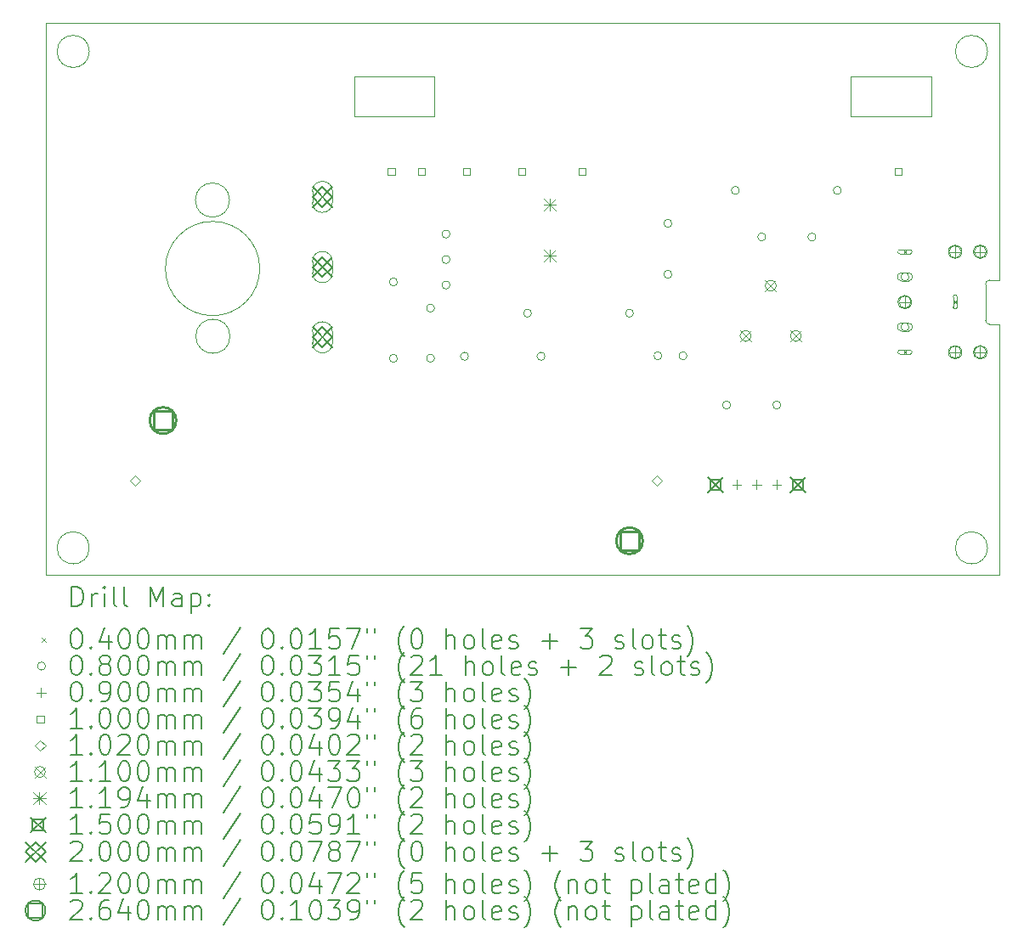
<source format=gbr>
%TF.GenerationSoftware,KiCad,Pcbnew,7.0.9*%
%TF.CreationDate,2024-04-23T16:01:50+08:00*%
%TF.ProjectId,radio-9014x1-ss-wide-transistor,72616469-6f2d-4393-9031-3478312d7373,rev?*%
%TF.SameCoordinates,Original*%
%TF.FileFunction,Drillmap*%
%TF.FilePolarity,Positive*%
%FSLAX45Y45*%
G04 Gerber Fmt 4.5, Leading zero omitted, Abs format (unit mm)*
G04 Created by KiCad (PCBNEW 7.0.9) date 2024-04-23 16:01:50*
%MOMM*%
%LPD*%
G01*
G04 APERTURE LIST*
%ADD10C,0.100000*%
%ADD11C,0.200000*%
%ADD12C,0.102000*%
%ADD13C,0.110000*%
%ADD14C,0.119380*%
%ADD15C,0.150000*%
%ADD16C,0.120000*%
%ADD17C,0.264000*%
G04 APERTURE END LIST*
D10*
X10362500Y-11840000D02*
G75*
G03*
X10362500Y-11840000I-170000J0D01*
G01*
X8960000Y-13950000D02*
G75*
G03*
X8960000Y-13950000I-160000J0D01*
G01*
X17654815Y-12000000D02*
G75*
G03*
X17654815Y-12000000I-67315J0D01*
G01*
X17152315Y-11500000D02*
G75*
G03*
X17152315Y-11500000I-67315J0D01*
G01*
X10357500Y-10482500D02*
G75*
G03*
X10357500Y-10482500I-170000J0D01*
G01*
X9832036Y-12682500D02*
G75*
G03*
X9832036Y-12682500I-134536J0D01*
G01*
X17904815Y-10997500D02*
G75*
G03*
X17904815Y-10997500I-67315J0D01*
G01*
X14477036Y-13877500D02*
G75*
G03*
X14477036Y-13877500I-134536J0D01*
G01*
X18028920Y-11279560D02*
X18028920Y-8719560D01*
X17910000Y-9000000D02*
G75*
G03*
X17910000Y-9000000I-160000J0D01*
G01*
X17928920Y-11279560D02*
G75*
G03*
X17889548Y-11319567I1080J-40440D01*
G01*
X17928918Y-11720163D02*
X18028920Y-11719560D01*
X11600000Y-9250000D02*
X12400000Y-9250000D01*
X12400000Y-9650000D01*
X11600000Y-9650000D01*
X11600000Y-9250000D01*
X18028920Y-11279560D02*
X17928920Y-11279560D01*
X17910000Y-13950000D02*
G75*
G03*
X17910000Y-13950000I-160000J0D01*
G01*
X17654815Y-10997500D02*
G75*
G03*
X17654815Y-10997500I-67315J0D01*
G01*
X16550000Y-9250000D02*
X17350000Y-9250000D01*
X17350000Y-9650000D01*
X16550000Y-9650000D01*
X16550000Y-9250000D01*
X8960000Y-9000000D02*
G75*
G03*
X8960000Y-9000000I-160000J0D01*
G01*
X8528920Y-8719560D02*
X8528920Y-14219560D01*
X17888920Y-11319560D02*
X17888920Y-11679560D01*
X17888920Y-11679560D02*
G75*
G03*
X17928918Y-11720162I40120J-480D01*
G01*
X10658934Y-11165000D02*
G75*
G03*
X10658934Y-11165000I-470000J0D01*
G01*
X18028920Y-14219560D02*
X18028920Y-11719560D01*
X18028920Y-8719560D02*
X8528920Y-8719560D01*
X17904815Y-12000000D02*
G75*
G03*
X17904815Y-12000000I-67315J0D01*
G01*
X8528920Y-14219560D02*
X18028920Y-14219560D01*
D11*
D10*
X17066960Y-10978200D02*
X17106960Y-11018200D01*
X17106960Y-10978200D02*
X17066960Y-11018200D01*
X17136960Y-10978200D02*
X17036960Y-10978200D01*
X17036960Y-10978200D02*
G75*
G03*
X17036960Y-11018200I0J-20000D01*
G01*
X17036960Y-11018200D02*
X17136960Y-11018200D01*
X17136960Y-11018200D02*
G75*
G03*
X17136960Y-10978200I0J20000D01*
G01*
X17066960Y-11978200D02*
X17106960Y-12018200D01*
X17106960Y-11978200D02*
X17066960Y-12018200D01*
X17036960Y-12018200D02*
X17136960Y-12018200D01*
X17136960Y-12018200D02*
G75*
G03*
X17136960Y-11978200I0J20000D01*
G01*
X17136960Y-11978200D02*
X17036960Y-11978200D01*
X17036960Y-11978200D02*
G75*
G03*
X17036960Y-12018200I0J-20000D01*
G01*
X17566960Y-11478200D02*
X17606960Y-11518200D01*
X17606960Y-11478200D02*
X17566960Y-11518200D01*
X17606960Y-11548200D02*
X17606960Y-11448200D01*
X17606960Y-11448200D02*
G75*
G03*
X17566960Y-11448200I-20000J0D01*
G01*
X17566960Y-11448200D02*
X17566960Y-11548200D01*
X17566960Y-11548200D02*
G75*
G03*
X17606960Y-11548200I20000J0D01*
G01*
X12030000Y-11299000D02*
G75*
G03*
X12030000Y-11299000I-40000J0D01*
G01*
X12030000Y-12061000D02*
G75*
G03*
X12030000Y-12061000I-40000J0D01*
G01*
X12400000Y-11560000D02*
G75*
G03*
X12400000Y-11560000I-40000J0D01*
G01*
X12400000Y-12060000D02*
G75*
G03*
X12400000Y-12060000I-40000J0D01*
G01*
X12554000Y-10821000D02*
G75*
G03*
X12554000Y-10821000I-40000J0D01*
G01*
X12554000Y-11075000D02*
G75*
G03*
X12554000Y-11075000I-40000J0D01*
G01*
X12554000Y-11329000D02*
G75*
G03*
X12554000Y-11329000I-40000J0D01*
G01*
X12739000Y-12040000D02*
G75*
G03*
X12739000Y-12040000I-40000J0D01*
G01*
X13367000Y-11610000D02*
G75*
G03*
X13367000Y-11610000I-40000J0D01*
G01*
X13501000Y-12040000D02*
G75*
G03*
X13501000Y-12040000I-40000J0D01*
G01*
X14383000Y-11610000D02*
G75*
G03*
X14383000Y-11610000I-40000J0D01*
G01*
X14665000Y-12035000D02*
G75*
G03*
X14665000Y-12035000I-40000J0D01*
G01*
X14765000Y-10715000D02*
G75*
G03*
X14765000Y-10715000I-40000J0D01*
G01*
X14765000Y-11223000D02*
G75*
G03*
X14765000Y-11223000I-40000J0D01*
G01*
X14915000Y-12035000D02*
G75*
G03*
X14915000Y-12035000I-40000J0D01*
G01*
X15350000Y-12525000D02*
G75*
G03*
X15350000Y-12525000I-40000J0D01*
G01*
X15437000Y-10385000D02*
G75*
G03*
X15437000Y-10385000I-40000J0D01*
G01*
X15700000Y-10850000D02*
G75*
G03*
X15700000Y-10850000I-40000J0D01*
G01*
X15850000Y-12525000D02*
G75*
G03*
X15850000Y-12525000I-40000J0D01*
G01*
X16200000Y-10850000D02*
G75*
G03*
X16200000Y-10850000I-40000J0D01*
G01*
X16453000Y-10385000D02*
G75*
G03*
X16453000Y-10385000I-40000J0D01*
G01*
X17126960Y-11248200D02*
G75*
G03*
X17126960Y-11248200I-40000J0D01*
G01*
X17121960Y-11208200D02*
X17051960Y-11208200D01*
X17051960Y-11208200D02*
G75*
G03*
X17051960Y-11288200I0J-40000D01*
G01*
X17051960Y-11288200D02*
X17121960Y-11288200D01*
X17121960Y-11288200D02*
G75*
G03*
X17121960Y-11208200I0J40000D01*
G01*
X17126960Y-11748200D02*
G75*
G03*
X17126960Y-11748200I-40000J0D01*
G01*
X17051960Y-11788200D02*
X17121960Y-11788200D01*
X17121960Y-11788200D02*
G75*
G03*
X17121960Y-11708200I0J40000D01*
G01*
X17121960Y-11708200D02*
X17051960Y-11708200D01*
X17051960Y-11708200D02*
G75*
G03*
X17051960Y-11788200I0J-40000D01*
G01*
X15410000Y-13275000D02*
X15410000Y-13365000D01*
X15365000Y-13320000D02*
X15455000Y-13320000D01*
X15610000Y-13275000D02*
X15610000Y-13365000D01*
X15565000Y-13320000D02*
X15655000Y-13320000D01*
X15810000Y-13275000D02*
X15810000Y-13365000D01*
X15765000Y-13320000D02*
X15855000Y-13320000D01*
X12005356Y-10235356D02*
X12005356Y-10164644D01*
X11934644Y-10164644D01*
X11934644Y-10235356D01*
X12005356Y-10235356D01*
X12305356Y-10235356D02*
X12305356Y-10164644D01*
X12234644Y-10164644D01*
X12234644Y-10235356D01*
X12305356Y-10235356D01*
X12755356Y-10235356D02*
X12755356Y-10164644D01*
X12684644Y-10164644D01*
X12684644Y-10235356D01*
X12755356Y-10235356D01*
X13305356Y-10235356D02*
X13305356Y-10164644D01*
X13234644Y-10164644D01*
X13234644Y-10235356D01*
X13305356Y-10235356D01*
X13905356Y-10235356D02*
X13905356Y-10164644D01*
X13834644Y-10164644D01*
X13834644Y-10235356D01*
X13905356Y-10235356D01*
X17055356Y-10235356D02*
X17055356Y-10164644D01*
X16984644Y-10164644D01*
X16984644Y-10235356D01*
X17055356Y-10235356D01*
D12*
X9420000Y-13331000D02*
X9471000Y-13280000D01*
X9420000Y-13229000D01*
X9369000Y-13280000D01*
X9420000Y-13331000D01*
X14619000Y-13331000D02*
X14670000Y-13280000D01*
X14619000Y-13229000D01*
X14568000Y-13280000D01*
X14619000Y-13331000D01*
D13*
X15445000Y-11781250D02*
X15555000Y-11891250D01*
X15555000Y-11781250D02*
X15445000Y-11891250D01*
X15555000Y-11836250D02*
G75*
G03*
X15555000Y-11836250I-55000J0D01*
G01*
X15695000Y-11281250D02*
X15805000Y-11391250D01*
X15805000Y-11281250D02*
X15695000Y-11391250D01*
X15805000Y-11336250D02*
G75*
G03*
X15805000Y-11336250I-55000J0D01*
G01*
X15945000Y-11781250D02*
X16055000Y-11891250D01*
X16055000Y-11781250D02*
X15945000Y-11891250D01*
X16055000Y-11836250D02*
G75*
G03*
X16055000Y-11836250I-55000J0D01*
G01*
D14*
X13485310Y-10471310D02*
X13604690Y-10590690D01*
X13604690Y-10471310D02*
X13485310Y-10590690D01*
X13545000Y-10471310D02*
X13545000Y-10590690D01*
X13485310Y-10531000D02*
X13604690Y-10531000D01*
X13485310Y-10979310D02*
X13604690Y-11098690D01*
X13604690Y-10979310D02*
X13485310Y-11098690D01*
X13545000Y-10979310D02*
X13545000Y-11098690D01*
X13485310Y-11039000D02*
X13604690Y-11039000D01*
D15*
X15125000Y-13245000D02*
X15275000Y-13395000D01*
X15275000Y-13245000D02*
X15125000Y-13395000D01*
X15253033Y-13373033D02*
X15253033Y-13266966D01*
X15146966Y-13266966D01*
X15146966Y-13373033D01*
X15253033Y-13373033D01*
X15945000Y-13245000D02*
X16095000Y-13395000D01*
X16095000Y-13245000D02*
X15945000Y-13395000D01*
X16073033Y-13373033D02*
X16073033Y-13266966D01*
X15966966Y-13266966D01*
X15966966Y-13373033D01*
X16073033Y-13373033D01*
D11*
X11182860Y-10350600D02*
X11382860Y-10550600D01*
X11382860Y-10350600D02*
X11182860Y-10550600D01*
X11282860Y-10550600D02*
X11382860Y-10450600D01*
X11282860Y-10350600D01*
X11182860Y-10450600D01*
X11282860Y-10550600D01*
D10*
X11382860Y-10505600D02*
X11382860Y-10395600D01*
X11382860Y-10395600D02*
G75*
G03*
X11182860Y-10395600I-100000J0D01*
G01*
X11182860Y-10395600D02*
X11182860Y-10505600D01*
X11182860Y-10505600D02*
G75*
G03*
X11382860Y-10505600I100000J0D01*
G01*
D11*
X11182860Y-11050600D02*
X11382860Y-11250600D01*
X11382860Y-11050600D02*
X11182860Y-11250600D01*
X11282860Y-11250600D02*
X11382860Y-11150600D01*
X11282860Y-11050600D01*
X11182860Y-11150600D01*
X11282860Y-11250600D01*
D10*
X11382860Y-11205600D02*
X11382860Y-11095600D01*
X11382860Y-11095600D02*
G75*
G03*
X11182860Y-11095600I-100000J0D01*
G01*
X11182860Y-11095600D02*
X11182860Y-11205600D01*
X11182860Y-11205600D02*
G75*
G03*
X11382860Y-11205600I100000J0D01*
G01*
D11*
X11182860Y-11750600D02*
X11382860Y-11950600D01*
X11382860Y-11750600D02*
X11182860Y-11950600D01*
X11282860Y-11950600D02*
X11382860Y-11850600D01*
X11282860Y-11750600D01*
X11182860Y-11850600D01*
X11282860Y-11950600D01*
D10*
X11382860Y-11905600D02*
X11382860Y-11795600D01*
X11382860Y-11795600D02*
G75*
G03*
X11182860Y-11795600I-100000J0D01*
G01*
X11182860Y-11795600D02*
X11182860Y-11905600D01*
X11182860Y-11905600D02*
G75*
G03*
X11382860Y-11905600I100000J0D01*
G01*
D16*
X17086960Y-11438200D02*
X17086960Y-11558200D01*
X17026960Y-11498200D02*
X17146960Y-11498200D01*
X17146960Y-11498200D02*
G75*
G03*
X17146960Y-11498200I-60000J0D01*
G01*
X17586960Y-10938200D02*
X17586960Y-11058200D01*
X17526960Y-10998200D02*
X17646960Y-10998200D01*
X17646960Y-10998200D02*
G75*
G03*
X17646960Y-10998200I-60000J0D01*
G01*
X17586960Y-11938200D02*
X17586960Y-12058200D01*
X17526960Y-11998200D02*
X17646960Y-11998200D01*
X17646960Y-11998200D02*
G75*
G03*
X17646960Y-11998200I-60000J0D01*
G01*
X17836960Y-10938200D02*
X17836960Y-11058200D01*
X17776960Y-10998200D02*
X17896960Y-10998200D01*
X17896960Y-10998200D02*
G75*
G03*
X17896960Y-10998200I-60000J0D01*
G01*
X17836960Y-11938200D02*
X17836960Y-12058200D01*
X17776960Y-11998200D02*
X17896960Y-11998200D01*
X17896960Y-11998200D02*
G75*
G03*
X17896960Y-11998200I-60000J0D01*
G01*
D17*
X9788339Y-12773839D02*
X9788339Y-12587161D01*
X9601661Y-12587161D01*
X9601661Y-12773839D01*
X9788339Y-12773839D01*
X9827000Y-12680500D02*
G75*
G03*
X9827000Y-12680500I-132000J0D01*
G01*
X14436339Y-13972839D02*
X14436339Y-13786161D01*
X14249661Y-13786161D01*
X14249661Y-13972839D01*
X14436339Y-13972839D01*
X14475000Y-13879500D02*
G75*
G03*
X14475000Y-13879500I-132000J0D01*
G01*
D11*
X8784697Y-14536044D02*
X8784697Y-14336044D01*
X8784697Y-14336044D02*
X8832316Y-14336044D01*
X8832316Y-14336044D02*
X8860887Y-14345568D01*
X8860887Y-14345568D02*
X8879935Y-14364615D01*
X8879935Y-14364615D02*
X8889459Y-14383663D01*
X8889459Y-14383663D02*
X8898983Y-14421758D01*
X8898983Y-14421758D02*
X8898983Y-14450329D01*
X8898983Y-14450329D02*
X8889459Y-14488425D01*
X8889459Y-14488425D02*
X8879935Y-14507472D01*
X8879935Y-14507472D02*
X8860887Y-14526520D01*
X8860887Y-14526520D02*
X8832316Y-14536044D01*
X8832316Y-14536044D02*
X8784697Y-14536044D01*
X8984697Y-14536044D02*
X8984697Y-14402710D01*
X8984697Y-14440806D02*
X8994221Y-14421758D01*
X8994221Y-14421758D02*
X9003744Y-14412234D01*
X9003744Y-14412234D02*
X9022792Y-14402710D01*
X9022792Y-14402710D02*
X9041840Y-14402710D01*
X9108506Y-14536044D02*
X9108506Y-14402710D01*
X9108506Y-14336044D02*
X9098983Y-14345568D01*
X9098983Y-14345568D02*
X9108506Y-14355091D01*
X9108506Y-14355091D02*
X9118030Y-14345568D01*
X9118030Y-14345568D02*
X9108506Y-14336044D01*
X9108506Y-14336044D02*
X9108506Y-14355091D01*
X9232316Y-14536044D02*
X9213268Y-14526520D01*
X9213268Y-14526520D02*
X9203744Y-14507472D01*
X9203744Y-14507472D02*
X9203744Y-14336044D01*
X9337078Y-14536044D02*
X9318030Y-14526520D01*
X9318030Y-14526520D02*
X9308506Y-14507472D01*
X9308506Y-14507472D02*
X9308506Y-14336044D01*
X9565649Y-14536044D02*
X9565649Y-14336044D01*
X9565649Y-14336044D02*
X9632316Y-14478901D01*
X9632316Y-14478901D02*
X9698983Y-14336044D01*
X9698983Y-14336044D02*
X9698983Y-14536044D01*
X9879935Y-14536044D02*
X9879935Y-14431282D01*
X9879935Y-14431282D02*
X9870411Y-14412234D01*
X9870411Y-14412234D02*
X9851364Y-14402710D01*
X9851364Y-14402710D02*
X9813268Y-14402710D01*
X9813268Y-14402710D02*
X9794221Y-14412234D01*
X9879935Y-14526520D02*
X9860887Y-14536044D01*
X9860887Y-14536044D02*
X9813268Y-14536044D01*
X9813268Y-14536044D02*
X9794221Y-14526520D01*
X9794221Y-14526520D02*
X9784697Y-14507472D01*
X9784697Y-14507472D02*
X9784697Y-14488425D01*
X9784697Y-14488425D02*
X9794221Y-14469377D01*
X9794221Y-14469377D02*
X9813268Y-14459853D01*
X9813268Y-14459853D02*
X9860887Y-14459853D01*
X9860887Y-14459853D02*
X9879935Y-14450329D01*
X9975173Y-14402710D02*
X9975173Y-14602710D01*
X9975173Y-14412234D02*
X9994221Y-14402710D01*
X9994221Y-14402710D02*
X10032316Y-14402710D01*
X10032316Y-14402710D02*
X10051364Y-14412234D01*
X10051364Y-14412234D02*
X10060887Y-14421758D01*
X10060887Y-14421758D02*
X10070411Y-14440806D01*
X10070411Y-14440806D02*
X10070411Y-14497948D01*
X10070411Y-14497948D02*
X10060887Y-14516996D01*
X10060887Y-14516996D02*
X10051364Y-14526520D01*
X10051364Y-14526520D02*
X10032316Y-14536044D01*
X10032316Y-14536044D02*
X9994221Y-14536044D01*
X9994221Y-14536044D02*
X9975173Y-14526520D01*
X10156125Y-14516996D02*
X10165649Y-14526520D01*
X10165649Y-14526520D02*
X10156125Y-14536044D01*
X10156125Y-14536044D02*
X10146602Y-14526520D01*
X10146602Y-14526520D02*
X10156125Y-14516996D01*
X10156125Y-14516996D02*
X10156125Y-14536044D01*
X10156125Y-14412234D02*
X10165649Y-14421758D01*
X10165649Y-14421758D02*
X10156125Y-14431282D01*
X10156125Y-14431282D02*
X10146602Y-14421758D01*
X10146602Y-14421758D02*
X10156125Y-14412234D01*
X10156125Y-14412234D02*
X10156125Y-14431282D01*
D10*
X8483920Y-14844560D02*
X8523920Y-14884560D01*
X8523920Y-14844560D02*
X8483920Y-14884560D01*
D11*
X8822792Y-14756044D02*
X8841840Y-14756044D01*
X8841840Y-14756044D02*
X8860887Y-14765568D01*
X8860887Y-14765568D02*
X8870411Y-14775091D01*
X8870411Y-14775091D02*
X8879935Y-14794139D01*
X8879935Y-14794139D02*
X8889459Y-14832234D01*
X8889459Y-14832234D02*
X8889459Y-14879853D01*
X8889459Y-14879853D02*
X8879935Y-14917948D01*
X8879935Y-14917948D02*
X8870411Y-14936996D01*
X8870411Y-14936996D02*
X8860887Y-14946520D01*
X8860887Y-14946520D02*
X8841840Y-14956044D01*
X8841840Y-14956044D02*
X8822792Y-14956044D01*
X8822792Y-14956044D02*
X8803744Y-14946520D01*
X8803744Y-14946520D02*
X8794221Y-14936996D01*
X8794221Y-14936996D02*
X8784697Y-14917948D01*
X8784697Y-14917948D02*
X8775173Y-14879853D01*
X8775173Y-14879853D02*
X8775173Y-14832234D01*
X8775173Y-14832234D02*
X8784697Y-14794139D01*
X8784697Y-14794139D02*
X8794221Y-14775091D01*
X8794221Y-14775091D02*
X8803744Y-14765568D01*
X8803744Y-14765568D02*
X8822792Y-14756044D01*
X8975173Y-14936996D02*
X8984697Y-14946520D01*
X8984697Y-14946520D02*
X8975173Y-14956044D01*
X8975173Y-14956044D02*
X8965649Y-14946520D01*
X8965649Y-14946520D02*
X8975173Y-14936996D01*
X8975173Y-14936996D02*
X8975173Y-14956044D01*
X9156125Y-14822710D02*
X9156125Y-14956044D01*
X9108506Y-14746520D02*
X9060887Y-14889377D01*
X9060887Y-14889377D02*
X9184697Y-14889377D01*
X9298983Y-14756044D02*
X9318030Y-14756044D01*
X9318030Y-14756044D02*
X9337078Y-14765568D01*
X9337078Y-14765568D02*
X9346602Y-14775091D01*
X9346602Y-14775091D02*
X9356125Y-14794139D01*
X9356125Y-14794139D02*
X9365649Y-14832234D01*
X9365649Y-14832234D02*
X9365649Y-14879853D01*
X9365649Y-14879853D02*
X9356125Y-14917948D01*
X9356125Y-14917948D02*
X9346602Y-14936996D01*
X9346602Y-14936996D02*
X9337078Y-14946520D01*
X9337078Y-14946520D02*
X9318030Y-14956044D01*
X9318030Y-14956044D02*
X9298983Y-14956044D01*
X9298983Y-14956044D02*
X9279935Y-14946520D01*
X9279935Y-14946520D02*
X9270411Y-14936996D01*
X9270411Y-14936996D02*
X9260887Y-14917948D01*
X9260887Y-14917948D02*
X9251364Y-14879853D01*
X9251364Y-14879853D02*
X9251364Y-14832234D01*
X9251364Y-14832234D02*
X9260887Y-14794139D01*
X9260887Y-14794139D02*
X9270411Y-14775091D01*
X9270411Y-14775091D02*
X9279935Y-14765568D01*
X9279935Y-14765568D02*
X9298983Y-14756044D01*
X9489459Y-14756044D02*
X9508506Y-14756044D01*
X9508506Y-14756044D02*
X9527554Y-14765568D01*
X9527554Y-14765568D02*
X9537078Y-14775091D01*
X9537078Y-14775091D02*
X9546602Y-14794139D01*
X9546602Y-14794139D02*
X9556125Y-14832234D01*
X9556125Y-14832234D02*
X9556125Y-14879853D01*
X9556125Y-14879853D02*
X9546602Y-14917948D01*
X9546602Y-14917948D02*
X9537078Y-14936996D01*
X9537078Y-14936996D02*
X9527554Y-14946520D01*
X9527554Y-14946520D02*
X9508506Y-14956044D01*
X9508506Y-14956044D02*
X9489459Y-14956044D01*
X9489459Y-14956044D02*
X9470411Y-14946520D01*
X9470411Y-14946520D02*
X9460887Y-14936996D01*
X9460887Y-14936996D02*
X9451364Y-14917948D01*
X9451364Y-14917948D02*
X9441840Y-14879853D01*
X9441840Y-14879853D02*
X9441840Y-14832234D01*
X9441840Y-14832234D02*
X9451364Y-14794139D01*
X9451364Y-14794139D02*
X9460887Y-14775091D01*
X9460887Y-14775091D02*
X9470411Y-14765568D01*
X9470411Y-14765568D02*
X9489459Y-14756044D01*
X9641840Y-14956044D02*
X9641840Y-14822710D01*
X9641840Y-14841758D02*
X9651364Y-14832234D01*
X9651364Y-14832234D02*
X9670411Y-14822710D01*
X9670411Y-14822710D02*
X9698983Y-14822710D01*
X9698983Y-14822710D02*
X9718030Y-14832234D01*
X9718030Y-14832234D02*
X9727554Y-14851282D01*
X9727554Y-14851282D02*
X9727554Y-14956044D01*
X9727554Y-14851282D02*
X9737078Y-14832234D01*
X9737078Y-14832234D02*
X9756125Y-14822710D01*
X9756125Y-14822710D02*
X9784697Y-14822710D01*
X9784697Y-14822710D02*
X9803745Y-14832234D01*
X9803745Y-14832234D02*
X9813268Y-14851282D01*
X9813268Y-14851282D02*
X9813268Y-14956044D01*
X9908506Y-14956044D02*
X9908506Y-14822710D01*
X9908506Y-14841758D02*
X9918030Y-14832234D01*
X9918030Y-14832234D02*
X9937078Y-14822710D01*
X9937078Y-14822710D02*
X9965649Y-14822710D01*
X9965649Y-14822710D02*
X9984697Y-14832234D01*
X9984697Y-14832234D02*
X9994221Y-14851282D01*
X9994221Y-14851282D02*
X9994221Y-14956044D01*
X9994221Y-14851282D02*
X10003745Y-14832234D01*
X10003745Y-14832234D02*
X10022792Y-14822710D01*
X10022792Y-14822710D02*
X10051364Y-14822710D01*
X10051364Y-14822710D02*
X10070411Y-14832234D01*
X10070411Y-14832234D02*
X10079935Y-14851282D01*
X10079935Y-14851282D02*
X10079935Y-14956044D01*
X10470411Y-14746520D02*
X10298983Y-15003663D01*
X10727554Y-14756044D02*
X10746602Y-14756044D01*
X10746602Y-14756044D02*
X10765649Y-14765568D01*
X10765649Y-14765568D02*
X10775173Y-14775091D01*
X10775173Y-14775091D02*
X10784697Y-14794139D01*
X10784697Y-14794139D02*
X10794221Y-14832234D01*
X10794221Y-14832234D02*
X10794221Y-14879853D01*
X10794221Y-14879853D02*
X10784697Y-14917948D01*
X10784697Y-14917948D02*
X10775173Y-14936996D01*
X10775173Y-14936996D02*
X10765649Y-14946520D01*
X10765649Y-14946520D02*
X10746602Y-14956044D01*
X10746602Y-14956044D02*
X10727554Y-14956044D01*
X10727554Y-14956044D02*
X10708507Y-14946520D01*
X10708507Y-14946520D02*
X10698983Y-14936996D01*
X10698983Y-14936996D02*
X10689459Y-14917948D01*
X10689459Y-14917948D02*
X10679935Y-14879853D01*
X10679935Y-14879853D02*
X10679935Y-14832234D01*
X10679935Y-14832234D02*
X10689459Y-14794139D01*
X10689459Y-14794139D02*
X10698983Y-14775091D01*
X10698983Y-14775091D02*
X10708507Y-14765568D01*
X10708507Y-14765568D02*
X10727554Y-14756044D01*
X10879935Y-14936996D02*
X10889459Y-14946520D01*
X10889459Y-14946520D02*
X10879935Y-14956044D01*
X10879935Y-14956044D02*
X10870411Y-14946520D01*
X10870411Y-14946520D02*
X10879935Y-14936996D01*
X10879935Y-14936996D02*
X10879935Y-14956044D01*
X11013268Y-14756044D02*
X11032316Y-14756044D01*
X11032316Y-14756044D02*
X11051364Y-14765568D01*
X11051364Y-14765568D02*
X11060888Y-14775091D01*
X11060888Y-14775091D02*
X11070411Y-14794139D01*
X11070411Y-14794139D02*
X11079935Y-14832234D01*
X11079935Y-14832234D02*
X11079935Y-14879853D01*
X11079935Y-14879853D02*
X11070411Y-14917948D01*
X11070411Y-14917948D02*
X11060888Y-14936996D01*
X11060888Y-14936996D02*
X11051364Y-14946520D01*
X11051364Y-14946520D02*
X11032316Y-14956044D01*
X11032316Y-14956044D02*
X11013268Y-14956044D01*
X11013268Y-14956044D02*
X10994221Y-14946520D01*
X10994221Y-14946520D02*
X10984697Y-14936996D01*
X10984697Y-14936996D02*
X10975173Y-14917948D01*
X10975173Y-14917948D02*
X10965649Y-14879853D01*
X10965649Y-14879853D02*
X10965649Y-14832234D01*
X10965649Y-14832234D02*
X10975173Y-14794139D01*
X10975173Y-14794139D02*
X10984697Y-14775091D01*
X10984697Y-14775091D02*
X10994221Y-14765568D01*
X10994221Y-14765568D02*
X11013268Y-14756044D01*
X11270411Y-14956044D02*
X11156126Y-14956044D01*
X11213268Y-14956044D02*
X11213268Y-14756044D01*
X11213268Y-14756044D02*
X11194221Y-14784615D01*
X11194221Y-14784615D02*
X11175173Y-14803663D01*
X11175173Y-14803663D02*
X11156126Y-14813187D01*
X11451364Y-14756044D02*
X11356126Y-14756044D01*
X11356126Y-14756044D02*
X11346602Y-14851282D01*
X11346602Y-14851282D02*
X11356126Y-14841758D01*
X11356126Y-14841758D02*
X11375173Y-14832234D01*
X11375173Y-14832234D02*
X11422792Y-14832234D01*
X11422792Y-14832234D02*
X11441840Y-14841758D01*
X11441840Y-14841758D02*
X11451364Y-14851282D01*
X11451364Y-14851282D02*
X11460887Y-14870329D01*
X11460887Y-14870329D02*
X11460887Y-14917948D01*
X11460887Y-14917948D02*
X11451364Y-14936996D01*
X11451364Y-14936996D02*
X11441840Y-14946520D01*
X11441840Y-14946520D02*
X11422792Y-14956044D01*
X11422792Y-14956044D02*
X11375173Y-14956044D01*
X11375173Y-14956044D02*
X11356126Y-14946520D01*
X11356126Y-14946520D02*
X11346602Y-14936996D01*
X11527554Y-14756044D02*
X11660887Y-14756044D01*
X11660887Y-14756044D02*
X11575173Y-14956044D01*
X11727554Y-14756044D02*
X11727554Y-14794139D01*
X11803745Y-14756044D02*
X11803745Y-14794139D01*
X12098983Y-15032234D02*
X12089459Y-15022710D01*
X12089459Y-15022710D02*
X12070411Y-14994139D01*
X12070411Y-14994139D02*
X12060888Y-14975091D01*
X12060888Y-14975091D02*
X12051364Y-14946520D01*
X12051364Y-14946520D02*
X12041840Y-14898901D01*
X12041840Y-14898901D02*
X12041840Y-14860806D01*
X12041840Y-14860806D02*
X12051364Y-14813187D01*
X12051364Y-14813187D02*
X12060888Y-14784615D01*
X12060888Y-14784615D02*
X12070411Y-14765568D01*
X12070411Y-14765568D02*
X12089459Y-14736996D01*
X12089459Y-14736996D02*
X12098983Y-14727472D01*
X12213268Y-14756044D02*
X12232316Y-14756044D01*
X12232316Y-14756044D02*
X12251364Y-14765568D01*
X12251364Y-14765568D02*
X12260888Y-14775091D01*
X12260888Y-14775091D02*
X12270411Y-14794139D01*
X12270411Y-14794139D02*
X12279935Y-14832234D01*
X12279935Y-14832234D02*
X12279935Y-14879853D01*
X12279935Y-14879853D02*
X12270411Y-14917948D01*
X12270411Y-14917948D02*
X12260888Y-14936996D01*
X12260888Y-14936996D02*
X12251364Y-14946520D01*
X12251364Y-14946520D02*
X12232316Y-14956044D01*
X12232316Y-14956044D02*
X12213268Y-14956044D01*
X12213268Y-14956044D02*
X12194221Y-14946520D01*
X12194221Y-14946520D02*
X12184697Y-14936996D01*
X12184697Y-14936996D02*
X12175173Y-14917948D01*
X12175173Y-14917948D02*
X12165649Y-14879853D01*
X12165649Y-14879853D02*
X12165649Y-14832234D01*
X12165649Y-14832234D02*
X12175173Y-14794139D01*
X12175173Y-14794139D02*
X12184697Y-14775091D01*
X12184697Y-14775091D02*
X12194221Y-14765568D01*
X12194221Y-14765568D02*
X12213268Y-14756044D01*
X12518030Y-14956044D02*
X12518030Y-14756044D01*
X12603745Y-14956044D02*
X12603745Y-14851282D01*
X12603745Y-14851282D02*
X12594221Y-14832234D01*
X12594221Y-14832234D02*
X12575173Y-14822710D01*
X12575173Y-14822710D02*
X12546602Y-14822710D01*
X12546602Y-14822710D02*
X12527554Y-14832234D01*
X12527554Y-14832234D02*
X12518030Y-14841758D01*
X12727554Y-14956044D02*
X12708507Y-14946520D01*
X12708507Y-14946520D02*
X12698983Y-14936996D01*
X12698983Y-14936996D02*
X12689459Y-14917948D01*
X12689459Y-14917948D02*
X12689459Y-14860806D01*
X12689459Y-14860806D02*
X12698983Y-14841758D01*
X12698983Y-14841758D02*
X12708507Y-14832234D01*
X12708507Y-14832234D02*
X12727554Y-14822710D01*
X12727554Y-14822710D02*
X12756126Y-14822710D01*
X12756126Y-14822710D02*
X12775173Y-14832234D01*
X12775173Y-14832234D02*
X12784697Y-14841758D01*
X12784697Y-14841758D02*
X12794221Y-14860806D01*
X12794221Y-14860806D02*
X12794221Y-14917948D01*
X12794221Y-14917948D02*
X12784697Y-14936996D01*
X12784697Y-14936996D02*
X12775173Y-14946520D01*
X12775173Y-14946520D02*
X12756126Y-14956044D01*
X12756126Y-14956044D02*
X12727554Y-14956044D01*
X12908507Y-14956044D02*
X12889459Y-14946520D01*
X12889459Y-14946520D02*
X12879935Y-14927472D01*
X12879935Y-14927472D02*
X12879935Y-14756044D01*
X13060888Y-14946520D02*
X13041840Y-14956044D01*
X13041840Y-14956044D02*
X13003745Y-14956044D01*
X13003745Y-14956044D02*
X12984697Y-14946520D01*
X12984697Y-14946520D02*
X12975173Y-14927472D01*
X12975173Y-14927472D02*
X12975173Y-14851282D01*
X12975173Y-14851282D02*
X12984697Y-14832234D01*
X12984697Y-14832234D02*
X13003745Y-14822710D01*
X13003745Y-14822710D02*
X13041840Y-14822710D01*
X13041840Y-14822710D02*
X13060888Y-14832234D01*
X13060888Y-14832234D02*
X13070411Y-14851282D01*
X13070411Y-14851282D02*
X13070411Y-14870329D01*
X13070411Y-14870329D02*
X12975173Y-14889377D01*
X13146602Y-14946520D02*
X13165650Y-14956044D01*
X13165650Y-14956044D02*
X13203745Y-14956044D01*
X13203745Y-14956044D02*
X13222792Y-14946520D01*
X13222792Y-14946520D02*
X13232316Y-14927472D01*
X13232316Y-14927472D02*
X13232316Y-14917948D01*
X13232316Y-14917948D02*
X13222792Y-14898901D01*
X13222792Y-14898901D02*
X13203745Y-14889377D01*
X13203745Y-14889377D02*
X13175173Y-14889377D01*
X13175173Y-14889377D02*
X13156126Y-14879853D01*
X13156126Y-14879853D02*
X13146602Y-14860806D01*
X13146602Y-14860806D02*
X13146602Y-14851282D01*
X13146602Y-14851282D02*
X13156126Y-14832234D01*
X13156126Y-14832234D02*
X13175173Y-14822710D01*
X13175173Y-14822710D02*
X13203745Y-14822710D01*
X13203745Y-14822710D02*
X13222792Y-14832234D01*
X13470412Y-14879853D02*
X13622793Y-14879853D01*
X13546602Y-14956044D02*
X13546602Y-14803663D01*
X13851364Y-14756044D02*
X13975173Y-14756044D01*
X13975173Y-14756044D02*
X13908507Y-14832234D01*
X13908507Y-14832234D02*
X13937078Y-14832234D01*
X13937078Y-14832234D02*
X13956126Y-14841758D01*
X13956126Y-14841758D02*
X13965650Y-14851282D01*
X13965650Y-14851282D02*
X13975173Y-14870329D01*
X13975173Y-14870329D02*
X13975173Y-14917948D01*
X13975173Y-14917948D02*
X13965650Y-14936996D01*
X13965650Y-14936996D02*
X13956126Y-14946520D01*
X13956126Y-14946520D02*
X13937078Y-14956044D01*
X13937078Y-14956044D02*
X13879935Y-14956044D01*
X13879935Y-14956044D02*
X13860888Y-14946520D01*
X13860888Y-14946520D02*
X13851364Y-14936996D01*
X14203745Y-14946520D02*
X14222793Y-14956044D01*
X14222793Y-14956044D02*
X14260888Y-14956044D01*
X14260888Y-14956044D02*
X14279935Y-14946520D01*
X14279935Y-14946520D02*
X14289459Y-14927472D01*
X14289459Y-14927472D02*
X14289459Y-14917948D01*
X14289459Y-14917948D02*
X14279935Y-14898901D01*
X14279935Y-14898901D02*
X14260888Y-14889377D01*
X14260888Y-14889377D02*
X14232316Y-14889377D01*
X14232316Y-14889377D02*
X14213269Y-14879853D01*
X14213269Y-14879853D02*
X14203745Y-14860806D01*
X14203745Y-14860806D02*
X14203745Y-14851282D01*
X14203745Y-14851282D02*
X14213269Y-14832234D01*
X14213269Y-14832234D02*
X14232316Y-14822710D01*
X14232316Y-14822710D02*
X14260888Y-14822710D01*
X14260888Y-14822710D02*
X14279935Y-14832234D01*
X14403745Y-14956044D02*
X14384697Y-14946520D01*
X14384697Y-14946520D02*
X14375174Y-14927472D01*
X14375174Y-14927472D02*
X14375174Y-14756044D01*
X14508507Y-14956044D02*
X14489459Y-14946520D01*
X14489459Y-14946520D02*
X14479935Y-14936996D01*
X14479935Y-14936996D02*
X14470412Y-14917948D01*
X14470412Y-14917948D02*
X14470412Y-14860806D01*
X14470412Y-14860806D02*
X14479935Y-14841758D01*
X14479935Y-14841758D02*
X14489459Y-14832234D01*
X14489459Y-14832234D02*
X14508507Y-14822710D01*
X14508507Y-14822710D02*
X14537078Y-14822710D01*
X14537078Y-14822710D02*
X14556126Y-14832234D01*
X14556126Y-14832234D02*
X14565650Y-14841758D01*
X14565650Y-14841758D02*
X14575174Y-14860806D01*
X14575174Y-14860806D02*
X14575174Y-14917948D01*
X14575174Y-14917948D02*
X14565650Y-14936996D01*
X14565650Y-14936996D02*
X14556126Y-14946520D01*
X14556126Y-14946520D02*
X14537078Y-14956044D01*
X14537078Y-14956044D02*
X14508507Y-14956044D01*
X14632316Y-14822710D02*
X14708507Y-14822710D01*
X14660888Y-14756044D02*
X14660888Y-14927472D01*
X14660888Y-14927472D02*
X14670412Y-14946520D01*
X14670412Y-14946520D02*
X14689459Y-14956044D01*
X14689459Y-14956044D02*
X14708507Y-14956044D01*
X14765650Y-14946520D02*
X14784697Y-14956044D01*
X14784697Y-14956044D02*
X14822793Y-14956044D01*
X14822793Y-14956044D02*
X14841840Y-14946520D01*
X14841840Y-14946520D02*
X14851364Y-14927472D01*
X14851364Y-14927472D02*
X14851364Y-14917948D01*
X14851364Y-14917948D02*
X14841840Y-14898901D01*
X14841840Y-14898901D02*
X14822793Y-14889377D01*
X14822793Y-14889377D02*
X14794221Y-14889377D01*
X14794221Y-14889377D02*
X14775174Y-14879853D01*
X14775174Y-14879853D02*
X14765650Y-14860806D01*
X14765650Y-14860806D02*
X14765650Y-14851282D01*
X14765650Y-14851282D02*
X14775174Y-14832234D01*
X14775174Y-14832234D02*
X14794221Y-14822710D01*
X14794221Y-14822710D02*
X14822793Y-14822710D01*
X14822793Y-14822710D02*
X14841840Y-14832234D01*
X14918031Y-15032234D02*
X14927555Y-15022710D01*
X14927555Y-15022710D02*
X14946602Y-14994139D01*
X14946602Y-14994139D02*
X14956126Y-14975091D01*
X14956126Y-14975091D02*
X14965650Y-14946520D01*
X14965650Y-14946520D02*
X14975174Y-14898901D01*
X14975174Y-14898901D02*
X14975174Y-14860806D01*
X14975174Y-14860806D02*
X14965650Y-14813187D01*
X14965650Y-14813187D02*
X14956126Y-14784615D01*
X14956126Y-14784615D02*
X14946602Y-14765568D01*
X14946602Y-14765568D02*
X14927555Y-14736996D01*
X14927555Y-14736996D02*
X14918031Y-14727472D01*
D10*
X8523920Y-15128560D02*
G75*
G03*
X8523920Y-15128560I-40000J0D01*
G01*
D11*
X8822792Y-15020044D02*
X8841840Y-15020044D01*
X8841840Y-15020044D02*
X8860887Y-15029568D01*
X8860887Y-15029568D02*
X8870411Y-15039091D01*
X8870411Y-15039091D02*
X8879935Y-15058139D01*
X8879935Y-15058139D02*
X8889459Y-15096234D01*
X8889459Y-15096234D02*
X8889459Y-15143853D01*
X8889459Y-15143853D02*
X8879935Y-15181948D01*
X8879935Y-15181948D02*
X8870411Y-15200996D01*
X8870411Y-15200996D02*
X8860887Y-15210520D01*
X8860887Y-15210520D02*
X8841840Y-15220044D01*
X8841840Y-15220044D02*
X8822792Y-15220044D01*
X8822792Y-15220044D02*
X8803744Y-15210520D01*
X8803744Y-15210520D02*
X8794221Y-15200996D01*
X8794221Y-15200996D02*
X8784697Y-15181948D01*
X8784697Y-15181948D02*
X8775173Y-15143853D01*
X8775173Y-15143853D02*
X8775173Y-15096234D01*
X8775173Y-15096234D02*
X8784697Y-15058139D01*
X8784697Y-15058139D02*
X8794221Y-15039091D01*
X8794221Y-15039091D02*
X8803744Y-15029568D01*
X8803744Y-15029568D02*
X8822792Y-15020044D01*
X8975173Y-15200996D02*
X8984697Y-15210520D01*
X8984697Y-15210520D02*
X8975173Y-15220044D01*
X8975173Y-15220044D02*
X8965649Y-15210520D01*
X8965649Y-15210520D02*
X8975173Y-15200996D01*
X8975173Y-15200996D02*
X8975173Y-15220044D01*
X9098983Y-15105758D02*
X9079935Y-15096234D01*
X9079935Y-15096234D02*
X9070411Y-15086710D01*
X9070411Y-15086710D02*
X9060887Y-15067663D01*
X9060887Y-15067663D02*
X9060887Y-15058139D01*
X9060887Y-15058139D02*
X9070411Y-15039091D01*
X9070411Y-15039091D02*
X9079935Y-15029568D01*
X9079935Y-15029568D02*
X9098983Y-15020044D01*
X9098983Y-15020044D02*
X9137078Y-15020044D01*
X9137078Y-15020044D02*
X9156125Y-15029568D01*
X9156125Y-15029568D02*
X9165649Y-15039091D01*
X9165649Y-15039091D02*
X9175173Y-15058139D01*
X9175173Y-15058139D02*
X9175173Y-15067663D01*
X9175173Y-15067663D02*
X9165649Y-15086710D01*
X9165649Y-15086710D02*
X9156125Y-15096234D01*
X9156125Y-15096234D02*
X9137078Y-15105758D01*
X9137078Y-15105758D02*
X9098983Y-15105758D01*
X9098983Y-15105758D02*
X9079935Y-15115282D01*
X9079935Y-15115282D02*
X9070411Y-15124806D01*
X9070411Y-15124806D02*
X9060887Y-15143853D01*
X9060887Y-15143853D02*
X9060887Y-15181948D01*
X9060887Y-15181948D02*
X9070411Y-15200996D01*
X9070411Y-15200996D02*
X9079935Y-15210520D01*
X9079935Y-15210520D02*
X9098983Y-15220044D01*
X9098983Y-15220044D02*
X9137078Y-15220044D01*
X9137078Y-15220044D02*
X9156125Y-15210520D01*
X9156125Y-15210520D02*
X9165649Y-15200996D01*
X9165649Y-15200996D02*
X9175173Y-15181948D01*
X9175173Y-15181948D02*
X9175173Y-15143853D01*
X9175173Y-15143853D02*
X9165649Y-15124806D01*
X9165649Y-15124806D02*
X9156125Y-15115282D01*
X9156125Y-15115282D02*
X9137078Y-15105758D01*
X9298983Y-15020044D02*
X9318030Y-15020044D01*
X9318030Y-15020044D02*
X9337078Y-15029568D01*
X9337078Y-15029568D02*
X9346602Y-15039091D01*
X9346602Y-15039091D02*
X9356125Y-15058139D01*
X9356125Y-15058139D02*
X9365649Y-15096234D01*
X9365649Y-15096234D02*
X9365649Y-15143853D01*
X9365649Y-15143853D02*
X9356125Y-15181948D01*
X9356125Y-15181948D02*
X9346602Y-15200996D01*
X9346602Y-15200996D02*
X9337078Y-15210520D01*
X9337078Y-15210520D02*
X9318030Y-15220044D01*
X9318030Y-15220044D02*
X9298983Y-15220044D01*
X9298983Y-15220044D02*
X9279935Y-15210520D01*
X9279935Y-15210520D02*
X9270411Y-15200996D01*
X9270411Y-15200996D02*
X9260887Y-15181948D01*
X9260887Y-15181948D02*
X9251364Y-15143853D01*
X9251364Y-15143853D02*
X9251364Y-15096234D01*
X9251364Y-15096234D02*
X9260887Y-15058139D01*
X9260887Y-15058139D02*
X9270411Y-15039091D01*
X9270411Y-15039091D02*
X9279935Y-15029568D01*
X9279935Y-15029568D02*
X9298983Y-15020044D01*
X9489459Y-15020044D02*
X9508506Y-15020044D01*
X9508506Y-15020044D02*
X9527554Y-15029568D01*
X9527554Y-15029568D02*
X9537078Y-15039091D01*
X9537078Y-15039091D02*
X9546602Y-15058139D01*
X9546602Y-15058139D02*
X9556125Y-15096234D01*
X9556125Y-15096234D02*
X9556125Y-15143853D01*
X9556125Y-15143853D02*
X9546602Y-15181948D01*
X9546602Y-15181948D02*
X9537078Y-15200996D01*
X9537078Y-15200996D02*
X9527554Y-15210520D01*
X9527554Y-15210520D02*
X9508506Y-15220044D01*
X9508506Y-15220044D02*
X9489459Y-15220044D01*
X9489459Y-15220044D02*
X9470411Y-15210520D01*
X9470411Y-15210520D02*
X9460887Y-15200996D01*
X9460887Y-15200996D02*
X9451364Y-15181948D01*
X9451364Y-15181948D02*
X9441840Y-15143853D01*
X9441840Y-15143853D02*
X9441840Y-15096234D01*
X9441840Y-15096234D02*
X9451364Y-15058139D01*
X9451364Y-15058139D02*
X9460887Y-15039091D01*
X9460887Y-15039091D02*
X9470411Y-15029568D01*
X9470411Y-15029568D02*
X9489459Y-15020044D01*
X9641840Y-15220044D02*
X9641840Y-15086710D01*
X9641840Y-15105758D02*
X9651364Y-15096234D01*
X9651364Y-15096234D02*
X9670411Y-15086710D01*
X9670411Y-15086710D02*
X9698983Y-15086710D01*
X9698983Y-15086710D02*
X9718030Y-15096234D01*
X9718030Y-15096234D02*
X9727554Y-15115282D01*
X9727554Y-15115282D02*
X9727554Y-15220044D01*
X9727554Y-15115282D02*
X9737078Y-15096234D01*
X9737078Y-15096234D02*
X9756125Y-15086710D01*
X9756125Y-15086710D02*
X9784697Y-15086710D01*
X9784697Y-15086710D02*
X9803745Y-15096234D01*
X9803745Y-15096234D02*
X9813268Y-15115282D01*
X9813268Y-15115282D02*
X9813268Y-15220044D01*
X9908506Y-15220044D02*
X9908506Y-15086710D01*
X9908506Y-15105758D02*
X9918030Y-15096234D01*
X9918030Y-15096234D02*
X9937078Y-15086710D01*
X9937078Y-15086710D02*
X9965649Y-15086710D01*
X9965649Y-15086710D02*
X9984697Y-15096234D01*
X9984697Y-15096234D02*
X9994221Y-15115282D01*
X9994221Y-15115282D02*
X9994221Y-15220044D01*
X9994221Y-15115282D02*
X10003745Y-15096234D01*
X10003745Y-15096234D02*
X10022792Y-15086710D01*
X10022792Y-15086710D02*
X10051364Y-15086710D01*
X10051364Y-15086710D02*
X10070411Y-15096234D01*
X10070411Y-15096234D02*
X10079935Y-15115282D01*
X10079935Y-15115282D02*
X10079935Y-15220044D01*
X10470411Y-15010520D02*
X10298983Y-15267663D01*
X10727554Y-15020044D02*
X10746602Y-15020044D01*
X10746602Y-15020044D02*
X10765649Y-15029568D01*
X10765649Y-15029568D02*
X10775173Y-15039091D01*
X10775173Y-15039091D02*
X10784697Y-15058139D01*
X10784697Y-15058139D02*
X10794221Y-15096234D01*
X10794221Y-15096234D02*
X10794221Y-15143853D01*
X10794221Y-15143853D02*
X10784697Y-15181948D01*
X10784697Y-15181948D02*
X10775173Y-15200996D01*
X10775173Y-15200996D02*
X10765649Y-15210520D01*
X10765649Y-15210520D02*
X10746602Y-15220044D01*
X10746602Y-15220044D02*
X10727554Y-15220044D01*
X10727554Y-15220044D02*
X10708507Y-15210520D01*
X10708507Y-15210520D02*
X10698983Y-15200996D01*
X10698983Y-15200996D02*
X10689459Y-15181948D01*
X10689459Y-15181948D02*
X10679935Y-15143853D01*
X10679935Y-15143853D02*
X10679935Y-15096234D01*
X10679935Y-15096234D02*
X10689459Y-15058139D01*
X10689459Y-15058139D02*
X10698983Y-15039091D01*
X10698983Y-15039091D02*
X10708507Y-15029568D01*
X10708507Y-15029568D02*
X10727554Y-15020044D01*
X10879935Y-15200996D02*
X10889459Y-15210520D01*
X10889459Y-15210520D02*
X10879935Y-15220044D01*
X10879935Y-15220044D02*
X10870411Y-15210520D01*
X10870411Y-15210520D02*
X10879935Y-15200996D01*
X10879935Y-15200996D02*
X10879935Y-15220044D01*
X11013268Y-15020044D02*
X11032316Y-15020044D01*
X11032316Y-15020044D02*
X11051364Y-15029568D01*
X11051364Y-15029568D02*
X11060888Y-15039091D01*
X11060888Y-15039091D02*
X11070411Y-15058139D01*
X11070411Y-15058139D02*
X11079935Y-15096234D01*
X11079935Y-15096234D02*
X11079935Y-15143853D01*
X11079935Y-15143853D02*
X11070411Y-15181948D01*
X11070411Y-15181948D02*
X11060888Y-15200996D01*
X11060888Y-15200996D02*
X11051364Y-15210520D01*
X11051364Y-15210520D02*
X11032316Y-15220044D01*
X11032316Y-15220044D02*
X11013268Y-15220044D01*
X11013268Y-15220044D02*
X10994221Y-15210520D01*
X10994221Y-15210520D02*
X10984697Y-15200996D01*
X10984697Y-15200996D02*
X10975173Y-15181948D01*
X10975173Y-15181948D02*
X10965649Y-15143853D01*
X10965649Y-15143853D02*
X10965649Y-15096234D01*
X10965649Y-15096234D02*
X10975173Y-15058139D01*
X10975173Y-15058139D02*
X10984697Y-15039091D01*
X10984697Y-15039091D02*
X10994221Y-15029568D01*
X10994221Y-15029568D02*
X11013268Y-15020044D01*
X11146602Y-15020044D02*
X11270411Y-15020044D01*
X11270411Y-15020044D02*
X11203745Y-15096234D01*
X11203745Y-15096234D02*
X11232316Y-15096234D01*
X11232316Y-15096234D02*
X11251364Y-15105758D01*
X11251364Y-15105758D02*
X11260887Y-15115282D01*
X11260887Y-15115282D02*
X11270411Y-15134329D01*
X11270411Y-15134329D02*
X11270411Y-15181948D01*
X11270411Y-15181948D02*
X11260887Y-15200996D01*
X11260887Y-15200996D02*
X11251364Y-15210520D01*
X11251364Y-15210520D02*
X11232316Y-15220044D01*
X11232316Y-15220044D02*
X11175173Y-15220044D01*
X11175173Y-15220044D02*
X11156126Y-15210520D01*
X11156126Y-15210520D02*
X11146602Y-15200996D01*
X11460887Y-15220044D02*
X11346602Y-15220044D01*
X11403745Y-15220044D02*
X11403745Y-15020044D01*
X11403745Y-15020044D02*
X11384697Y-15048615D01*
X11384697Y-15048615D02*
X11365649Y-15067663D01*
X11365649Y-15067663D02*
X11346602Y-15077187D01*
X11641840Y-15020044D02*
X11546602Y-15020044D01*
X11546602Y-15020044D02*
X11537078Y-15115282D01*
X11537078Y-15115282D02*
X11546602Y-15105758D01*
X11546602Y-15105758D02*
X11565649Y-15096234D01*
X11565649Y-15096234D02*
X11613268Y-15096234D01*
X11613268Y-15096234D02*
X11632316Y-15105758D01*
X11632316Y-15105758D02*
X11641840Y-15115282D01*
X11641840Y-15115282D02*
X11651364Y-15134329D01*
X11651364Y-15134329D02*
X11651364Y-15181948D01*
X11651364Y-15181948D02*
X11641840Y-15200996D01*
X11641840Y-15200996D02*
X11632316Y-15210520D01*
X11632316Y-15210520D02*
X11613268Y-15220044D01*
X11613268Y-15220044D02*
X11565649Y-15220044D01*
X11565649Y-15220044D02*
X11546602Y-15210520D01*
X11546602Y-15210520D02*
X11537078Y-15200996D01*
X11727554Y-15020044D02*
X11727554Y-15058139D01*
X11803745Y-15020044D02*
X11803745Y-15058139D01*
X12098983Y-15296234D02*
X12089459Y-15286710D01*
X12089459Y-15286710D02*
X12070411Y-15258139D01*
X12070411Y-15258139D02*
X12060888Y-15239091D01*
X12060888Y-15239091D02*
X12051364Y-15210520D01*
X12051364Y-15210520D02*
X12041840Y-15162901D01*
X12041840Y-15162901D02*
X12041840Y-15124806D01*
X12041840Y-15124806D02*
X12051364Y-15077187D01*
X12051364Y-15077187D02*
X12060888Y-15048615D01*
X12060888Y-15048615D02*
X12070411Y-15029568D01*
X12070411Y-15029568D02*
X12089459Y-15000996D01*
X12089459Y-15000996D02*
X12098983Y-14991472D01*
X12165649Y-15039091D02*
X12175173Y-15029568D01*
X12175173Y-15029568D02*
X12194221Y-15020044D01*
X12194221Y-15020044D02*
X12241840Y-15020044D01*
X12241840Y-15020044D02*
X12260888Y-15029568D01*
X12260888Y-15029568D02*
X12270411Y-15039091D01*
X12270411Y-15039091D02*
X12279935Y-15058139D01*
X12279935Y-15058139D02*
X12279935Y-15077187D01*
X12279935Y-15077187D02*
X12270411Y-15105758D01*
X12270411Y-15105758D02*
X12156126Y-15220044D01*
X12156126Y-15220044D02*
X12279935Y-15220044D01*
X12470411Y-15220044D02*
X12356126Y-15220044D01*
X12413268Y-15220044D02*
X12413268Y-15020044D01*
X12413268Y-15020044D02*
X12394221Y-15048615D01*
X12394221Y-15048615D02*
X12375173Y-15067663D01*
X12375173Y-15067663D02*
X12356126Y-15077187D01*
X12708507Y-15220044D02*
X12708507Y-15020044D01*
X12794221Y-15220044D02*
X12794221Y-15115282D01*
X12794221Y-15115282D02*
X12784697Y-15096234D01*
X12784697Y-15096234D02*
X12765650Y-15086710D01*
X12765650Y-15086710D02*
X12737078Y-15086710D01*
X12737078Y-15086710D02*
X12718030Y-15096234D01*
X12718030Y-15096234D02*
X12708507Y-15105758D01*
X12918030Y-15220044D02*
X12898983Y-15210520D01*
X12898983Y-15210520D02*
X12889459Y-15200996D01*
X12889459Y-15200996D02*
X12879935Y-15181948D01*
X12879935Y-15181948D02*
X12879935Y-15124806D01*
X12879935Y-15124806D02*
X12889459Y-15105758D01*
X12889459Y-15105758D02*
X12898983Y-15096234D01*
X12898983Y-15096234D02*
X12918030Y-15086710D01*
X12918030Y-15086710D02*
X12946602Y-15086710D01*
X12946602Y-15086710D02*
X12965650Y-15096234D01*
X12965650Y-15096234D02*
X12975173Y-15105758D01*
X12975173Y-15105758D02*
X12984697Y-15124806D01*
X12984697Y-15124806D02*
X12984697Y-15181948D01*
X12984697Y-15181948D02*
X12975173Y-15200996D01*
X12975173Y-15200996D02*
X12965650Y-15210520D01*
X12965650Y-15210520D02*
X12946602Y-15220044D01*
X12946602Y-15220044D02*
X12918030Y-15220044D01*
X13098983Y-15220044D02*
X13079935Y-15210520D01*
X13079935Y-15210520D02*
X13070411Y-15191472D01*
X13070411Y-15191472D02*
X13070411Y-15020044D01*
X13251364Y-15210520D02*
X13232316Y-15220044D01*
X13232316Y-15220044D02*
X13194221Y-15220044D01*
X13194221Y-15220044D02*
X13175173Y-15210520D01*
X13175173Y-15210520D02*
X13165650Y-15191472D01*
X13165650Y-15191472D02*
X13165650Y-15115282D01*
X13165650Y-15115282D02*
X13175173Y-15096234D01*
X13175173Y-15096234D02*
X13194221Y-15086710D01*
X13194221Y-15086710D02*
X13232316Y-15086710D01*
X13232316Y-15086710D02*
X13251364Y-15096234D01*
X13251364Y-15096234D02*
X13260888Y-15115282D01*
X13260888Y-15115282D02*
X13260888Y-15134329D01*
X13260888Y-15134329D02*
X13165650Y-15153377D01*
X13337078Y-15210520D02*
X13356126Y-15220044D01*
X13356126Y-15220044D02*
X13394221Y-15220044D01*
X13394221Y-15220044D02*
X13413269Y-15210520D01*
X13413269Y-15210520D02*
X13422792Y-15191472D01*
X13422792Y-15191472D02*
X13422792Y-15181948D01*
X13422792Y-15181948D02*
X13413269Y-15162901D01*
X13413269Y-15162901D02*
X13394221Y-15153377D01*
X13394221Y-15153377D02*
X13365650Y-15153377D01*
X13365650Y-15153377D02*
X13346602Y-15143853D01*
X13346602Y-15143853D02*
X13337078Y-15124806D01*
X13337078Y-15124806D02*
X13337078Y-15115282D01*
X13337078Y-15115282D02*
X13346602Y-15096234D01*
X13346602Y-15096234D02*
X13365650Y-15086710D01*
X13365650Y-15086710D02*
X13394221Y-15086710D01*
X13394221Y-15086710D02*
X13413269Y-15096234D01*
X13660888Y-15143853D02*
X13813269Y-15143853D01*
X13737078Y-15220044D02*
X13737078Y-15067663D01*
X14051364Y-15039091D02*
X14060888Y-15029568D01*
X14060888Y-15029568D02*
X14079935Y-15020044D01*
X14079935Y-15020044D02*
X14127554Y-15020044D01*
X14127554Y-15020044D02*
X14146602Y-15029568D01*
X14146602Y-15029568D02*
X14156126Y-15039091D01*
X14156126Y-15039091D02*
X14165650Y-15058139D01*
X14165650Y-15058139D02*
X14165650Y-15077187D01*
X14165650Y-15077187D02*
X14156126Y-15105758D01*
X14156126Y-15105758D02*
X14041840Y-15220044D01*
X14041840Y-15220044D02*
X14165650Y-15220044D01*
X14394221Y-15210520D02*
X14413269Y-15220044D01*
X14413269Y-15220044D02*
X14451364Y-15220044D01*
X14451364Y-15220044D02*
X14470412Y-15210520D01*
X14470412Y-15210520D02*
X14479935Y-15191472D01*
X14479935Y-15191472D02*
X14479935Y-15181948D01*
X14479935Y-15181948D02*
X14470412Y-15162901D01*
X14470412Y-15162901D02*
X14451364Y-15153377D01*
X14451364Y-15153377D02*
X14422793Y-15153377D01*
X14422793Y-15153377D02*
X14403745Y-15143853D01*
X14403745Y-15143853D02*
X14394221Y-15124806D01*
X14394221Y-15124806D02*
X14394221Y-15115282D01*
X14394221Y-15115282D02*
X14403745Y-15096234D01*
X14403745Y-15096234D02*
X14422793Y-15086710D01*
X14422793Y-15086710D02*
X14451364Y-15086710D01*
X14451364Y-15086710D02*
X14470412Y-15096234D01*
X14594221Y-15220044D02*
X14575174Y-15210520D01*
X14575174Y-15210520D02*
X14565650Y-15191472D01*
X14565650Y-15191472D02*
X14565650Y-15020044D01*
X14698983Y-15220044D02*
X14679935Y-15210520D01*
X14679935Y-15210520D02*
X14670412Y-15200996D01*
X14670412Y-15200996D02*
X14660888Y-15181948D01*
X14660888Y-15181948D02*
X14660888Y-15124806D01*
X14660888Y-15124806D02*
X14670412Y-15105758D01*
X14670412Y-15105758D02*
X14679935Y-15096234D01*
X14679935Y-15096234D02*
X14698983Y-15086710D01*
X14698983Y-15086710D02*
X14727555Y-15086710D01*
X14727555Y-15086710D02*
X14746602Y-15096234D01*
X14746602Y-15096234D02*
X14756126Y-15105758D01*
X14756126Y-15105758D02*
X14765650Y-15124806D01*
X14765650Y-15124806D02*
X14765650Y-15181948D01*
X14765650Y-15181948D02*
X14756126Y-15200996D01*
X14756126Y-15200996D02*
X14746602Y-15210520D01*
X14746602Y-15210520D02*
X14727555Y-15220044D01*
X14727555Y-15220044D02*
X14698983Y-15220044D01*
X14822793Y-15086710D02*
X14898983Y-15086710D01*
X14851364Y-15020044D02*
X14851364Y-15191472D01*
X14851364Y-15191472D02*
X14860888Y-15210520D01*
X14860888Y-15210520D02*
X14879935Y-15220044D01*
X14879935Y-15220044D02*
X14898983Y-15220044D01*
X14956126Y-15210520D02*
X14975174Y-15220044D01*
X14975174Y-15220044D02*
X15013269Y-15220044D01*
X15013269Y-15220044D02*
X15032316Y-15210520D01*
X15032316Y-15210520D02*
X15041840Y-15191472D01*
X15041840Y-15191472D02*
X15041840Y-15181948D01*
X15041840Y-15181948D02*
X15032316Y-15162901D01*
X15032316Y-15162901D02*
X15013269Y-15153377D01*
X15013269Y-15153377D02*
X14984697Y-15153377D01*
X14984697Y-15153377D02*
X14965650Y-15143853D01*
X14965650Y-15143853D02*
X14956126Y-15124806D01*
X14956126Y-15124806D02*
X14956126Y-15115282D01*
X14956126Y-15115282D02*
X14965650Y-15096234D01*
X14965650Y-15096234D02*
X14984697Y-15086710D01*
X14984697Y-15086710D02*
X15013269Y-15086710D01*
X15013269Y-15086710D02*
X15032316Y-15096234D01*
X15108507Y-15296234D02*
X15118031Y-15286710D01*
X15118031Y-15286710D02*
X15137078Y-15258139D01*
X15137078Y-15258139D02*
X15146602Y-15239091D01*
X15146602Y-15239091D02*
X15156126Y-15210520D01*
X15156126Y-15210520D02*
X15165650Y-15162901D01*
X15165650Y-15162901D02*
X15165650Y-15124806D01*
X15165650Y-15124806D02*
X15156126Y-15077187D01*
X15156126Y-15077187D02*
X15146602Y-15048615D01*
X15146602Y-15048615D02*
X15137078Y-15029568D01*
X15137078Y-15029568D02*
X15118031Y-15000996D01*
X15118031Y-15000996D02*
X15108507Y-14991472D01*
D10*
X8478920Y-15347560D02*
X8478920Y-15437560D01*
X8433920Y-15392560D02*
X8523920Y-15392560D01*
D11*
X8822792Y-15284044D02*
X8841840Y-15284044D01*
X8841840Y-15284044D02*
X8860887Y-15293568D01*
X8860887Y-15293568D02*
X8870411Y-15303091D01*
X8870411Y-15303091D02*
X8879935Y-15322139D01*
X8879935Y-15322139D02*
X8889459Y-15360234D01*
X8889459Y-15360234D02*
X8889459Y-15407853D01*
X8889459Y-15407853D02*
X8879935Y-15445948D01*
X8879935Y-15445948D02*
X8870411Y-15464996D01*
X8870411Y-15464996D02*
X8860887Y-15474520D01*
X8860887Y-15474520D02*
X8841840Y-15484044D01*
X8841840Y-15484044D02*
X8822792Y-15484044D01*
X8822792Y-15484044D02*
X8803744Y-15474520D01*
X8803744Y-15474520D02*
X8794221Y-15464996D01*
X8794221Y-15464996D02*
X8784697Y-15445948D01*
X8784697Y-15445948D02*
X8775173Y-15407853D01*
X8775173Y-15407853D02*
X8775173Y-15360234D01*
X8775173Y-15360234D02*
X8784697Y-15322139D01*
X8784697Y-15322139D02*
X8794221Y-15303091D01*
X8794221Y-15303091D02*
X8803744Y-15293568D01*
X8803744Y-15293568D02*
X8822792Y-15284044D01*
X8975173Y-15464996D02*
X8984697Y-15474520D01*
X8984697Y-15474520D02*
X8975173Y-15484044D01*
X8975173Y-15484044D02*
X8965649Y-15474520D01*
X8965649Y-15474520D02*
X8975173Y-15464996D01*
X8975173Y-15464996D02*
X8975173Y-15484044D01*
X9079935Y-15484044D02*
X9118030Y-15484044D01*
X9118030Y-15484044D02*
X9137078Y-15474520D01*
X9137078Y-15474520D02*
X9146602Y-15464996D01*
X9146602Y-15464996D02*
X9165649Y-15436425D01*
X9165649Y-15436425D02*
X9175173Y-15398329D01*
X9175173Y-15398329D02*
X9175173Y-15322139D01*
X9175173Y-15322139D02*
X9165649Y-15303091D01*
X9165649Y-15303091D02*
X9156125Y-15293568D01*
X9156125Y-15293568D02*
X9137078Y-15284044D01*
X9137078Y-15284044D02*
X9098983Y-15284044D01*
X9098983Y-15284044D02*
X9079935Y-15293568D01*
X9079935Y-15293568D02*
X9070411Y-15303091D01*
X9070411Y-15303091D02*
X9060887Y-15322139D01*
X9060887Y-15322139D02*
X9060887Y-15369758D01*
X9060887Y-15369758D02*
X9070411Y-15388806D01*
X9070411Y-15388806D02*
X9079935Y-15398329D01*
X9079935Y-15398329D02*
X9098983Y-15407853D01*
X9098983Y-15407853D02*
X9137078Y-15407853D01*
X9137078Y-15407853D02*
X9156125Y-15398329D01*
X9156125Y-15398329D02*
X9165649Y-15388806D01*
X9165649Y-15388806D02*
X9175173Y-15369758D01*
X9298983Y-15284044D02*
X9318030Y-15284044D01*
X9318030Y-15284044D02*
X9337078Y-15293568D01*
X9337078Y-15293568D02*
X9346602Y-15303091D01*
X9346602Y-15303091D02*
X9356125Y-15322139D01*
X9356125Y-15322139D02*
X9365649Y-15360234D01*
X9365649Y-15360234D02*
X9365649Y-15407853D01*
X9365649Y-15407853D02*
X9356125Y-15445948D01*
X9356125Y-15445948D02*
X9346602Y-15464996D01*
X9346602Y-15464996D02*
X9337078Y-15474520D01*
X9337078Y-15474520D02*
X9318030Y-15484044D01*
X9318030Y-15484044D02*
X9298983Y-15484044D01*
X9298983Y-15484044D02*
X9279935Y-15474520D01*
X9279935Y-15474520D02*
X9270411Y-15464996D01*
X9270411Y-15464996D02*
X9260887Y-15445948D01*
X9260887Y-15445948D02*
X9251364Y-15407853D01*
X9251364Y-15407853D02*
X9251364Y-15360234D01*
X9251364Y-15360234D02*
X9260887Y-15322139D01*
X9260887Y-15322139D02*
X9270411Y-15303091D01*
X9270411Y-15303091D02*
X9279935Y-15293568D01*
X9279935Y-15293568D02*
X9298983Y-15284044D01*
X9489459Y-15284044D02*
X9508506Y-15284044D01*
X9508506Y-15284044D02*
X9527554Y-15293568D01*
X9527554Y-15293568D02*
X9537078Y-15303091D01*
X9537078Y-15303091D02*
X9546602Y-15322139D01*
X9546602Y-15322139D02*
X9556125Y-15360234D01*
X9556125Y-15360234D02*
X9556125Y-15407853D01*
X9556125Y-15407853D02*
X9546602Y-15445948D01*
X9546602Y-15445948D02*
X9537078Y-15464996D01*
X9537078Y-15464996D02*
X9527554Y-15474520D01*
X9527554Y-15474520D02*
X9508506Y-15484044D01*
X9508506Y-15484044D02*
X9489459Y-15484044D01*
X9489459Y-15484044D02*
X9470411Y-15474520D01*
X9470411Y-15474520D02*
X9460887Y-15464996D01*
X9460887Y-15464996D02*
X9451364Y-15445948D01*
X9451364Y-15445948D02*
X9441840Y-15407853D01*
X9441840Y-15407853D02*
X9441840Y-15360234D01*
X9441840Y-15360234D02*
X9451364Y-15322139D01*
X9451364Y-15322139D02*
X9460887Y-15303091D01*
X9460887Y-15303091D02*
X9470411Y-15293568D01*
X9470411Y-15293568D02*
X9489459Y-15284044D01*
X9641840Y-15484044D02*
X9641840Y-15350710D01*
X9641840Y-15369758D02*
X9651364Y-15360234D01*
X9651364Y-15360234D02*
X9670411Y-15350710D01*
X9670411Y-15350710D02*
X9698983Y-15350710D01*
X9698983Y-15350710D02*
X9718030Y-15360234D01*
X9718030Y-15360234D02*
X9727554Y-15379282D01*
X9727554Y-15379282D02*
X9727554Y-15484044D01*
X9727554Y-15379282D02*
X9737078Y-15360234D01*
X9737078Y-15360234D02*
X9756125Y-15350710D01*
X9756125Y-15350710D02*
X9784697Y-15350710D01*
X9784697Y-15350710D02*
X9803745Y-15360234D01*
X9803745Y-15360234D02*
X9813268Y-15379282D01*
X9813268Y-15379282D02*
X9813268Y-15484044D01*
X9908506Y-15484044D02*
X9908506Y-15350710D01*
X9908506Y-15369758D02*
X9918030Y-15360234D01*
X9918030Y-15360234D02*
X9937078Y-15350710D01*
X9937078Y-15350710D02*
X9965649Y-15350710D01*
X9965649Y-15350710D02*
X9984697Y-15360234D01*
X9984697Y-15360234D02*
X9994221Y-15379282D01*
X9994221Y-15379282D02*
X9994221Y-15484044D01*
X9994221Y-15379282D02*
X10003745Y-15360234D01*
X10003745Y-15360234D02*
X10022792Y-15350710D01*
X10022792Y-15350710D02*
X10051364Y-15350710D01*
X10051364Y-15350710D02*
X10070411Y-15360234D01*
X10070411Y-15360234D02*
X10079935Y-15379282D01*
X10079935Y-15379282D02*
X10079935Y-15484044D01*
X10470411Y-15274520D02*
X10298983Y-15531663D01*
X10727554Y-15284044D02*
X10746602Y-15284044D01*
X10746602Y-15284044D02*
X10765649Y-15293568D01*
X10765649Y-15293568D02*
X10775173Y-15303091D01*
X10775173Y-15303091D02*
X10784697Y-15322139D01*
X10784697Y-15322139D02*
X10794221Y-15360234D01*
X10794221Y-15360234D02*
X10794221Y-15407853D01*
X10794221Y-15407853D02*
X10784697Y-15445948D01*
X10784697Y-15445948D02*
X10775173Y-15464996D01*
X10775173Y-15464996D02*
X10765649Y-15474520D01*
X10765649Y-15474520D02*
X10746602Y-15484044D01*
X10746602Y-15484044D02*
X10727554Y-15484044D01*
X10727554Y-15484044D02*
X10708507Y-15474520D01*
X10708507Y-15474520D02*
X10698983Y-15464996D01*
X10698983Y-15464996D02*
X10689459Y-15445948D01*
X10689459Y-15445948D02*
X10679935Y-15407853D01*
X10679935Y-15407853D02*
X10679935Y-15360234D01*
X10679935Y-15360234D02*
X10689459Y-15322139D01*
X10689459Y-15322139D02*
X10698983Y-15303091D01*
X10698983Y-15303091D02*
X10708507Y-15293568D01*
X10708507Y-15293568D02*
X10727554Y-15284044D01*
X10879935Y-15464996D02*
X10889459Y-15474520D01*
X10889459Y-15474520D02*
X10879935Y-15484044D01*
X10879935Y-15484044D02*
X10870411Y-15474520D01*
X10870411Y-15474520D02*
X10879935Y-15464996D01*
X10879935Y-15464996D02*
X10879935Y-15484044D01*
X11013268Y-15284044D02*
X11032316Y-15284044D01*
X11032316Y-15284044D02*
X11051364Y-15293568D01*
X11051364Y-15293568D02*
X11060888Y-15303091D01*
X11060888Y-15303091D02*
X11070411Y-15322139D01*
X11070411Y-15322139D02*
X11079935Y-15360234D01*
X11079935Y-15360234D02*
X11079935Y-15407853D01*
X11079935Y-15407853D02*
X11070411Y-15445948D01*
X11070411Y-15445948D02*
X11060888Y-15464996D01*
X11060888Y-15464996D02*
X11051364Y-15474520D01*
X11051364Y-15474520D02*
X11032316Y-15484044D01*
X11032316Y-15484044D02*
X11013268Y-15484044D01*
X11013268Y-15484044D02*
X10994221Y-15474520D01*
X10994221Y-15474520D02*
X10984697Y-15464996D01*
X10984697Y-15464996D02*
X10975173Y-15445948D01*
X10975173Y-15445948D02*
X10965649Y-15407853D01*
X10965649Y-15407853D02*
X10965649Y-15360234D01*
X10965649Y-15360234D02*
X10975173Y-15322139D01*
X10975173Y-15322139D02*
X10984697Y-15303091D01*
X10984697Y-15303091D02*
X10994221Y-15293568D01*
X10994221Y-15293568D02*
X11013268Y-15284044D01*
X11146602Y-15284044D02*
X11270411Y-15284044D01*
X11270411Y-15284044D02*
X11203745Y-15360234D01*
X11203745Y-15360234D02*
X11232316Y-15360234D01*
X11232316Y-15360234D02*
X11251364Y-15369758D01*
X11251364Y-15369758D02*
X11260887Y-15379282D01*
X11260887Y-15379282D02*
X11270411Y-15398329D01*
X11270411Y-15398329D02*
X11270411Y-15445948D01*
X11270411Y-15445948D02*
X11260887Y-15464996D01*
X11260887Y-15464996D02*
X11251364Y-15474520D01*
X11251364Y-15474520D02*
X11232316Y-15484044D01*
X11232316Y-15484044D02*
X11175173Y-15484044D01*
X11175173Y-15484044D02*
X11156126Y-15474520D01*
X11156126Y-15474520D02*
X11146602Y-15464996D01*
X11451364Y-15284044D02*
X11356126Y-15284044D01*
X11356126Y-15284044D02*
X11346602Y-15379282D01*
X11346602Y-15379282D02*
X11356126Y-15369758D01*
X11356126Y-15369758D02*
X11375173Y-15360234D01*
X11375173Y-15360234D02*
X11422792Y-15360234D01*
X11422792Y-15360234D02*
X11441840Y-15369758D01*
X11441840Y-15369758D02*
X11451364Y-15379282D01*
X11451364Y-15379282D02*
X11460887Y-15398329D01*
X11460887Y-15398329D02*
X11460887Y-15445948D01*
X11460887Y-15445948D02*
X11451364Y-15464996D01*
X11451364Y-15464996D02*
X11441840Y-15474520D01*
X11441840Y-15474520D02*
X11422792Y-15484044D01*
X11422792Y-15484044D02*
X11375173Y-15484044D01*
X11375173Y-15484044D02*
X11356126Y-15474520D01*
X11356126Y-15474520D02*
X11346602Y-15464996D01*
X11632316Y-15350710D02*
X11632316Y-15484044D01*
X11584697Y-15274520D02*
X11537078Y-15417377D01*
X11537078Y-15417377D02*
X11660887Y-15417377D01*
X11727554Y-15284044D02*
X11727554Y-15322139D01*
X11803745Y-15284044D02*
X11803745Y-15322139D01*
X12098983Y-15560234D02*
X12089459Y-15550710D01*
X12089459Y-15550710D02*
X12070411Y-15522139D01*
X12070411Y-15522139D02*
X12060888Y-15503091D01*
X12060888Y-15503091D02*
X12051364Y-15474520D01*
X12051364Y-15474520D02*
X12041840Y-15426901D01*
X12041840Y-15426901D02*
X12041840Y-15388806D01*
X12041840Y-15388806D02*
X12051364Y-15341187D01*
X12051364Y-15341187D02*
X12060888Y-15312615D01*
X12060888Y-15312615D02*
X12070411Y-15293568D01*
X12070411Y-15293568D02*
X12089459Y-15264996D01*
X12089459Y-15264996D02*
X12098983Y-15255472D01*
X12156126Y-15284044D02*
X12279935Y-15284044D01*
X12279935Y-15284044D02*
X12213268Y-15360234D01*
X12213268Y-15360234D02*
X12241840Y-15360234D01*
X12241840Y-15360234D02*
X12260888Y-15369758D01*
X12260888Y-15369758D02*
X12270411Y-15379282D01*
X12270411Y-15379282D02*
X12279935Y-15398329D01*
X12279935Y-15398329D02*
X12279935Y-15445948D01*
X12279935Y-15445948D02*
X12270411Y-15464996D01*
X12270411Y-15464996D02*
X12260888Y-15474520D01*
X12260888Y-15474520D02*
X12241840Y-15484044D01*
X12241840Y-15484044D02*
X12184697Y-15484044D01*
X12184697Y-15484044D02*
X12165649Y-15474520D01*
X12165649Y-15474520D02*
X12156126Y-15464996D01*
X12518030Y-15484044D02*
X12518030Y-15284044D01*
X12603745Y-15484044D02*
X12603745Y-15379282D01*
X12603745Y-15379282D02*
X12594221Y-15360234D01*
X12594221Y-15360234D02*
X12575173Y-15350710D01*
X12575173Y-15350710D02*
X12546602Y-15350710D01*
X12546602Y-15350710D02*
X12527554Y-15360234D01*
X12527554Y-15360234D02*
X12518030Y-15369758D01*
X12727554Y-15484044D02*
X12708507Y-15474520D01*
X12708507Y-15474520D02*
X12698983Y-15464996D01*
X12698983Y-15464996D02*
X12689459Y-15445948D01*
X12689459Y-15445948D02*
X12689459Y-15388806D01*
X12689459Y-15388806D02*
X12698983Y-15369758D01*
X12698983Y-15369758D02*
X12708507Y-15360234D01*
X12708507Y-15360234D02*
X12727554Y-15350710D01*
X12727554Y-15350710D02*
X12756126Y-15350710D01*
X12756126Y-15350710D02*
X12775173Y-15360234D01*
X12775173Y-15360234D02*
X12784697Y-15369758D01*
X12784697Y-15369758D02*
X12794221Y-15388806D01*
X12794221Y-15388806D02*
X12794221Y-15445948D01*
X12794221Y-15445948D02*
X12784697Y-15464996D01*
X12784697Y-15464996D02*
X12775173Y-15474520D01*
X12775173Y-15474520D02*
X12756126Y-15484044D01*
X12756126Y-15484044D02*
X12727554Y-15484044D01*
X12908507Y-15484044D02*
X12889459Y-15474520D01*
X12889459Y-15474520D02*
X12879935Y-15455472D01*
X12879935Y-15455472D02*
X12879935Y-15284044D01*
X13060888Y-15474520D02*
X13041840Y-15484044D01*
X13041840Y-15484044D02*
X13003745Y-15484044D01*
X13003745Y-15484044D02*
X12984697Y-15474520D01*
X12984697Y-15474520D02*
X12975173Y-15455472D01*
X12975173Y-15455472D02*
X12975173Y-15379282D01*
X12975173Y-15379282D02*
X12984697Y-15360234D01*
X12984697Y-15360234D02*
X13003745Y-15350710D01*
X13003745Y-15350710D02*
X13041840Y-15350710D01*
X13041840Y-15350710D02*
X13060888Y-15360234D01*
X13060888Y-15360234D02*
X13070411Y-15379282D01*
X13070411Y-15379282D02*
X13070411Y-15398329D01*
X13070411Y-15398329D02*
X12975173Y-15417377D01*
X13146602Y-15474520D02*
X13165650Y-15484044D01*
X13165650Y-15484044D02*
X13203745Y-15484044D01*
X13203745Y-15484044D02*
X13222792Y-15474520D01*
X13222792Y-15474520D02*
X13232316Y-15455472D01*
X13232316Y-15455472D02*
X13232316Y-15445948D01*
X13232316Y-15445948D02*
X13222792Y-15426901D01*
X13222792Y-15426901D02*
X13203745Y-15417377D01*
X13203745Y-15417377D02*
X13175173Y-15417377D01*
X13175173Y-15417377D02*
X13156126Y-15407853D01*
X13156126Y-15407853D02*
X13146602Y-15388806D01*
X13146602Y-15388806D02*
X13146602Y-15379282D01*
X13146602Y-15379282D02*
X13156126Y-15360234D01*
X13156126Y-15360234D02*
X13175173Y-15350710D01*
X13175173Y-15350710D02*
X13203745Y-15350710D01*
X13203745Y-15350710D02*
X13222792Y-15360234D01*
X13298983Y-15560234D02*
X13308507Y-15550710D01*
X13308507Y-15550710D02*
X13327554Y-15522139D01*
X13327554Y-15522139D02*
X13337078Y-15503091D01*
X13337078Y-15503091D02*
X13346602Y-15474520D01*
X13346602Y-15474520D02*
X13356126Y-15426901D01*
X13356126Y-15426901D02*
X13356126Y-15388806D01*
X13356126Y-15388806D02*
X13346602Y-15341187D01*
X13346602Y-15341187D02*
X13337078Y-15312615D01*
X13337078Y-15312615D02*
X13327554Y-15293568D01*
X13327554Y-15293568D02*
X13308507Y-15264996D01*
X13308507Y-15264996D02*
X13298983Y-15255472D01*
D10*
X8509276Y-15691916D02*
X8509276Y-15621204D01*
X8438564Y-15621204D01*
X8438564Y-15691916D01*
X8509276Y-15691916D01*
D11*
X8889459Y-15748044D02*
X8775173Y-15748044D01*
X8832316Y-15748044D02*
X8832316Y-15548044D01*
X8832316Y-15548044D02*
X8813268Y-15576615D01*
X8813268Y-15576615D02*
X8794221Y-15595663D01*
X8794221Y-15595663D02*
X8775173Y-15605187D01*
X8975173Y-15728996D02*
X8984697Y-15738520D01*
X8984697Y-15738520D02*
X8975173Y-15748044D01*
X8975173Y-15748044D02*
X8965649Y-15738520D01*
X8965649Y-15738520D02*
X8975173Y-15728996D01*
X8975173Y-15728996D02*
X8975173Y-15748044D01*
X9108506Y-15548044D02*
X9127554Y-15548044D01*
X9127554Y-15548044D02*
X9146602Y-15557568D01*
X9146602Y-15557568D02*
X9156125Y-15567091D01*
X9156125Y-15567091D02*
X9165649Y-15586139D01*
X9165649Y-15586139D02*
X9175173Y-15624234D01*
X9175173Y-15624234D02*
X9175173Y-15671853D01*
X9175173Y-15671853D02*
X9165649Y-15709948D01*
X9165649Y-15709948D02*
X9156125Y-15728996D01*
X9156125Y-15728996D02*
X9146602Y-15738520D01*
X9146602Y-15738520D02*
X9127554Y-15748044D01*
X9127554Y-15748044D02*
X9108506Y-15748044D01*
X9108506Y-15748044D02*
X9089459Y-15738520D01*
X9089459Y-15738520D02*
X9079935Y-15728996D01*
X9079935Y-15728996D02*
X9070411Y-15709948D01*
X9070411Y-15709948D02*
X9060887Y-15671853D01*
X9060887Y-15671853D02*
X9060887Y-15624234D01*
X9060887Y-15624234D02*
X9070411Y-15586139D01*
X9070411Y-15586139D02*
X9079935Y-15567091D01*
X9079935Y-15567091D02*
X9089459Y-15557568D01*
X9089459Y-15557568D02*
X9108506Y-15548044D01*
X9298983Y-15548044D02*
X9318030Y-15548044D01*
X9318030Y-15548044D02*
X9337078Y-15557568D01*
X9337078Y-15557568D02*
X9346602Y-15567091D01*
X9346602Y-15567091D02*
X9356125Y-15586139D01*
X9356125Y-15586139D02*
X9365649Y-15624234D01*
X9365649Y-15624234D02*
X9365649Y-15671853D01*
X9365649Y-15671853D02*
X9356125Y-15709948D01*
X9356125Y-15709948D02*
X9346602Y-15728996D01*
X9346602Y-15728996D02*
X9337078Y-15738520D01*
X9337078Y-15738520D02*
X9318030Y-15748044D01*
X9318030Y-15748044D02*
X9298983Y-15748044D01*
X9298983Y-15748044D02*
X9279935Y-15738520D01*
X9279935Y-15738520D02*
X9270411Y-15728996D01*
X9270411Y-15728996D02*
X9260887Y-15709948D01*
X9260887Y-15709948D02*
X9251364Y-15671853D01*
X9251364Y-15671853D02*
X9251364Y-15624234D01*
X9251364Y-15624234D02*
X9260887Y-15586139D01*
X9260887Y-15586139D02*
X9270411Y-15567091D01*
X9270411Y-15567091D02*
X9279935Y-15557568D01*
X9279935Y-15557568D02*
X9298983Y-15548044D01*
X9489459Y-15548044D02*
X9508506Y-15548044D01*
X9508506Y-15548044D02*
X9527554Y-15557568D01*
X9527554Y-15557568D02*
X9537078Y-15567091D01*
X9537078Y-15567091D02*
X9546602Y-15586139D01*
X9546602Y-15586139D02*
X9556125Y-15624234D01*
X9556125Y-15624234D02*
X9556125Y-15671853D01*
X9556125Y-15671853D02*
X9546602Y-15709948D01*
X9546602Y-15709948D02*
X9537078Y-15728996D01*
X9537078Y-15728996D02*
X9527554Y-15738520D01*
X9527554Y-15738520D02*
X9508506Y-15748044D01*
X9508506Y-15748044D02*
X9489459Y-15748044D01*
X9489459Y-15748044D02*
X9470411Y-15738520D01*
X9470411Y-15738520D02*
X9460887Y-15728996D01*
X9460887Y-15728996D02*
X9451364Y-15709948D01*
X9451364Y-15709948D02*
X9441840Y-15671853D01*
X9441840Y-15671853D02*
X9441840Y-15624234D01*
X9441840Y-15624234D02*
X9451364Y-15586139D01*
X9451364Y-15586139D02*
X9460887Y-15567091D01*
X9460887Y-15567091D02*
X9470411Y-15557568D01*
X9470411Y-15557568D02*
X9489459Y-15548044D01*
X9641840Y-15748044D02*
X9641840Y-15614710D01*
X9641840Y-15633758D02*
X9651364Y-15624234D01*
X9651364Y-15624234D02*
X9670411Y-15614710D01*
X9670411Y-15614710D02*
X9698983Y-15614710D01*
X9698983Y-15614710D02*
X9718030Y-15624234D01*
X9718030Y-15624234D02*
X9727554Y-15643282D01*
X9727554Y-15643282D02*
X9727554Y-15748044D01*
X9727554Y-15643282D02*
X9737078Y-15624234D01*
X9737078Y-15624234D02*
X9756125Y-15614710D01*
X9756125Y-15614710D02*
X9784697Y-15614710D01*
X9784697Y-15614710D02*
X9803745Y-15624234D01*
X9803745Y-15624234D02*
X9813268Y-15643282D01*
X9813268Y-15643282D02*
X9813268Y-15748044D01*
X9908506Y-15748044D02*
X9908506Y-15614710D01*
X9908506Y-15633758D02*
X9918030Y-15624234D01*
X9918030Y-15624234D02*
X9937078Y-15614710D01*
X9937078Y-15614710D02*
X9965649Y-15614710D01*
X9965649Y-15614710D02*
X9984697Y-15624234D01*
X9984697Y-15624234D02*
X9994221Y-15643282D01*
X9994221Y-15643282D02*
X9994221Y-15748044D01*
X9994221Y-15643282D02*
X10003745Y-15624234D01*
X10003745Y-15624234D02*
X10022792Y-15614710D01*
X10022792Y-15614710D02*
X10051364Y-15614710D01*
X10051364Y-15614710D02*
X10070411Y-15624234D01*
X10070411Y-15624234D02*
X10079935Y-15643282D01*
X10079935Y-15643282D02*
X10079935Y-15748044D01*
X10470411Y-15538520D02*
X10298983Y-15795663D01*
X10727554Y-15548044D02*
X10746602Y-15548044D01*
X10746602Y-15548044D02*
X10765649Y-15557568D01*
X10765649Y-15557568D02*
X10775173Y-15567091D01*
X10775173Y-15567091D02*
X10784697Y-15586139D01*
X10784697Y-15586139D02*
X10794221Y-15624234D01*
X10794221Y-15624234D02*
X10794221Y-15671853D01*
X10794221Y-15671853D02*
X10784697Y-15709948D01*
X10784697Y-15709948D02*
X10775173Y-15728996D01*
X10775173Y-15728996D02*
X10765649Y-15738520D01*
X10765649Y-15738520D02*
X10746602Y-15748044D01*
X10746602Y-15748044D02*
X10727554Y-15748044D01*
X10727554Y-15748044D02*
X10708507Y-15738520D01*
X10708507Y-15738520D02*
X10698983Y-15728996D01*
X10698983Y-15728996D02*
X10689459Y-15709948D01*
X10689459Y-15709948D02*
X10679935Y-15671853D01*
X10679935Y-15671853D02*
X10679935Y-15624234D01*
X10679935Y-15624234D02*
X10689459Y-15586139D01*
X10689459Y-15586139D02*
X10698983Y-15567091D01*
X10698983Y-15567091D02*
X10708507Y-15557568D01*
X10708507Y-15557568D02*
X10727554Y-15548044D01*
X10879935Y-15728996D02*
X10889459Y-15738520D01*
X10889459Y-15738520D02*
X10879935Y-15748044D01*
X10879935Y-15748044D02*
X10870411Y-15738520D01*
X10870411Y-15738520D02*
X10879935Y-15728996D01*
X10879935Y-15728996D02*
X10879935Y-15748044D01*
X11013268Y-15548044D02*
X11032316Y-15548044D01*
X11032316Y-15548044D02*
X11051364Y-15557568D01*
X11051364Y-15557568D02*
X11060888Y-15567091D01*
X11060888Y-15567091D02*
X11070411Y-15586139D01*
X11070411Y-15586139D02*
X11079935Y-15624234D01*
X11079935Y-15624234D02*
X11079935Y-15671853D01*
X11079935Y-15671853D02*
X11070411Y-15709948D01*
X11070411Y-15709948D02*
X11060888Y-15728996D01*
X11060888Y-15728996D02*
X11051364Y-15738520D01*
X11051364Y-15738520D02*
X11032316Y-15748044D01*
X11032316Y-15748044D02*
X11013268Y-15748044D01*
X11013268Y-15748044D02*
X10994221Y-15738520D01*
X10994221Y-15738520D02*
X10984697Y-15728996D01*
X10984697Y-15728996D02*
X10975173Y-15709948D01*
X10975173Y-15709948D02*
X10965649Y-15671853D01*
X10965649Y-15671853D02*
X10965649Y-15624234D01*
X10965649Y-15624234D02*
X10975173Y-15586139D01*
X10975173Y-15586139D02*
X10984697Y-15567091D01*
X10984697Y-15567091D02*
X10994221Y-15557568D01*
X10994221Y-15557568D02*
X11013268Y-15548044D01*
X11146602Y-15548044D02*
X11270411Y-15548044D01*
X11270411Y-15548044D02*
X11203745Y-15624234D01*
X11203745Y-15624234D02*
X11232316Y-15624234D01*
X11232316Y-15624234D02*
X11251364Y-15633758D01*
X11251364Y-15633758D02*
X11260887Y-15643282D01*
X11260887Y-15643282D02*
X11270411Y-15662329D01*
X11270411Y-15662329D02*
X11270411Y-15709948D01*
X11270411Y-15709948D02*
X11260887Y-15728996D01*
X11260887Y-15728996D02*
X11251364Y-15738520D01*
X11251364Y-15738520D02*
X11232316Y-15748044D01*
X11232316Y-15748044D02*
X11175173Y-15748044D01*
X11175173Y-15748044D02*
X11156126Y-15738520D01*
X11156126Y-15738520D02*
X11146602Y-15728996D01*
X11365649Y-15748044D02*
X11403745Y-15748044D01*
X11403745Y-15748044D02*
X11422792Y-15738520D01*
X11422792Y-15738520D02*
X11432316Y-15728996D01*
X11432316Y-15728996D02*
X11451364Y-15700425D01*
X11451364Y-15700425D02*
X11460887Y-15662329D01*
X11460887Y-15662329D02*
X11460887Y-15586139D01*
X11460887Y-15586139D02*
X11451364Y-15567091D01*
X11451364Y-15567091D02*
X11441840Y-15557568D01*
X11441840Y-15557568D02*
X11422792Y-15548044D01*
X11422792Y-15548044D02*
X11384697Y-15548044D01*
X11384697Y-15548044D02*
X11365649Y-15557568D01*
X11365649Y-15557568D02*
X11356126Y-15567091D01*
X11356126Y-15567091D02*
X11346602Y-15586139D01*
X11346602Y-15586139D02*
X11346602Y-15633758D01*
X11346602Y-15633758D02*
X11356126Y-15652806D01*
X11356126Y-15652806D02*
X11365649Y-15662329D01*
X11365649Y-15662329D02*
X11384697Y-15671853D01*
X11384697Y-15671853D02*
X11422792Y-15671853D01*
X11422792Y-15671853D02*
X11441840Y-15662329D01*
X11441840Y-15662329D02*
X11451364Y-15652806D01*
X11451364Y-15652806D02*
X11460887Y-15633758D01*
X11632316Y-15614710D02*
X11632316Y-15748044D01*
X11584697Y-15538520D02*
X11537078Y-15681377D01*
X11537078Y-15681377D02*
X11660887Y-15681377D01*
X11727554Y-15548044D02*
X11727554Y-15586139D01*
X11803745Y-15548044D02*
X11803745Y-15586139D01*
X12098983Y-15824234D02*
X12089459Y-15814710D01*
X12089459Y-15814710D02*
X12070411Y-15786139D01*
X12070411Y-15786139D02*
X12060888Y-15767091D01*
X12060888Y-15767091D02*
X12051364Y-15738520D01*
X12051364Y-15738520D02*
X12041840Y-15690901D01*
X12041840Y-15690901D02*
X12041840Y-15652806D01*
X12041840Y-15652806D02*
X12051364Y-15605187D01*
X12051364Y-15605187D02*
X12060888Y-15576615D01*
X12060888Y-15576615D02*
X12070411Y-15557568D01*
X12070411Y-15557568D02*
X12089459Y-15528996D01*
X12089459Y-15528996D02*
X12098983Y-15519472D01*
X12260888Y-15548044D02*
X12222792Y-15548044D01*
X12222792Y-15548044D02*
X12203745Y-15557568D01*
X12203745Y-15557568D02*
X12194221Y-15567091D01*
X12194221Y-15567091D02*
X12175173Y-15595663D01*
X12175173Y-15595663D02*
X12165649Y-15633758D01*
X12165649Y-15633758D02*
X12165649Y-15709948D01*
X12165649Y-15709948D02*
X12175173Y-15728996D01*
X12175173Y-15728996D02*
X12184697Y-15738520D01*
X12184697Y-15738520D02*
X12203745Y-15748044D01*
X12203745Y-15748044D02*
X12241840Y-15748044D01*
X12241840Y-15748044D02*
X12260888Y-15738520D01*
X12260888Y-15738520D02*
X12270411Y-15728996D01*
X12270411Y-15728996D02*
X12279935Y-15709948D01*
X12279935Y-15709948D02*
X12279935Y-15662329D01*
X12279935Y-15662329D02*
X12270411Y-15643282D01*
X12270411Y-15643282D02*
X12260888Y-15633758D01*
X12260888Y-15633758D02*
X12241840Y-15624234D01*
X12241840Y-15624234D02*
X12203745Y-15624234D01*
X12203745Y-15624234D02*
X12184697Y-15633758D01*
X12184697Y-15633758D02*
X12175173Y-15643282D01*
X12175173Y-15643282D02*
X12165649Y-15662329D01*
X12518030Y-15748044D02*
X12518030Y-15548044D01*
X12603745Y-15748044D02*
X12603745Y-15643282D01*
X12603745Y-15643282D02*
X12594221Y-15624234D01*
X12594221Y-15624234D02*
X12575173Y-15614710D01*
X12575173Y-15614710D02*
X12546602Y-15614710D01*
X12546602Y-15614710D02*
X12527554Y-15624234D01*
X12527554Y-15624234D02*
X12518030Y-15633758D01*
X12727554Y-15748044D02*
X12708507Y-15738520D01*
X12708507Y-15738520D02*
X12698983Y-15728996D01*
X12698983Y-15728996D02*
X12689459Y-15709948D01*
X12689459Y-15709948D02*
X12689459Y-15652806D01*
X12689459Y-15652806D02*
X12698983Y-15633758D01*
X12698983Y-15633758D02*
X12708507Y-15624234D01*
X12708507Y-15624234D02*
X12727554Y-15614710D01*
X12727554Y-15614710D02*
X12756126Y-15614710D01*
X12756126Y-15614710D02*
X12775173Y-15624234D01*
X12775173Y-15624234D02*
X12784697Y-15633758D01*
X12784697Y-15633758D02*
X12794221Y-15652806D01*
X12794221Y-15652806D02*
X12794221Y-15709948D01*
X12794221Y-15709948D02*
X12784697Y-15728996D01*
X12784697Y-15728996D02*
X12775173Y-15738520D01*
X12775173Y-15738520D02*
X12756126Y-15748044D01*
X12756126Y-15748044D02*
X12727554Y-15748044D01*
X12908507Y-15748044D02*
X12889459Y-15738520D01*
X12889459Y-15738520D02*
X12879935Y-15719472D01*
X12879935Y-15719472D02*
X12879935Y-15548044D01*
X13060888Y-15738520D02*
X13041840Y-15748044D01*
X13041840Y-15748044D02*
X13003745Y-15748044D01*
X13003745Y-15748044D02*
X12984697Y-15738520D01*
X12984697Y-15738520D02*
X12975173Y-15719472D01*
X12975173Y-15719472D02*
X12975173Y-15643282D01*
X12975173Y-15643282D02*
X12984697Y-15624234D01*
X12984697Y-15624234D02*
X13003745Y-15614710D01*
X13003745Y-15614710D02*
X13041840Y-15614710D01*
X13041840Y-15614710D02*
X13060888Y-15624234D01*
X13060888Y-15624234D02*
X13070411Y-15643282D01*
X13070411Y-15643282D02*
X13070411Y-15662329D01*
X13070411Y-15662329D02*
X12975173Y-15681377D01*
X13146602Y-15738520D02*
X13165650Y-15748044D01*
X13165650Y-15748044D02*
X13203745Y-15748044D01*
X13203745Y-15748044D02*
X13222792Y-15738520D01*
X13222792Y-15738520D02*
X13232316Y-15719472D01*
X13232316Y-15719472D02*
X13232316Y-15709948D01*
X13232316Y-15709948D02*
X13222792Y-15690901D01*
X13222792Y-15690901D02*
X13203745Y-15681377D01*
X13203745Y-15681377D02*
X13175173Y-15681377D01*
X13175173Y-15681377D02*
X13156126Y-15671853D01*
X13156126Y-15671853D02*
X13146602Y-15652806D01*
X13146602Y-15652806D02*
X13146602Y-15643282D01*
X13146602Y-15643282D02*
X13156126Y-15624234D01*
X13156126Y-15624234D02*
X13175173Y-15614710D01*
X13175173Y-15614710D02*
X13203745Y-15614710D01*
X13203745Y-15614710D02*
X13222792Y-15624234D01*
X13298983Y-15824234D02*
X13308507Y-15814710D01*
X13308507Y-15814710D02*
X13327554Y-15786139D01*
X13327554Y-15786139D02*
X13337078Y-15767091D01*
X13337078Y-15767091D02*
X13346602Y-15738520D01*
X13346602Y-15738520D02*
X13356126Y-15690901D01*
X13356126Y-15690901D02*
X13356126Y-15652806D01*
X13356126Y-15652806D02*
X13346602Y-15605187D01*
X13346602Y-15605187D02*
X13337078Y-15576615D01*
X13337078Y-15576615D02*
X13327554Y-15557568D01*
X13327554Y-15557568D02*
X13308507Y-15528996D01*
X13308507Y-15528996D02*
X13298983Y-15519472D01*
D12*
X8472920Y-15971560D02*
X8523920Y-15920560D01*
X8472920Y-15869560D01*
X8421920Y-15920560D01*
X8472920Y-15971560D01*
D11*
X8889459Y-16012044D02*
X8775173Y-16012044D01*
X8832316Y-16012044D02*
X8832316Y-15812044D01*
X8832316Y-15812044D02*
X8813268Y-15840615D01*
X8813268Y-15840615D02*
X8794221Y-15859663D01*
X8794221Y-15859663D02*
X8775173Y-15869187D01*
X8975173Y-15992996D02*
X8984697Y-16002520D01*
X8984697Y-16002520D02*
X8975173Y-16012044D01*
X8975173Y-16012044D02*
X8965649Y-16002520D01*
X8965649Y-16002520D02*
X8975173Y-15992996D01*
X8975173Y-15992996D02*
X8975173Y-16012044D01*
X9108506Y-15812044D02*
X9127554Y-15812044D01*
X9127554Y-15812044D02*
X9146602Y-15821568D01*
X9146602Y-15821568D02*
X9156125Y-15831091D01*
X9156125Y-15831091D02*
X9165649Y-15850139D01*
X9165649Y-15850139D02*
X9175173Y-15888234D01*
X9175173Y-15888234D02*
X9175173Y-15935853D01*
X9175173Y-15935853D02*
X9165649Y-15973948D01*
X9165649Y-15973948D02*
X9156125Y-15992996D01*
X9156125Y-15992996D02*
X9146602Y-16002520D01*
X9146602Y-16002520D02*
X9127554Y-16012044D01*
X9127554Y-16012044D02*
X9108506Y-16012044D01*
X9108506Y-16012044D02*
X9089459Y-16002520D01*
X9089459Y-16002520D02*
X9079935Y-15992996D01*
X9079935Y-15992996D02*
X9070411Y-15973948D01*
X9070411Y-15973948D02*
X9060887Y-15935853D01*
X9060887Y-15935853D02*
X9060887Y-15888234D01*
X9060887Y-15888234D02*
X9070411Y-15850139D01*
X9070411Y-15850139D02*
X9079935Y-15831091D01*
X9079935Y-15831091D02*
X9089459Y-15821568D01*
X9089459Y-15821568D02*
X9108506Y-15812044D01*
X9251364Y-15831091D02*
X9260887Y-15821568D01*
X9260887Y-15821568D02*
X9279935Y-15812044D01*
X9279935Y-15812044D02*
X9327554Y-15812044D01*
X9327554Y-15812044D02*
X9346602Y-15821568D01*
X9346602Y-15821568D02*
X9356125Y-15831091D01*
X9356125Y-15831091D02*
X9365649Y-15850139D01*
X9365649Y-15850139D02*
X9365649Y-15869187D01*
X9365649Y-15869187D02*
X9356125Y-15897758D01*
X9356125Y-15897758D02*
X9241840Y-16012044D01*
X9241840Y-16012044D02*
X9365649Y-16012044D01*
X9489459Y-15812044D02*
X9508506Y-15812044D01*
X9508506Y-15812044D02*
X9527554Y-15821568D01*
X9527554Y-15821568D02*
X9537078Y-15831091D01*
X9537078Y-15831091D02*
X9546602Y-15850139D01*
X9546602Y-15850139D02*
X9556125Y-15888234D01*
X9556125Y-15888234D02*
X9556125Y-15935853D01*
X9556125Y-15935853D02*
X9546602Y-15973948D01*
X9546602Y-15973948D02*
X9537078Y-15992996D01*
X9537078Y-15992996D02*
X9527554Y-16002520D01*
X9527554Y-16002520D02*
X9508506Y-16012044D01*
X9508506Y-16012044D02*
X9489459Y-16012044D01*
X9489459Y-16012044D02*
X9470411Y-16002520D01*
X9470411Y-16002520D02*
X9460887Y-15992996D01*
X9460887Y-15992996D02*
X9451364Y-15973948D01*
X9451364Y-15973948D02*
X9441840Y-15935853D01*
X9441840Y-15935853D02*
X9441840Y-15888234D01*
X9441840Y-15888234D02*
X9451364Y-15850139D01*
X9451364Y-15850139D02*
X9460887Y-15831091D01*
X9460887Y-15831091D02*
X9470411Y-15821568D01*
X9470411Y-15821568D02*
X9489459Y-15812044D01*
X9641840Y-16012044D02*
X9641840Y-15878710D01*
X9641840Y-15897758D02*
X9651364Y-15888234D01*
X9651364Y-15888234D02*
X9670411Y-15878710D01*
X9670411Y-15878710D02*
X9698983Y-15878710D01*
X9698983Y-15878710D02*
X9718030Y-15888234D01*
X9718030Y-15888234D02*
X9727554Y-15907282D01*
X9727554Y-15907282D02*
X9727554Y-16012044D01*
X9727554Y-15907282D02*
X9737078Y-15888234D01*
X9737078Y-15888234D02*
X9756125Y-15878710D01*
X9756125Y-15878710D02*
X9784697Y-15878710D01*
X9784697Y-15878710D02*
X9803745Y-15888234D01*
X9803745Y-15888234D02*
X9813268Y-15907282D01*
X9813268Y-15907282D02*
X9813268Y-16012044D01*
X9908506Y-16012044D02*
X9908506Y-15878710D01*
X9908506Y-15897758D02*
X9918030Y-15888234D01*
X9918030Y-15888234D02*
X9937078Y-15878710D01*
X9937078Y-15878710D02*
X9965649Y-15878710D01*
X9965649Y-15878710D02*
X9984697Y-15888234D01*
X9984697Y-15888234D02*
X9994221Y-15907282D01*
X9994221Y-15907282D02*
X9994221Y-16012044D01*
X9994221Y-15907282D02*
X10003745Y-15888234D01*
X10003745Y-15888234D02*
X10022792Y-15878710D01*
X10022792Y-15878710D02*
X10051364Y-15878710D01*
X10051364Y-15878710D02*
X10070411Y-15888234D01*
X10070411Y-15888234D02*
X10079935Y-15907282D01*
X10079935Y-15907282D02*
X10079935Y-16012044D01*
X10470411Y-15802520D02*
X10298983Y-16059663D01*
X10727554Y-15812044D02*
X10746602Y-15812044D01*
X10746602Y-15812044D02*
X10765649Y-15821568D01*
X10765649Y-15821568D02*
X10775173Y-15831091D01*
X10775173Y-15831091D02*
X10784697Y-15850139D01*
X10784697Y-15850139D02*
X10794221Y-15888234D01*
X10794221Y-15888234D02*
X10794221Y-15935853D01*
X10794221Y-15935853D02*
X10784697Y-15973948D01*
X10784697Y-15973948D02*
X10775173Y-15992996D01*
X10775173Y-15992996D02*
X10765649Y-16002520D01*
X10765649Y-16002520D02*
X10746602Y-16012044D01*
X10746602Y-16012044D02*
X10727554Y-16012044D01*
X10727554Y-16012044D02*
X10708507Y-16002520D01*
X10708507Y-16002520D02*
X10698983Y-15992996D01*
X10698983Y-15992996D02*
X10689459Y-15973948D01*
X10689459Y-15973948D02*
X10679935Y-15935853D01*
X10679935Y-15935853D02*
X10679935Y-15888234D01*
X10679935Y-15888234D02*
X10689459Y-15850139D01*
X10689459Y-15850139D02*
X10698983Y-15831091D01*
X10698983Y-15831091D02*
X10708507Y-15821568D01*
X10708507Y-15821568D02*
X10727554Y-15812044D01*
X10879935Y-15992996D02*
X10889459Y-16002520D01*
X10889459Y-16002520D02*
X10879935Y-16012044D01*
X10879935Y-16012044D02*
X10870411Y-16002520D01*
X10870411Y-16002520D02*
X10879935Y-15992996D01*
X10879935Y-15992996D02*
X10879935Y-16012044D01*
X11013268Y-15812044D02*
X11032316Y-15812044D01*
X11032316Y-15812044D02*
X11051364Y-15821568D01*
X11051364Y-15821568D02*
X11060888Y-15831091D01*
X11060888Y-15831091D02*
X11070411Y-15850139D01*
X11070411Y-15850139D02*
X11079935Y-15888234D01*
X11079935Y-15888234D02*
X11079935Y-15935853D01*
X11079935Y-15935853D02*
X11070411Y-15973948D01*
X11070411Y-15973948D02*
X11060888Y-15992996D01*
X11060888Y-15992996D02*
X11051364Y-16002520D01*
X11051364Y-16002520D02*
X11032316Y-16012044D01*
X11032316Y-16012044D02*
X11013268Y-16012044D01*
X11013268Y-16012044D02*
X10994221Y-16002520D01*
X10994221Y-16002520D02*
X10984697Y-15992996D01*
X10984697Y-15992996D02*
X10975173Y-15973948D01*
X10975173Y-15973948D02*
X10965649Y-15935853D01*
X10965649Y-15935853D02*
X10965649Y-15888234D01*
X10965649Y-15888234D02*
X10975173Y-15850139D01*
X10975173Y-15850139D02*
X10984697Y-15831091D01*
X10984697Y-15831091D02*
X10994221Y-15821568D01*
X10994221Y-15821568D02*
X11013268Y-15812044D01*
X11251364Y-15878710D02*
X11251364Y-16012044D01*
X11203745Y-15802520D02*
X11156126Y-15945377D01*
X11156126Y-15945377D02*
X11279935Y-15945377D01*
X11394221Y-15812044D02*
X11413268Y-15812044D01*
X11413268Y-15812044D02*
X11432316Y-15821568D01*
X11432316Y-15821568D02*
X11441840Y-15831091D01*
X11441840Y-15831091D02*
X11451364Y-15850139D01*
X11451364Y-15850139D02*
X11460887Y-15888234D01*
X11460887Y-15888234D02*
X11460887Y-15935853D01*
X11460887Y-15935853D02*
X11451364Y-15973948D01*
X11451364Y-15973948D02*
X11441840Y-15992996D01*
X11441840Y-15992996D02*
X11432316Y-16002520D01*
X11432316Y-16002520D02*
X11413268Y-16012044D01*
X11413268Y-16012044D02*
X11394221Y-16012044D01*
X11394221Y-16012044D02*
X11375173Y-16002520D01*
X11375173Y-16002520D02*
X11365649Y-15992996D01*
X11365649Y-15992996D02*
X11356126Y-15973948D01*
X11356126Y-15973948D02*
X11346602Y-15935853D01*
X11346602Y-15935853D02*
X11346602Y-15888234D01*
X11346602Y-15888234D02*
X11356126Y-15850139D01*
X11356126Y-15850139D02*
X11365649Y-15831091D01*
X11365649Y-15831091D02*
X11375173Y-15821568D01*
X11375173Y-15821568D02*
X11394221Y-15812044D01*
X11537078Y-15831091D02*
X11546602Y-15821568D01*
X11546602Y-15821568D02*
X11565649Y-15812044D01*
X11565649Y-15812044D02*
X11613268Y-15812044D01*
X11613268Y-15812044D02*
X11632316Y-15821568D01*
X11632316Y-15821568D02*
X11641840Y-15831091D01*
X11641840Y-15831091D02*
X11651364Y-15850139D01*
X11651364Y-15850139D02*
X11651364Y-15869187D01*
X11651364Y-15869187D02*
X11641840Y-15897758D01*
X11641840Y-15897758D02*
X11527554Y-16012044D01*
X11527554Y-16012044D02*
X11651364Y-16012044D01*
X11727554Y-15812044D02*
X11727554Y-15850139D01*
X11803745Y-15812044D02*
X11803745Y-15850139D01*
X12098983Y-16088234D02*
X12089459Y-16078710D01*
X12089459Y-16078710D02*
X12070411Y-16050139D01*
X12070411Y-16050139D02*
X12060888Y-16031091D01*
X12060888Y-16031091D02*
X12051364Y-16002520D01*
X12051364Y-16002520D02*
X12041840Y-15954901D01*
X12041840Y-15954901D02*
X12041840Y-15916806D01*
X12041840Y-15916806D02*
X12051364Y-15869187D01*
X12051364Y-15869187D02*
X12060888Y-15840615D01*
X12060888Y-15840615D02*
X12070411Y-15821568D01*
X12070411Y-15821568D02*
X12089459Y-15792996D01*
X12089459Y-15792996D02*
X12098983Y-15783472D01*
X12165649Y-15831091D02*
X12175173Y-15821568D01*
X12175173Y-15821568D02*
X12194221Y-15812044D01*
X12194221Y-15812044D02*
X12241840Y-15812044D01*
X12241840Y-15812044D02*
X12260888Y-15821568D01*
X12260888Y-15821568D02*
X12270411Y-15831091D01*
X12270411Y-15831091D02*
X12279935Y-15850139D01*
X12279935Y-15850139D02*
X12279935Y-15869187D01*
X12279935Y-15869187D02*
X12270411Y-15897758D01*
X12270411Y-15897758D02*
X12156126Y-16012044D01*
X12156126Y-16012044D02*
X12279935Y-16012044D01*
X12518030Y-16012044D02*
X12518030Y-15812044D01*
X12603745Y-16012044D02*
X12603745Y-15907282D01*
X12603745Y-15907282D02*
X12594221Y-15888234D01*
X12594221Y-15888234D02*
X12575173Y-15878710D01*
X12575173Y-15878710D02*
X12546602Y-15878710D01*
X12546602Y-15878710D02*
X12527554Y-15888234D01*
X12527554Y-15888234D02*
X12518030Y-15897758D01*
X12727554Y-16012044D02*
X12708507Y-16002520D01*
X12708507Y-16002520D02*
X12698983Y-15992996D01*
X12698983Y-15992996D02*
X12689459Y-15973948D01*
X12689459Y-15973948D02*
X12689459Y-15916806D01*
X12689459Y-15916806D02*
X12698983Y-15897758D01*
X12698983Y-15897758D02*
X12708507Y-15888234D01*
X12708507Y-15888234D02*
X12727554Y-15878710D01*
X12727554Y-15878710D02*
X12756126Y-15878710D01*
X12756126Y-15878710D02*
X12775173Y-15888234D01*
X12775173Y-15888234D02*
X12784697Y-15897758D01*
X12784697Y-15897758D02*
X12794221Y-15916806D01*
X12794221Y-15916806D02*
X12794221Y-15973948D01*
X12794221Y-15973948D02*
X12784697Y-15992996D01*
X12784697Y-15992996D02*
X12775173Y-16002520D01*
X12775173Y-16002520D02*
X12756126Y-16012044D01*
X12756126Y-16012044D02*
X12727554Y-16012044D01*
X12908507Y-16012044D02*
X12889459Y-16002520D01*
X12889459Y-16002520D02*
X12879935Y-15983472D01*
X12879935Y-15983472D02*
X12879935Y-15812044D01*
X13060888Y-16002520D02*
X13041840Y-16012044D01*
X13041840Y-16012044D02*
X13003745Y-16012044D01*
X13003745Y-16012044D02*
X12984697Y-16002520D01*
X12984697Y-16002520D02*
X12975173Y-15983472D01*
X12975173Y-15983472D02*
X12975173Y-15907282D01*
X12975173Y-15907282D02*
X12984697Y-15888234D01*
X12984697Y-15888234D02*
X13003745Y-15878710D01*
X13003745Y-15878710D02*
X13041840Y-15878710D01*
X13041840Y-15878710D02*
X13060888Y-15888234D01*
X13060888Y-15888234D02*
X13070411Y-15907282D01*
X13070411Y-15907282D02*
X13070411Y-15926329D01*
X13070411Y-15926329D02*
X12975173Y-15945377D01*
X13146602Y-16002520D02*
X13165650Y-16012044D01*
X13165650Y-16012044D02*
X13203745Y-16012044D01*
X13203745Y-16012044D02*
X13222792Y-16002520D01*
X13222792Y-16002520D02*
X13232316Y-15983472D01*
X13232316Y-15983472D02*
X13232316Y-15973948D01*
X13232316Y-15973948D02*
X13222792Y-15954901D01*
X13222792Y-15954901D02*
X13203745Y-15945377D01*
X13203745Y-15945377D02*
X13175173Y-15945377D01*
X13175173Y-15945377D02*
X13156126Y-15935853D01*
X13156126Y-15935853D02*
X13146602Y-15916806D01*
X13146602Y-15916806D02*
X13146602Y-15907282D01*
X13146602Y-15907282D02*
X13156126Y-15888234D01*
X13156126Y-15888234D02*
X13175173Y-15878710D01*
X13175173Y-15878710D02*
X13203745Y-15878710D01*
X13203745Y-15878710D02*
X13222792Y-15888234D01*
X13298983Y-16088234D02*
X13308507Y-16078710D01*
X13308507Y-16078710D02*
X13327554Y-16050139D01*
X13327554Y-16050139D02*
X13337078Y-16031091D01*
X13337078Y-16031091D02*
X13346602Y-16002520D01*
X13346602Y-16002520D02*
X13356126Y-15954901D01*
X13356126Y-15954901D02*
X13356126Y-15916806D01*
X13356126Y-15916806D02*
X13346602Y-15869187D01*
X13346602Y-15869187D02*
X13337078Y-15840615D01*
X13337078Y-15840615D02*
X13327554Y-15821568D01*
X13327554Y-15821568D02*
X13308507Y-15792996D01*
X13308507Y-15792996D02*
X13298983Y-15783472D01*
D13*
X8413920Y-16129560D02*
X8523920Y-16239560D01*
X8523920Y-16129560D02*
X8413920Y-16239560D01*
X8523920Y-16184560D02*
G75*
G03*
X8523920Y-16184560I-55000J0D01*
G01*
D11*
X8889459Y-16276044D02*
X8775173Y-16276044D01*
X8832316Y-16276044D02*
X8832316Y-16076044D01*
X8832316Y-16076044D02*
X8813268Y-16104615D01*
X8813268Y-16104615D02*
X8794221Y-16123663D01*
X8794221Y-16123663D02*
X8775173Y-16133187D01*
X8975173Y-16256996D02*
X8984697Y-16266520D01*
X8984697Y-16266520D02*
X8975173Y-16276044D01*
X8975173Y-16276044D02*
X8965649Y-16266520D01*
X8965649Y-16266520D02*
X8975173Y-16256996D01*
X8975173Y-16256996D02*
X8975173Y-16276044D01*
X9175173Y-16276044D02*
X9060887Y-16276044D01*
X9118030Y-16276044D02*
X9118030Y-16076044D01*
X9118030Y-16076044D02*
X9098983Y-16104615D01*
X9098983Y-16104615D02*
X9079935Y-16123663D01*
X9079935Y-16123663D02*
X9060887Y-16133187D01*
X9298983Y-16076044D02*
X9318030Y-16076044D01*
X9318030Y-16076044D02*
X9337078Y-16085568D01*
X9337078Y-16085568D02*
X9346602Y-16095091D01*
X9346602Y-16095091D02*
X9356125Y-16114139D01*
X9356125Y-16114139D02*
X9365649Y-16152234D01*
X9365649Y-16152234D02*
X9365649Y-16199853D01*
X9365649Y-16199853D02*
X9356125Y-16237948D01*
X9356125Y-16237948D02*
X9346602Y-16256996D01*
X9346602Y-16256996D02*
X9337078Y-16266520D01*
X9337078Y-16266520D02*
X9318030Y-16276044D01*
X9318030Y-16276044D02*
X9298983Y-16276044D01*
X9298983Y-16276044D02*
X9279935Y-16266520D01*
X9279935Y-16266520D02*
X9270411Y-16256996D01*
X9270411Y-16256996D02*
X9260887Y-16237948D01*
X9260887Y-16237948D02*
X9251364Y-16199853D01*
X9251364Y-16199853D02*
X9251364Y-16152234D01*
X9251364Y-16152234D02*
X9260887Y-16114139D01*
X9260887Y-16114139D02*
X9270411Y-16095091D01*
X9270411Y-16095091D02*
X9279935Y-16085568D01*
X9279935Y-16085568D02*
X9298983Y-16076044D01*
X9489459Y-16076044D02*
X9508506Y-16076044D01*
X9508506Y-16076044D02*
X9527554Y-16085568D01*
X9527554Y-16085568D02*
X9537078Y-16095091D01*
X9537078Y-16095091D02*
X9546602Y-16114139D01*
X9546602Y-16114139D02*
X9556125Y-16152234D01*
X9556125Y-16152234D02*
X9556125Y-16199853D01*
X9556125Y-16199853D02*
X9546602Y-16237948D01*
X9546602Y-16237948D02*
X9537078Y-16256996D01*
X9537078Y-16256996D02*
X9527554Y-16266520D01*
X9527554Y-16266520D02*
X9508506Y-16276044D01*
X9508506Y-16276044D02*
X9489459Y-16276044D01*
X9489459Y-16276044D02*
X9470411Y-16266520D01*
X9470411Y-16266520D02*
X9460887Y-16256996D01*
X9460887Y-16256996D02*
X9451364Y-16237948D01*
X9451364Y-16237948D02*
X9441840Y-16199853D01*
X9441840Y-16199853D02*
X9441840Y-16152234D01*
X9441840Y-16152234D02*
X9451364Y-16114139D01*
X9451364Y-16114139D02*
X9460887Y-16095091D01*
X9460887Y-16095091D02*
X9470411Y-16085568D01*
X9470411Y-16085568D02*
X9489459Y-16076044D01*
X9641840Y-16276044D02*
X9641840Y-16142710D01*
X9641840Y-16161758D02*
X9651364Y-16152234D01*
X9651364Y-16152234D02*
X9670411Y-16142710D01*
X9670411Y-16142710D02*
X9698983Y-16142710D01*
X9698983Y-16142710D02*
X9718030Y-16152234D01*
X9718030Y-16152234D02*
X9727554Y-16171282D01*
X9727554Y-16171282D02*
X9727554Y-16276044D01*
X9727554Y-16171282D02*
X9737078Y-16152234D01*
X9737078Y-16152234D02*
X9756125Y-16142710D01*
X9756125Y-16142710D02*
X9784697Y-16142710D01*
X9784697Y-16142710D02*
X9803745Y-16152234D01*
X9803745Y-16152234D02*
X9813268Y-16171282D01*
X9813268Y-16171282D02*
X9813268Y-16276044D01*
X9908506Y-16276044D02*
X9908506Y-16142710D01*
X9908506Y-16161758D02*
X9918030Y-16152234D01*
X9918030Y-16152234D02*
X9937078Y-16142710D01*
X9937078Y-16142710D02*
X9965649Y-16142710D01*
X9965649Y-16142710D02*
X9984697Y-16152234D01*
X9984697Y-16152234D02*
X9994221Y-16171282D01*
X9994221Y-16171282D02*
X9994221Y-16276044D01*
X9994221Y-16171282D02*
X10003745Y-16152234D01*
X10003745Y-16152234D02*
X10022792Y-16142710D01*
X10022792Y-16142710D02*
X10051364Y-16142710D01*
X10051364Y-16142710D02*
X10070411Y-16152234D01*
X10070411Y-16152234D02*
X10079935Y-16171282D01*
X10079935Y-16171282D02*
X10079935Y-16276044D01*
X10470411Y-16066520D02*
X10298983Y-16323663D01*
X10727554Y-16076044D02*
X10746602Y-16076044D01*
X10746602Y-16076044D02*
X10765649Y-16085568D01*
X10765649Y-16085568D02*
X10775173Y-16095091D01*
X10775173Y-16095091D02*
X10784697Y-16114139D01*
X10784697Y-16114139D02*
X10794221Y-16152234D01*
X10794221Y-16152234D02*
X10794221Y-16199853D01*
X10794221Y-16199853D02*
X10784697Y-16237948D01*
X10784697Y-16237948D02*
X10775173Y-16256996D01*
X10775173Y-16256996D02*
X10765649Y-16266520D01*
X10765649Y-16266520D02*
X10746602Y-16276044D01*
X10746602Y-16276044D02*
X10727554Y-16276044D01*
X10727554Y-16276044D02*
X10708507Y-16266520D01*
X10708507Y-16266520D02*
X10698983Y-16256996D01*
X10698983Y-16256996D02*
X10689459Y-16237948D01*
X10689459Y-16237948D02*
X10679935Y-16199853D01*
X10679935Y-16199853D02*
X10679935Y-16152234D01*
X10679935Y-16152234D02*
X10689459Y-16114139D01*
X10689459Y-16114139D02*
X10698983Y-16095091D01*
X10698983Y-16095091D02*
X10708507Y-16085568D01*
X10708507Y-16085568D02*
X10727554Y-16076044D01*
X10879935Y-16256996D02*
X10889459Y-16266520D01*
X10889459Y-16266520D02*
X10879935Y-16276044D01*
X10879935Y-16276044D02*
X10870411Y-16266520D01*
X10870411Y-16266520D02*
X10879935Y-16256996D01*
X10879935Y-16256996D02*
X10879935Y-16276044D01*
X11013268Y-16076044D02*
X11032316Y-16076044D01*
X11032316Y-16076044D02*
X11051364Y-16085568D01*
X11051364Y-16085568D02*
X11060888Y-16095091D01*
X11060888Y-16095091D02*
X11070411Y-16114139D01*
X11070411Y-16114139D02*
X11079935Y-16152234D01*
X11079935Y-16152234D02*
X11079935Y-16199853D01*
X11079935Y-16199853D02*
X11070411Y-16237948D01*
X11070411Y-16237948D02*
X11060888Y-16256996D01*
X11060888Y-16256996D02*
X11051364Y-16266520D01*
X11051364Y-16266520D02*
X11032316Y-16276044D01*
X11032316Y-16276044D02*
X11013268Y-16276044D01*
X11013268Y-16276044D02*
X10994221Y-16266520D01*
X10994221Y-16266520D02*
X10984697Y-16256996D01*
X10984697Y-16256996D02*
X10975173Y-16237948D01*
X10975173Y-16237948D02*
X10965649Y-16199853D01*
X10965649Y-16199853D02*
X10965649Y-16152234D01*
X10965649Y-16152234D02*
X10975173Y-16114139D01*
X10975173Y-16114139D02*
X10984697Y-16095091D01*
X10984697Y-16095091D02*
X10994221Y-16085568D01*
X10994221Y-16085568D02*
X11013268Y-16076044D01*
X11251364Y-16142710D02*
X11251364Y-16276044D01*
X11203745Y-16066520D02*
X11156126Y-16209377D01*
X11156126Y-16209377D02*
X11279935Y-16209377D01*
X11337078Y-16076044D02*
X11460887Y-16076044D01*
X11460887Y-16076044D02*
X11394221Y-16152234D01*
X11394221Y-16152234D02*
X11422792Y-16152234D01*
X11422792Y-16152234D02*
X11441840Y-16161758D01*
X11441840Y-16161758D02*
X11451364Y-16171282D01*
X11451364Y-16171282D02*
X11460887Y-16190329D01*
X11460887Y-16190329D02*
X11460887Y-16237948D01*
X11460887Y-16237948D02*
X11451364Y-16256996D01*
X11451364Y-16256996D02*
X11441840Y-16266520D01*
X11441840Y-16266520D02*
X11422792Y-16276044D01*
X11422792Y-16276044D02*
X11365649Y-16276044D01*
X11365649Y-16276044D02*
X11346602Y-16266520D01*
X11346602Y-16266520D02*
X11337078Y-16256996D01*
X11527554Y-16076044D02*
X11651364Y-16076044D01*
X11651364Y-16076044D02*
X11584697Y-16152234D01*
X11584697Y-16152234D02*
X11613268Y-16152234D01*
X11613268Y-16152234D02*
X11632316Y-16161758D01*
X11632316Y-16161758D02*
X11641840Y-16171282D01*
X11641840Y-16171282D02*
X11651364Y-16190329D01*
X11651364Y-16190329D02*
X11651364Y-16237948D01*
X11651364Y-16237948D02*
X11641840Y-16256996D01*
X11641840Y-16256996D02*
X11632316Y-16266520D01*
X11632316Y-16266520D02*
X11613268Y-16276044D01*
X11613268Y-16276044D02*
X11556126Y-16276044D01*
X11556126Y-16276044D02*
X11537078Y-16266520D01*
X11537078Y-16266520D02*
X11527554Y-16256996D01*
X11727554Y-16076044D02*
X11727554Y-16114139D01*
X11803745Y-16076044D02*
X11803745Y-16114139D01*
X12098983Y-16352234D02*
X12089459Y-16342710D01*
X12089459Y-16342710D02*
X12070411Y-16314139D01*
X12070411Y-16314139D02*
X12060888Y-16295091D01*
X12060888Y-16295091D02*
X12051364Y-16266520D01*
X12051364Y-16266520D02*
X12041840Y-16218901D01*
X12041840Y-16218901D02*
X12041840Y-16180806D01*
X12041840Y-16180806D02*
X12051364Y-16133187D01*
X12051364Y-16133187D02*
X12060888Y-16104615D01*
X12060888Y-16104615D02*
X12070411Y-16085568D01*
X12070411Y-16085568D02*
X12089459Y-16056996D01*
X12089459Y-16056996D02*
X12098983Y-16047472D01*
X12156126Y-16076044D02*
X12279935Y-16076044D01*
X12279935Y-16076044D02*
X12213268Y-16152234D01*
X12213268Y-16152234D02*
X12241840Y-16152234D01*
X12241840Y-16152234D02*
X12260888Y-16161758D01*
X12260888Y-16161758D02*
X12270411Y-16171282D01*
X12270411Y-16171282D02*
X12279935Y-16190329D01*
X12279935Y-16190329D02*
X12279935Y-16237948D01*
X12279935Y-16237948D02*
X12270411Y-16256996D01*
X12270411Y-16256996D02*
X12260888Y-16266520D01*
X12260888Y-16266520D02*
X12241840Y-16276044D01*
X12241840Y-16276044D02*
X12184697Y-16276044D01*
X12184697Y-16276044D02*
X12165649Y-16266520D01*
X12165649Y-16266520D02*
X12156126Y-16256996D01*
X12518030Y-16276044D02*
X12518030Y-16076044D01*
X12603745Y-16276044D02*
X12603745Y-16171282D01*
X12603745Y-16171282D02*
X12594221Y-16152234D01*
X12594221Y-16152234D02*
X12575173Y-16142710D01*
X12575173Y-16142710D02*
X12546602Y-16142710D01*
X12546602Y-16142710D02*
X12527554Y-16152234D01*
X12527554Y-16152234D02*
X12518030Y-16161758D01*
X12727554Y-16276044D02*
X12708507Y-16266520D01*
X12708507Y-16266520D02*
X12698983Y-16256996D01*
X12698983Y-16256996D02*
X12689459Y-16237948D01*
X12689459Y-16237948D02*
X12689459Y-16180806D01*
X12689459Y-16180806D02*
X12698983Y-16161758D01*
X12698983Y-16161758D02*
X12708507Y-16152234D01*
X12708507Y-16152234D02*
X12727554Y-16142710D01*
X12727554Y-16142710D02*
X12756126Y-16142710D01*
X12756126Y-16142710D02*
X12775173Y-16152234D01*
X12775173Y-16152234D02*
X12784697Y-16161758D01*
X12784697Y-16161758D02*
X12794221Y-16180806D01*
X12794221Y-16180806D02*
X12794221Y-16237948D01*
X12794221Y-16237948D02*
X12784697Y-16256996D01*
X12784697Y-16256996D02*
X12775173Y-16266520D01*
X12775173Y-16266520D02*
X12756126Y-16276044D01*
X12756126Y-16276044D02*
X12727554Y-16276044D01*
X12908507Y-16276044D02*
X12889459Y-16266520D01*
X12889459Y-16266520D02*
X12879935Y-16247472D01*
X12879935Y-16247472D02*
X12879935Y-16076044D01*
X13060888Y-16266520D02*
X13041840Y-16276044D01*
X13041840Y-16276044D02*
X13003745Y-16276044D01*
X13003745Y-16276044D02*
X12984697Y-16266520D01*
X12984697Y-16266520D02*
X12975173Y-16247472D01*
X12975173Y-16247472D02*
X12975173Y-16171282D01*
X12975173Y-16171282D02*
X12984697Y-16152234D01*
X12984697Y-16152234D02*
X13003745Y-16142710D01*
X13003745Y-16142710D02*
X13041840Y-16142710D01*
X13041840Y-16142710D02*
X13060888Y-16152234D01*
X13060888Y-16152234D02*
X13070411Y-16171282D01*
X13070411Y-16171282D02*
X13070411Y-16190329D01*
X13070411Y-16190329D02*
X12975173Y-16209377D01*
X13146602Y-16266520D02*
X13165650Y-16276044D01*
X13165650Y-16276044D02*
X13203745Y-16276044D01*
X13203745Y-16276044D02*
X13222792Y-16266520D01*
X13222792Y-16266520D02*
X13232316Y-16247472D01*
X13232316Y-16247472D02*
X13232316Y-16237948D01*
X13232316Y-16237948D02*
X13222792Y-16218901D01*
X13222792Y-16218901D02*
X13203745Y-16209377D01*
X13203745Y-16209377D02*
X13175173Y-16209377D01*
X13175173Y-16209377D02*
X13156126Y-16199853D01*
X13156126Y-16199853D02*
X13146602Y-16180806D01*
X13146602Y-16180806D02*
X13146602Y-16171282D01*
X13146602Y-16171282D02*
X13156126Y-16152234D01*
X13156126Y-16152234D02*
X13175173Y-16142710D01*
X13175173Y-16142710D02*
X13203745Y-16142710D01*
X13203745Y-16142710D02*
X13222792Y-16152234D01*
X13298983Y-16352234D02*
X13308507Y-16342710D01*
X13308507Y-16342710D02*
X13327554Y-16314139D01*
X13327554Y-16314139D02*
X13337078Y-16295091D01*
X13337078Y-16295091D02*
X13346602Y-16266520D01*
X13346602Y-16266520D02*
X13356126Y-16218901D01*
X13356126Y-16218901D02*
X13356126Y-16180806D01*
X13356126Y-16180806D02*
X13346602Y-16133187D01*
X13346602Y-16133187D02*
X13337078Y-16104615D01*
X13337078Y-16104615D02*
X13327554Y-16085568D01*
X13327554Y-16085568D02*
X13308507Y-16056996D01*
X13308507Y-16056996D02*
X13298983Y-16047472D01*
D14*
X8404540Y-16388870D02*
X8523920Y-16508250D01*
X8523920Y-16388870D02*
X8404540Y-16508250D01*
X8464230Y-16388870D02*
X8464230Y-16508250D01*
X8404540Y-16448560D02*
X8523920Y-16448560D01*
D11*
X8889459Y-16540044D02*
X8775173Y-16540044D01*
X8832316Y-16540044D02*
X8832316Y-16340044D01*
X8832316Y-16340044D02*
X8813268Y-16368615D01*
X8813268Y-16368615D02*
X8794221Y-16387663D01*
X8794221Y-16387663D02*
X8775173Y-16397187D01*
X8975173Y-16520996D02*
X8984697Y-16530520D01*
X8984697Y-16530520D02*
X8975173Y-16540044D01*
X8975173Y-16540044D02*
X8965649Y-16530520D01*
X8965649Y-16530520D02*
X8975173Y-16520996D01*
X8975173Y-16520996D02*
X8975173Y-16540044D01*
X9175173Y-16540044D02*
X9060887Y-16540044D01*
X9118030Y-16540044D02*
X9118030Y-16340044D01*
X9118030Y-16340044D02*
X9098983Y-16368615D01*
X9098983Y-16368615D02*
X9079935Y-16387663D01*
X9079935Y-16387663D02*
X9060887Y-16397187D01*
X9270411Y-16540044D02*
X9308506Y-16540044D01*
X9308506Y-16540044D02*
X9327554Y-16530520D01*
X9327554Y-16530520D02*
X9337078Y-16520996D01*
X9337078Y-16520996D02*
X9356125Y-16492425D01*
X9356125Y-16492425D02*
X9365649Y-16454329D01*
X9365649Y-16454329D02*
X9365649Y-16378139D01*
X9365649Y-16378139D02*
X9356125Y-16359091D01*
X9356125Y-16359091D02*
X9346602Y-16349568D01*
X9346602Y-16349568D02*
X9327554Y-16340044D01*
X9327554Y-16340044D02*
X9289459Y-16340044D01*
X9289459Y-16340044D02*
X9270411Y-16349568D01*
X9270411Y-16349568D02*
X9260887Y-16359091D01*
X9260887Y-16359091D02*
X9251364Y-16378139D01*
X9251364Y-16378139D02*
X9251364Y-16425758D01*
X9251364Y-16425758D02*
X9260887Y-16444806D01*
X9260887Y-16444806D02*
X9270411Y-16454329D01*
X9270411Y-16454329D02*
X9289459Y-16463853D01*
X9289459Y-16463853D02*
X9327554Y-16463853D01*
X9327554Y-16463853D02*
X9346602Y-16454329D01*
X9346602Y-16454329D02*
X9356125Y-16444806D01*
X9356125Y-16444806D02*
X9365649Y-16425758D01*
X9537078Y-16406710D02*
X9537078Y-16540044D01*
X9489459Y-16330520D02*
X9441840Y-16473377D01*
X9441840Y-16473377D02*
X9565649Y-16473377D01*
X9641840Y-16540044D02*
X9641840Y-16406710D01*
X9641840Y-16425758D02*
X9651364Y-16416234D01*
X9651364Y-16416234D02*
X9670411Y-16406710D01*
X9670411Y-16406710D02*
X9698983Y-16406710D01*
X9698983Y-16406710D02*
X9718030Y-16416234D01*
X9718030Y-16416234D02*
X9727554Y-16435282D01*
X9727554Y-16435282D02*
X9727554Y-16540044D01*
X9727554Y-16435282D02*
X9737078Y-16416234D01*
X9737078Y-16416234D02*
X9756125Y-16406710D01*
X9756125Y-16406710D02*
X9784697Y-16406710D01*
X9784697Y-16406710D02*
X9803745Y-16416234D01*
X9803745Y-16416234D02*
X9813268Y-16435282D01*
X9813268Y-16435282D02*
X9813268Y-16540044D01*
X9908506Y-16540044D02*
X9908506Y-16406710D01*
X9908506Y-16425758D02*
X9918030Y-16416234D01*
X9918030Y-16416234D02*
X9937078Y-16406710D01*
X9937078Y-16406710D02*
X9965649Y-16406710D01*
X9965649Y-16406710D02*
X9984697Y-16416234D01*
X9984697Y-16416234D02*
X9994221Y-16435282D01*
X9994221Y-16435282D02*
X9994221Y-16540044D01*
X9994221Y-16435282D02*
X10003745Y-16416234D01*
X10003745Y-16416234D02*
X10022792Y-16406710D01*
X10022792Y-16406710D02*
X10051364Y-16406710D01*
X10051364Y-16406710D02*
X10070411Y-16416234D01*
X10070411Y-16416234D02*
X10079935Y-16435282D01*
X10079935Y-16435282D02*
X10079935Y-16540044D01*
X10470411Y-16330520D02*
X10298983Y-16587663D01*
X10727554Y-16340044D02*
X10746602Y-16340044D01*
X10746602Y-16340044D02*
X10765649Y-16349568D01*
X10765649Y-16349568D02*
X10775173Y-16359091D01*
X10775173Y-16359091D02*
X10784697Y-16378139D01*
X10784697Y-16378139D02*
X10794221Y-16416234D01*
X10794221Y-16416234D02*
X10794221Y-16463853D01*
X10794221Y-16463853D02*
X10784697Y-16501948D01*
X10784697Y-16501948D02*
X10775173Y-16520996D01*
X10775173Y-16520996D02*
X10765649Y-16530520D01*
X10765649Y-16530520D02*
X10746602Y-16540044D01*
X10746602Y-16540044D02*
X10727554Y-16540044D01*
X10727554Y-16540044D02*
X10708507Y-16530520D01*
X10708507Y-16530520D02*
X10698983Y-16520996D01*
X10698983Y-16520996D02*
X10689459Y-16501948D01*
X10689459Y-16501948D02*
X10679935Y-16463853D01*
X10679935Y-16463853D02*
X10679935Y-16416234D01*
X10679935Y-16416234D02*
X10689459Y-16378139D01*
X10689459Y-16378139D02*
X10698983Y-16359091D01*
X10698983Y-16359091D02*
X10708507Y-16349568D01*
X10708507Y-16349568D02*
X10727554Y-16340044D01*
X10879935Y-16520996D02*
X10889459Y-16530520D01*
X10889459Y-16530520D02*
X10879935Y-16540044D01*
X10879935Y-16540044D02*
X10870411Y-16530520D01*
X10870411Y-16530520D02*
X10879935Y-16520996D01*
X10879935Y-16520996D02*
X10879935Y-16540044D01*
X11013268Y-16340044D02*
X11032316Y-16340044D01*
X11032316Y-16340044D02*
X11051364Y-16349568D01*
X11051364Y-16349568D02*
X11060888Y-16359091D01*
X11060888Y-16359091D02*
X11070411Y-16378139D01*
X11070411Y-16378139D02*
X11079935Y-16416234D01*
X11079935Y-16416234D02*
X11079935Y-16463853D01*
X11079935Y-16463853D02*
X11070411Y-16501948D01*
X11070411Y-16501948D02*
X11060888Y-16520996D01*
X11060888Y-16520996D02*
X11051364Y-16530520D01*
X11051364Y-16530520D02*
X11032316Y-16540044D01*
X11032316Y-16540044D02*
X11013268Y-16540044D01*
X11013268Y-16540044D02*
X10994221Y-16530520D01*
X10994221Y-16530520D02*
X10984697Y-16520996D01*
X10984697Y-16520996D02*
X10975173Y-16501948D01*
X10975173Y-16501948D02*
X10965649Y-16463853D01*
X10965649Y-16463853D02*
X10965649Y-16416234D01*
X10965649Y-16416234D02*
X10975173Y-16378139D01*
X10975173Y-16378139D02*
X10984697Y-16359091D01*
X10984697Y-16359091D02*
X10994221Y-16349568D01*
X10994221Y-16349568D02*
X11013268Y-16340044D01*
X11251364Y-16406710D02*
X11251364Y-16540044D01*
X11203745Y-16330520D02*
X11156126Y-16473377D01*
X11156126Y-16473377D02*
X11279935Y-16473377D01*
X11337078Y-16340044D02*
X11470411Y-16340044D01*
X11470411Y-16340044D02*
X11384697Y-16540044D01*
X11584697Y-16340044D02*
X11603745Y-16340044D01*
X11603745Y-16340044D02*
X11622792Y-16349568D01*
X11622792Y-16349568D02*
X11632316Y-16359091D01*
X11632316Y-16359091D02*
X11641840Y-16378139D01*
X11641840Y-16378139D02*
X11651364Y-16416234D01*
X11651364Y-16416234D02*
X11651364Y-16463853D01*
X11651364Y-16463853D02*
X11641840Y-16501948D01*
X11641840Y-16501948D02*
X11632316Y-16520996D01*
X11632316Y-16520996D02*
X11622792Y-16530520D01*
X11622792Y-16530520D02*
X11603745Y-16540044D01*
X11603745Y-16540044D02*
X11584697Y-16540044D01*
X11584697Y-16540044D02*
X11565649Y-16530520D01*
X11565649Y-16530520D02*
X11556126Y-16520996D01*
X11556126Y-16520996D02*
X11546602Y-16501948D01*
X11546602Y-16501948D02*
X11537078Y-16463853D01*
X11537078Y-16463853D02*
X11537078Y-16416234D01*
X11537078Y-16416234D02*
X11546602Y-16378139D01*
X11546602Y-16378139D02*
X11556126Y-16359091D01*
X11556126Y-16359091D02*
X11565649Y-16349568D01*
X11565649Y-16349568D02*
X11584697Y-16340044D01*
X11727554Y-16340044D02*
X11727554Y-16378139D01*
X11803745Y-16340044D02*
X11803745Y-16378139D01*
X12098983Y-16616234D02*
X12089459Y-16606710D01*
X12089459Y-16606710D02*
X12070411Y-16578139D01*
X12070411Y-16578139D02*
X12060888Y-16559091D01*
X12060888Y-16559091D02*
X12051364Y-16530520D01*
X12051364Y-16530520D02*
X12041840Y-16482901D01*
X12041840Y-16482901D02*
X12041840Y-16444806D01*
X12041840Y-16444806D02*
X12051364Y-16397187D01*
X12051364Y-16397187D02*
X12060888Y-16368615D01*
X12060888Y-16368615D02*
X12070411Y-16349568D01*
X12070411Y-16349568D02*
X12089459Y-16320996D01*
X12089459Y-16320996D02*
X12098983Y-16311472D01*
X12165649Y-16359091D02*
X12175173Y-16349568D01*
X12175173Y-16349568D02*
X12194221Y-16340044D01*
X12194221Y-16340044D02*
X12241840Y-16340044D01*
X12241840Y-16340044D02*
X12260888Y-16349568D01*
X12260888Y-16349568D02*
X12270411Y-16359091D01*
X12270411Y-16359091D02*
X12279935Y-16378139D01*
X12279935Y-16378139D02*
X12279935Y-16397187D01*
X12279935Y-16397187D02*
X12270411Y-16425758D01*
X12270411Y-16425758D02*
X12156126Y-16540044D01*
X12156126Y-16540044D02*
X12279935Y-16540044D01*
X12518030Y-16540044D02*
X12518030Y-16340044D01*
X12603745Y-16540044D02*
X12603745Y-16435282D01*
X12603745Y-16435282D02*
X12594221Y-16416234D01*
X12594221Y-16416234D02*
X12575173Y-16406710D01*
X12575173Y-16406710D02*
X12546602Y-16406710D01*
X12546602Y-16406710D02*
X12527554Y-16416234D01*
X12527554Y-16416234D02*
X12518030Y-16425758D01*
X12727554Y-16540044D02*
X12708507Y-16530520D01*
X12708507Y-16530520D02*
X12698983Y-16520996D01*
X12698983Y-16520996D02*
X12689459Y-16501948D01*
X12689459Y-16501948D02*
X12689459Y-16444806D01*
X12689459Y-16444806D02*
X12698983Y-16425758D01*
X12698983Y-16425758D02*
X12708507Y-16416234D01*
X12708507Y-16416234D02*
X12727554Y-16406710D01*
X12727554Y-16406710D02*
X12756126Y-16406710D01*
X12756126Y-16406710D02*
X12775173Y-16416234D01*
X12775173Y-16416234D02*
X12784697Y-16425758D01*
X12784697Y-16425758D02*
X12794221Y-16444806D01*
X12794221Y-16444806D02*
X12794221Y-16501948D01*
X12794221Y-16501948D02*
X12784697Y-16520996D01*
X12784697Y-16520996D02*
X12775173Y-16530520D01*
X12775173Y-16530520D02*
X12756126Y-16540044D01*
X12756126Y-16540044D02*
X12727554Y-16540044D01*
X12908507Y-16540044D02*
X12889459Y-16530520D01*
X12889459Y-16530520D02*
X12879935Y-16511472D01*
X12879935Y-16511472D02*
X12879935Y-16340044D01*
X13060888Y-16530520D02*
X13041840Y-16540044D01*
X13041840Y-16540044D02*
X13003745Y-16540044D01*
X13003745Y-16540044D02*
X12984697Y-16530520D01*
X12984697Y-16530520D02*
X12975173Y-16511472D01*
X12975173Y-16511472D02*
X12975173Y-16435282D01*
X12975173Y-16435282D02*
X12984697Y-16416234D01*
X12984697Y-16416234D02*
X13003745Y-16406710D01*
X13003745Y-16406710D02*
X13041840Y-16406710D01*
X13041840Y-16406710D02*
X13060888Y-16416234D01*
X13060888Y-16416234D02*
X13070411Y-16435282D01*
X13070411Y-16435282D02*
X13070411Y-16454329D01*
X13070411Y-16454329D02*
X12975173Y-16473377D01*
X13146602Y-16530520D02*
X13165650Y-16540044D01*
X13165650Y-16540044D02*
X13203745Y-16540044D01*
X13203745Y-16540044D02*
X13222792Y-16530520D01*
X13222792Y-16530520D02*
X13232316Y-16511472D01*
X13232316Y-16511472D02*
X13232316Y-16501948D01*
X13232316Y-16501948D02*
X13222792Y-16482901D01*
X13222792Y-16482901D02*
X13203745Y-16473377D01*
X13203745Y-16473377D02*
X13175173Y-16473377D01*
X13175173Y-16473377D02*
X13156126Y-16463853D01*
X13156126Y-16463853D02*
X13146602Y-16444806D01*
X13146602Y-16444806D02*
X13146602Y-16435282D01*
X13146602Y-16435282D02*
X13156126Y-16416234D01*
X13156126Y-16416234D02*
X13175173Y-16406710D01*
X13175173Y-16406710D02*
X13203745Y-16406710D01*
X13203745Y-16406710D02*
X13222792Y-16416234D01*
X13298983Y-16616234D02*
X13308507Y-16606710D01*
X13308507Y-16606710D02*
X13327554Y-16578139D01*
X13327554Y-16578139D02*
X13337078Y-16559091D01*
X13337078Y-16559091D02*
X13346602Y-16530520D01*
X13346602Y-16530520D02*
X13356126Y-16482901D01*
X13356126Y-16482901D02*
X13356126Y-16444806D01*
X13356126Y-16444806D02*
X13346602Y-16397187D01*
X13346602Y-16397187D02*
X13337078Y-16368615D01*
X13337078Y-16368615D02*
X13327554Y-16349568D01*
X13327554Y-16349568D02*
X13308507Y-16320996D01*
X13308507Y-16320996D02*
X13298983Y-16311472D01*
D15*
X8373920Y-16637560D02*
X8523920Y-16787560D01*
X8523920Y-16637560D02*
X8373920Y-16787560D01*
X8501954Y-16765593D02*
X8501954Y-16659526D01*
X8395887Y-16659526D01*
X8395887Y-16765593D01*
X8501954Y-16765593D01*
D11*
X8889459Y-16804044D02*
X8775173Y-16804044D01*
X8832316Y-16804044D02*
X8832316Y-16604044D01*
X8832316Y-16604044D02*
X8813268Y-16632615D01*
X8813268Y-16632615D02*
X8794221Y-16651663D01*
X8794221Y-16651663D02*
X8775173Y-16661187D01*
X8975173Y-16784996D02*
X8984697Y-16794520D01*
X8984697Y-16794520D02*
X8975173Y-16804044D01*
X8975173Y-16804044D02*
X8965649Y-16794520D01*
X8965649Y-16794520D02*
X8975173Y-16784996D01*
X8975173Y-16784996D02*
X8975173Y-16804044D01*
X9165649Y-16604044D02*
X9070411Y-16604044D01*
X9070411Y-16604044D02*
X9060887Y-16699282D01*
X9060887Y-16699282D02*
X9070411Y-16689758D01*
X9070411Y-16689758D02*
X9089459Y-16680234D01*
X9089459Y-16680234D02*
X9137078Y-16680234D01*
X9137078Y-16680234D02*
X9156125Y-16689758D01*
X9156125Y-16689758D02*
X9165649Y-16699282D01*
X9165649Y-16699282D02*
X9175173Y-16718329D01*
X9175173Y-16718329D02*
X9175173Y-16765948D01*
X9175173Y-16765948D02*
X9165649Y-16784996D01*
X9165649Y-16784996D02*
X9156125Y-16794520D01*
X9156125Y-16794520D02*
X9137078Y-16804044D01*
X9137078Y-16804044D02*
X9089459Y-16804044D01*
X9089459Y-16804044D02*
X9070411Y-16794520D01*
X9070411Y-16794520D02*
X9060887Y-16784996D01*
X9298983Y-16604044D02*
X9318030Y-16604044D01*
X9318030Y-16604044D02*
X9337078Y-16613568D01*
X9337078Y-16613568D02*
X9346602Y-16623091D01*
X9346602Y-16623091D02*
X9356125Y-16642139D01*
X9356125Y-16642139D02*
X9365649Y-16680234D01*
X9365649Y-16680234D02*
X9365649Y-16727853D01*
X9365649Y-16727853D02*
X9356125Y-16765948D01*
X9356125Y-16765948D02*
X9346602Y-16784996D01*
X9346602Y-16784996D02*
X9337078Y-16794520D01*
X9337078Y-16794520D02*
X9318030Y-16804044D01*
X9318030Y-16804044D02*
X9298983Y-16804044D01*
X9298983Y-16804044D02*
X9279935Y-16794520D01*
X9279935Y-16794520D02*
X9270411Y-16784996D01*
X9270411Y-16784996D02*
X9260887Y-16765948D01*
X9260887Y-16765948D02*
X9251364Y-16727853D01*
X9251364Y-16727853D02*
X9251364Y-16680234D01*
X9251364Y-16680234D02*
X9260887Y-16642139D01*
X9260887Y-16642139D02*
X9270411Y-16623091D01*
X9270411Y-16623091D02*
X9279935Y-16613568D01*
X9279935Y-16613568D02*
X9298983Y-16604044D01*
X9489459Y-16604044D02*
X9508506Y-16604044D01*
X9508506Y-16604044D02*
X9527554Y-16613568D01*
X9527554Y-16613568D02*
X9537078Y-16623091D01*
X9537078Y-16623091D02*
X9546602Y-16642139D01*
X9546602Y-16642139D02*
X9556125Y-16680234D01*
X9556125Y-16680234D02*
X9556125Y-16727853D01*
X9556125Y-16727853D02*
X9546602Y-16765948D01*
X9546602Y-16765948D02*
X9537078Y-16784996D01*
X9537078Y-16784996D02*
X9527554Y-16794520D01*
X9527554Y-16794520D02*
X9508506Y-16804044D01*
X9508506Y-16804044D02*
X9489459Y-16804044D01*
X9489459Y-16804044D02*
X9470411Y-16794520D01*
X9470411Y-16794520D02*
X9460887Y-16784996D01*
X9460887Y-16784996D02*
X9451364Y-16765948D01*
X9451364Y-16765948D02*
X9441840Y-16727853D01*
X9441840Y-16727853D02*
X9441840Y-16680234D01*
X9441840Y-16680234D02*
X9451364Y-16642139D01*
X9451364Y-16642139D02*
X9460887Y-16623091D01*
X9460887Y-16623091D02*
X9470411Y-16613568D01*
X9470411Y-16613568D02*
X9489459Y-16604044D01*
X9641840Y-16804044D02*
X9641840Y-16670710D01*
X9641840Y-16689758D02*
X9651364Y-16680234D01*
X9651364Y-16680234D02*
X9670411Y-16670710D01*
X9670411Y-16670710D02*
X9698983Y-16670710D01*
X9698983Y-16670710D02*
X9718030Y-16680234D01*
X9718030Y-16680234D02*
X9727554Y-16699282D01*
X9727554Y-16699282D02*
X9727554Y-16804044D01*
X9727554Y-16699282D02*
X9737078Y-16680234D01*
X9737078Y-16680234D02*
X9756125Y-16670710D01*
X9756125Y-16670710D02*
X9784697Y-16670710D01*
X9784697Y-16670710D02*
X9803745Y-16680234D01*
X9803745Y-16680234D02*
X9813268Y-16699282D01*
X9813268Y-16699282D02*
X9813268Y-16804044D01*
X9908506Y-16804044D02*
X9908506Y-16670710D01*
X9908506Y-16689758D02*
X9918030Y-16680234D01*
X9918030Y-16680234D02*
X9937078Y-16670710D01*
X9937078Y-16670710D02*
X9965649Y-16670710D01*
X9965649Y-16670710D02*
X9984697Y-16680234D01*
X9984697Y-16680234D02*
X9994221Y-16699282D01*
X9994221Y-16699282D02*
X9994221Y-16804044D01*
X9994221Y-16699282D02*
X10003745Y-16680234D01*
X10003745Y-16680234D02*
X10022792Y-16670710D01*
X10022792Y-16670710D02*
X10051364Y-16670710D01*
X10051364Y-16670710D02*
X10070411Y-16680234D01*
X10070411Y-16680234D02*
X10079935Y-16699282D01*
X10079935Y-16699282D02*
X10079935Y-16804044D01*
X10470411Y-16594520D02*
X10298983Y-16851663D01*
X10727554Y-16604044D02*
X10746602Y-16604044D01*
X10746602Y-16604044D02*
X10765649Y-16613568D01*
X10765649Y-16613568D02*
X10775173Y-16623091D01*
X10775173Y-16623091D02*
X10784697Y-16642139D01*
X10784697Y-16642139D02*
X10794221Y-16680234D01*
X10794221Y-16680234D02*
X10794221Y-16727853D01*
X10794221Y-16727853D02*
X10784697Y-16765948D01*
X10784697Y-16765948D02*
X10775173Y-16784996D01*
X10775173Y-16784996D02*
X10765649Y-16794520D01*
X10765649Y-16794520D02*
X10746602Y-16804044D01*
X10746602Y-16804044D02*
X10727554Y-16804044D01*
X10727554Y-16804044D02*
X10708507Y-16794520D01*
X10708507Y-16794520D02*
X10698983Y-16784996D01*
X10698983Y-16784996D02*
X10689459Y-16765948D01*
X10689459Y-16765948D02*
X10679935Y-16727853D01*
X10679935Y-16727853D02*
X10679935Y-16680234D01*
X10679935Y-16680234D02*
X10689459Y-16642139D01*
X10689459Y-16642139D02*
X10698983Y-16623091D01*
X10698983Y-16623091D02*
X10708507Y-16613568D01*
X10708507Y-16613568D02*
X10727554Y-16604044D01*
X10879935Y-16784996D02*
X10889459Y-16794520D01*
X10889459Y-16794520D02*
X10879935Y-16804044D01*
X10879935Y-16804044D02*
X10870411Y-16794520D01*
X10870411Y-16794520D02*
X10879935Y-16784996D01*
X10879935Y-16784996D02*
X10879935Y-16804044D01*
X11013268Y-16604044D02*
X11032316Y-16604044D01*
X11032316Y-16604044D02*
X11051364Y-16613568D01*
X11051364Y-16613568D02*
X11060888Y-16623091D01*
X11060888Y-16623091D02*
X11070411Y-16642139D01*
X11070411Y-16642139D02*
X11079935Y-16680234D01*
X11079935Y-16680234D02*
X11079935Y-16727853D01*
X11079935Y-16727853D02*
X11070411Y-16765948D01*
X11070411Y-16765948D02*
X11060888Y-16784996D01*
X11060888Y-16784996D02*
X11051364Y-16794520D01*
X11051364Y-16794520D02*
X11032316Y-16804044D01*
X11032316Y-16804044D02*
X11013268Y-16804044D01*
X11013268Y-16804044D02*
X10994221Y-16794520D01*
X10994221Y-16794520D02*
X10984697Y-16784996D01*
X10984697Y-16784996D02*
X10975173Y-16765948D01*
X10975173Y-16765948D02*
X10965649Y-16727853D01*
X10965649Y-16727853D02*
X10965649Y-16680234D01*
X10965649Y-16680234D02*
X10975173Y-16642139D01*
X10975173Y-16642139D02*
X10984697Y-16623091D01*
X10984697Y-16623091D02*
X10994221Y-16613568D01*
X10994221Y-16613568D02*
X11013268Y-16604044D01*
X11260887Y-16604044D02*
X11165649Y-16604044D01*
X11165649Y-16604044D02*
X11156126Y-16699282D01*
X11156126Y-16699282D02*
X11165649Y-16689758D01*
X11165649Y-16689758D02*
X11184697Y-16680234D01*
X11184697Y-16680234D02*
X11232316Y-16680234D01*
X11232316Y-16680234D02*
X11251364Y-16689758D01*
X11251364Y-16689758D02*
X11260887Y-16699282D01*
X11260887Y-16699282D02*
X11270411Y-16718329D01*
X11270411Y-16718329D02*
X11270411Y-16765948D01*
X11270411Y-16765948D02*
X11260887Y-16784996D01*
X11260887Y-16784996D02*
X11251364Y-16794520D01*
X11251364Y-16794520D02*
X11232316Y-16804044D01*
X11232316Y-16804044D02*
X11184697Y-16804044D01*
X11184697Y-16804044D02*
X11165649Y-16794520D01*
X11165649Y-16794520D02*
X11156126Y-16784996D01*
X11365649Y-16804044D02*
X11403745Y-16804044D01*
X11403745Y-16804044D02*
X11422792Y-16794520D01*
X11422792Y-16794520D02*
X11432316Y-16784996D01*
X11432316Y-16784996D02*
X11451364Y-16756425D01*
X11451364Y-16756425D02*
X11460887Y-16718329D01*
X11460887Y-16718329D02*
X11460887Y-16642139D01*
X11460887Y-16642139D02*
X11451364Y-16623091D01*
X11451364Y-16623091D02*
X11441840Y-16613568D01*
X11441840Y-16613568D02*
X11422792Y-16604044D01*
X11422792Y-16604044D02*
X11384697Y-16604044D01*
X11384697Y-16604044D02*
X11365649Y-16613568D01*
X11365649Y-16613568D02*
X11356126Y-16623091D01*
X11356126Y-16623091D02*
X11346602Y-16642139D01*
X11346602Y-16642139D02*
X11346602Y-16689758D01*
X11346602Y-16689758D02*
X11356126Y-16708806D01*
X11356126Y-16708806D02*
X11365649Y-16718329D01*
X11365649Y-16718329D02*
X11384697Y-16727853D01*
X11384697Y-16727853D02*
X11422792Y-16727853D01*
X11422792Y-16727853D02*
X11441840Y-16718329D01*
X11441840Y-16718329D02*
X11451364Y-16708806D01*
X11451364Y-16708806D02*
X11460887Y-16689758D01*
X11651364Y-16804044D02*
X11537078Y-16804044D01*
X11594221Y-16804044D02*
X11594221Y-16604044D01*
X11594221Y-16604044D02*
X11575173Y-16632615D01*
X11575173Y-16632615D02*
X11556126Y-16651663D01*
X11556126Y-16651663D02*
X11537078Y-16661187D01*
X11727554Y-16604044D02*
X11727554Y-16642139D01*
X11803745Y-16604044D02*
X11803745Y-16642139D01*
X12098983Y-16880234D02*
X12089459Y-16870710D01*
X12089459Y-16870710D02*
X12070411Y-16842139D01*
X12070411Y-16842139D02*
X12060888Y-16823091D01*
X12060888Y-16823091D02*
X12051364Y-16794520D01*
X12051364Y-16794520D02*
X12041840Y-16746901D01*
X12041840Y-16746901D02*
X12041840Y-16708806D01*
X12041840Y-16708806D02*
X12051364Y-16661187D01*
X12051364Y-16661187D02*
X12060888Y-16632615D01*
X12060888Y-16632615D02*
X12070411Y-16613568D01*
X12070411Y-16613568D02*
X12089459Y-16584996D01*
X12089459Y-16584996D02*
X12098983Y-16575472D01*
X12165649Y-16623091D02*
X12175173Y-16613568D01*
X12175173Y-16613568D02*
X12194221Y-16604044D01*
X12194221Y-16604044D02*
X12241840Y-16604044D01*
X12241840Y-16604044D02*
X12260888Y-16613568D01*
X12260888Y-16613568D02*
X12270411Y-16623091D01*
X12270411Y-16623091D02*
X12279935Y-16642139D01*
X12279935Y-16642139D02*
X12279935Y-16661187D01*
X12279935Y-16661187D02*
X12270411Y-16689758D01*
X12270411Y-16689758D02*
X12156126Y-16804044D01*
X12156126Y-16804044D02*
X12279935Y-16804044D01*
X12518030Y-16804044D02*
X12518030Y-16604044D01*
X12603745Y-16804044D02*
X12603745Y-16699282D01*
X12603745Y-16699282D02*
X12594221Y-16680234D01*
X12594221Y-16680234D02*
X12575173Y-16670710D01*
X12575173Y-16670710D02*
X12546602Y-16670710D01*
X12546602Y-16670710D02*
X12527554Y-16680234D01*
X12527554Y-16680234D02*
X12518030Y-16689758D01*
X12727554Y-16804044D02*
X12708507Y-16794520D01*
X12708507Y-16794520D02*
X12698983Y-16784996D01*
X12698983Y-16784996D02*
X12689459Y-16765948D01*
X12689459Y-16765948D02*
X12689459Y-16708806D01*
X12689459Y-16708806D02*
X12698983Y-16689758D01*
X12698983Y-16689758D02*
X12708507Y-16680234D01*
X12708507Y-16680234D02*
X12727554Y-16670710D01*
X12727554Y-16670710D02*
X12756126Y-16670710D01*
X12756126Y-16670710D02*
X12775173Y-16680234D01*
X12775173Y-16680234D02*
X12784697Y-16689758D01*
X12784697Y-16689758D02*
X12794221Y-16708806D01*
X12794221Y-16708806D02*
X12794221Y-16765948D01*
X12794221Y-16765948D02*
X12784697Y-16784996D01*
X12784697Y-16784996D02*
X12775173Y-16794520D01*
X12775173Y-16794520D02*
X12756126Y-16804044D01*
X12756126Y-16804044D02*
X12727554Y-16804044D01*
X12908507Y-16804044D02*
X12889459Y-16794520D01*
X12889459Y-16794520D02*
X12879935Y-16775472D01*
X12879935Y-16775472D02*
X12879935Y-16604044D01*
X13060888Y-16794520D02*
X13041840Y-16804044D01*
X13041840Y-16804044D02*
X13003745Y-16804044D01*
X13003745Y-16804044D02*
X12984697Y-16794520D01*
X12984697Y-16794520D02*
X12975173Y-16775472D01*
X12975173Y-16775472D02*
X12975173Y-16699282D01*
X12975173Y-16699282D02*
X12984697Y-16680234D01*
X12984697Y-16680234D02*
X13003745Y-16670710D01*
X13003745Y-16670710D02*
X13041840Y-16670710D01*
X13041840Y-16670710D02*
X13060888Y-16680234D01*
X13060888Y-16680234D02*
X13070411Y-16699282D01*
X13070411Y-16699282D02*
X13070411Y-16718329D01*
X13070411Y-16718329D02*
X12975173Y-16737377D01*
X13146602Y-16794520D02*
X13165650Y-16804044D01*
X13165650Y-16804044D02*
X13203745Y-16804044D01*
X13203745Y-16804044D02*
X13222792Y-16794520D01*
X13222792Y-16794520D02*
X13232316Y-16775472D01*
X13232316Y-16775472D02*
X13232316Y-16765948D01*
X13232316Y-16765948D02*
X13222792Y-16746901D01*
X13222792Y-16746901D02*
X13203745Y-16737377D01*
X13203745Y-16737377D02*
X13175173Y-16737377D01*
X13175173Y-16737377D02*
X13156126Y-16727853D01*
X13156126Y-16727853D02*
X13146602Y-16708806D01*
X13146602Y-16708806D02*
X13146602Y-16699282D01*
X13146602Y-16699282D02*
X13156126Y-16680234D01*
X13156126Y-16680234D02*
X13175173Y-16670710D01*
X13175173Y-16670710D02*
X13203745Y-16670710D01*
X13203745Y-16670710D02*
X13222792Y-16680234D01*
X13298983Y-16880234D02*
X13308507Y-16870710D01*
X13308507Y-16870710D02*
X13327554Y-16842139D01*
X13327554Y-16842139D02*
X13337078Y-16823091D01*
X13337078Y-16823091D02*
X13346602Y-16794520D01*
X13346602Y-16794520D02*
X13356126Y-16746901D01*
X13356126Y-16746901D02*
X13356126Y-16708806D01*
X13356126Y-16708806D02*
X13346602Y-16661187D01*
X13346602Y-16661187D02*
X13337078Y-16632615D01*
X13337078Y-16632615D02*
X13327554Y-16613568D01*
X13327554Y-16613568D02*
X13308507Y-16584996D01*
X13308507Y-16584996D02*
X13298983Y-16575472D01*
X8323920Y-16882560D02*
X8523920Y-17082560D01*
X8523920Y-16882560D02*
X8323920Y-17082560D01*
X8423920Y-17082560D02*
X8523920Y-16982560D01*
X8423920Y-16882560D01*
X8323920Y-16982560D01*
X8423920Y-17082560D01*
X8775173Y-16893091D02*
X8784697Y-16883568D01*
X8784697Y-16883568D02*
X8803744Y-16874044D01*
X8803744Y-16874044D02*
X8851364Y-16874044D01*
X8851364Y-16874044D02*
X8870411Y-16883568D01*
X8870411Y-16883568D02*
X8879935Y-16893091D01*
X8879935Y-16893091D02*
X8889459Y-16912139D01*
X8889459Y-16912139D02*
X8889459Y-16931187D01*
X8889459Y-16931187D02*
X8879935Y-16959758D01*
X8879935Y-16959758D02*
X8765649Y-17074044D01*
X8765649Y-17074044D02*
X8889459Y-17074044D01*
X8975173Y-17054996D02*
X8984697Y-17064520D01*
X8984697Y-17064520D02*
X8975173Y-17074044D01*
X8975173Y-17074044D02*
X8965649Y-17064520D01*
X8965649Y-17064520D02*
X8975173Y-17054996D01*
X8975173Y-17054996D02*
X8975173Y-17074044D01*
X9108506Y-16874044D02*
X9127554Y-16874044D01*
X9127554Y-16874044D02*
X9146602Y-16883568D01*
X9146602Y-16883568D02*
X9156125Y-16893091D01*
X9156125Y-16893091D02*
X9165649Y-16912139D01*
X9165649Y-16912139D02*
X9175173Y-16950234D01*
X9175173Y-16950234D02*
X9175173Y-16997853D01*
X9175173Y-16997853D02*
X9165649Y-17035949D01*
X9165649Y-17035949D02*
X9156125Y-17054996D01*
X9156125Y-17054996D02*
X9146602Y-17064520D01*
X9146602Y-17064520D02*
X9127554Y-17074044D01*
X9127554Y-17074044D02*
X9108506Y-17074044D01*
X9108506Y-17074044D02*
X9089459Y-17064520D01*
X9089459Y-17064520D02*
X9079935Y-17054996D01*
X9079935Y-17054996D02*
X9070411Y-17035949D01*
X9070411Y-17035949D02*
X9060887Y-16997853D01*
X9060887Y-16997853D02*
X9060887Y-16950234D01*
X9060887Y-16950234D02*
X9070411Y-16912139D01*
X9070411Y-16912139D02*
X9079935Y-16893091D01*
X9079935Y-16893091D02*
X9089459Y-16883568D01*
X9089459Y-16883568D02*
X9108506Y-16874044D01*
X9298983Y-16874044D02*
X9318030Y-16874044D01*
X9318030Y-16874044D02*
X9337078Y-16883568D01*
X9337078Y-16883568D02*
X9346602Y-16893091D01*
X9346602Y-16893091D02*
X9356125Y-16912139D01*
X9356125Y-16912139D02*
X9365649Y-16950234D01*
X9365649Y-16950234D02*
X9365649Y-16997853D01*
X9365649Y-16997853D02*
X9356125Y-17035949D01*
X9356125Y-17035949D02*
X9346602Y-17054996D01*
X9346602Y-17054996D02*
X9337078Y-17064520D01*
X9337078Y-17064520D02*
X9318030Y-17074044D01*
X9318030Y-17074044D02*
X9298983Y-17074044D01*
X9298983Y-17074044D02*
X9279935Y-17064520D01*
X9279935Y-17064520D02*
X9270411Y-17054996D01*
X9270411Y-17054996D02*
X9260887Y-17035949D01*
X9260887Y-17035949D02*
X9251364Y-16997853D01*
X9251364Y-16997853D02*
X9251364Y-16950234D01*
X9251364Y-16950234D02*
X9260887Y-16912139D01*
X9260887Y-16912139D02*
X9270411Y-16893091D01*
X9270411Y-16893091D02*
X9279935Y-16883568D01*
X9279935Y-16883568D02*
X9298983Y-16874044D01*
X9489459Y-16874044D02*
X9508506Y-16874044D01*
X9508506Y-16874044D02*
X9527554Y-16883568D01*
X9527554Y-16883568D02*
X9537078Y-16893091D01*
X9537078Y-16893091D02*
X9546602Y-16912139D01*
X9546602Y-16912139D02*
X9556125Y-16950234D01*
X9556125Y-16950234D02*
X9556125Y-16997853D01*
X9556125Y-16997853D02*
X9546602Y-17035949D01*
X9546602Y-17035949D02*
X9537078Y-17054996D01*
X9537078Y-17054996D02*
X9527554Y-17064520D01*
X9527554Y-17064520D02*
X9508506Y-17074044D01*
X9508506Y-17074044D02*
X9489459Y-17074044D01*
X9489459Y-17074044D02*
X9470411Y-17064520D01*
X9470411Y-17064520D02*
X9460887Y-17054996D01*
X9460887Y-17054996D02*
X9451364Y-17035949D01*
X9451364Y-17035949D02*
X9441840Y-16997853D01*
X9441840Y-16997853D02*
X9441840Y-16950234D01*
X9441840Y-16950234D02*
X9451364Y-16912139D01*
X9451364Y-16912139D02*
X9460887Y-16893091D01*
X9460887Y-16893091D02*
X9470411Y-16883568D01*
X9470411Y-16883568D02*
X9489459Y-16874044D01*
X9641840Y-17074044D02*
X9641840Y-16940710D01*
X9641840Y-16959758D02*
X9651364Y-16950234D01*
X9651364Y-16950234D02*
X9670411Y-16940710D01*
X9670411Y-16940710D02*
X9698983Y-16940710D01*
X9698983Y-16940710D02*
X9718030Y-16950234D01*
X9718030Y-16950234D02*
X9727554Y-16969282D01*
X9727554Y-16969282D02*
X9727554Y-17074044D01*
X9727554Y-16969282D02*
X9737078Y-16950234D01*
X9737078Y-16950234D02*
X9756125Y-16940710D01*
X9756125Y-16940710D02*
X9784697Y-16940710D01*
X9784697Y-16940710D02*
X9803745Y-16950234D01*
X9803745Y-16950234D02*
X9813268Y-16969282D01*
X9813268Y-16969282D02*
X9813268Y-17074044D01*
X9908506Y-17074044D02*
X9908506Y-16940710D01*
X9908506Y-16959758D02*
X9918030Y-16950234D01*
X9918030Y-16950234D02*
X9937078Y-16940710D01*
X9937078Y-16940710D02*
X9965649Y-16940710D01*
X9965649Y-16940710D02*
X9984697Y-16950234D01*
X9984697Y-16950234D02*
X9994221Y-16969282D01*
X9994221Y-16969282D02*
X9994221Y-17074044D01*
X9994221Y-16969282D02*
X10003745Y-16950234D01*
X10003745Y-16950234D02*
X10022792Y-16940710D01*
X10022792Y-16940710D02*
X10051364Y-16940710D01*
X10051364Y-16940710D02*
X10070411Y-16950234D01*
X10070411Y-16950234D02*
X10079935Y-16969282D01*
X10079935Y-16969282D02*
X10079935Y-17074044D01*
X10470411Y-16864520D02*
X10298983Y-17121663D01*
X10727554Y-16874044D02*
X10746602Y-16874044D01*
X10746602Y-16874044D02*
X10765649Y-16883568D01*
X10765649Y-16883568D02*
X10775173Y-16893091D01*
X10775173Y-16893091D02*
X10784697Y-16912139D01*
X10784697Y-16912139D02*
X10794221Y-16950234D01*
X10794221Y-16950234D02*
X10794221Y-16997853D01*
X10794221Y-16997853D02*
X10784697Y-17035949D01*
X10784697Y-17035949D02*
X10775173Y-17054996D01*
X10775173Y-17054996D02*
X10765649Y-17064520D01*
X10765649Y-17064520D02*
X10746602Y-17074044D01*
X10746602Y-17074044D02*
X10727554Y-17074044D01*
X10727554Y-17074044D02*
X10708507Y-17064520D01*
X10708507Y-17064520D02*
X10698983Y-17054996D01*
X10698983Y-17054996D02*
X10689459Y-17035949D01*
X10689459Y-17035949D02*
X10679935Y-16997853D01*
X10679935Y-16997853D02*
X10679935Y-16950234D01*
X10679935Y-16950234D02*
X10689459Y-16912139D01*
X10689459Y-16912139D02*
X10698983Y-16893091D01*
X10698983Y-16893091D02*
X10708507Y-16883568D01*
X10708507Y-16883568D02*
X10727554Y-16874044D01*
X10879935Y-17054996D02*
X10889459Y-17064520D01*
X10889459Y-17064520D02*
X10879935Y-17074044D01*
X10879935Y-17074044D02*
X10870411Y-17064520D01*
X10870411Y-17064520D02*
X10879935Y-17054996D01*
X10879935Y-17054996D02*
X10879935Y-17074044D01*
X11013268Y-16874044D02*
X11032316Y-16874044D01*
X11032316Y-16874044D02*
X11051364Y-16883568D01*
X11051364Y-16883568D02*
X11060888Y-16893091D01*
X11060888Y-16893091D02*
X11070411Y-16912139D01*
X11070411Y-16912139D02*
X11079935Y-16950234D01*
X11079935Y-16950234D02*
X11079935Y-16997853D01*
X11079935Y-16997853D02*
X11070411Y-17035949D01*
X11070411Y-17035949D02*
X11060888Y-17054996D01*
X11060888Y-17054996D02*
X11051364Y-17064520D01*
X11051364Y-17064520D02*
X11032316Y-17074044D01*
X11032316Y-17074044D02*
X11013268Y-17074044D01*
X11013268Y-17074044D02*
X10994221Y-17064520D01*
X10994221Y-17064520D02*
X10984697Y-17054996D01*
X10984697Y-17054996D02*
X10975173Y-17035949D01*
X10975173Y-17035949D02*
X10965649Y-16997853D01*
X10965649Y-16997853D02*
X10965649Y-16950234D01*
X10965649Y-16950234D02*
X10975173Y-16912139D01*
X10975173Y-16912139D02*
X10984697Y-16893091D01*
X10984697Y-16893091D02*
X10994221Y-16883568D01*
X10994221Y-16883568D02*
X11013268Y-16874044D01*
X11146602Y-16874044D02*
X11279935Y-16874044D01*
X11279935Y-16874044D02*
X11194221Y-17074044D01*
X11384697Y-16959758D02*
X11365649Y-16950234D01*
X11365649Y-16950234D02*
X11356126Y-16940710D01*
X11356126Y-16940710D02*
X11346602Y-16921663D01*
X11346602Y-16921663D02*
X11346602Y-16912139D01*
X11346602Y-16912139D02*
X11356126Y-16893091D01*
X11356126Y-16893091D02*
X11365649Y-16883568D01*
X11365649Y-16883568D02*
X11384697Y-16874044D01*
X11384697Y-16874044D02*
X11422792Y-16874044D01*
X11422792Y-16874044D02*
X11441840Y-16883568D01*
X11441840Y-16883568D02*
X11451364Y-16893091D01*
X11451364Y-16893091D02*
X11460887Y-16912139D01*
X11460887Y-16912139D02*
X11460887Y-16921663D01*
X11460887Y-16921663D02*
X11451364Y-16940710D01*
X11451364Y-16940710D02*
X11441840Y-16950234D01*
X11441840Y-16950234D02*
X11422792Y-16959758D01*
X11422792Y-16959758D02*
X11384697Y-16959758D01*
X11384697Y-16959758D02*
X11365649Y-16969282D01*
X11365649Y-16969282D02*
X11356126Y-16978806D01*
X11356126Y-16978806D02*
X11346602Y-16997853D01*
X11346602Y-16997853D02*
X11346602Y-17035949D01*
X11346602Y-17035949D02*
X11356126Y-17054996D01*
X11356126Y-17054996D02*
X11365649Y-17064520D01*
X11365649Y-17064520D02*
X11384697Y-17074044D01*
X11384697Y-17074044D02*
X11422792Y-17074044D01*
X11422792Y-17074044D02*
X11441840Y-17064520D01*
X11441840Y-17064520D02*
X11451364Y-17054996D01*
X11451364Y-17054996D02*
X11460887Y-17035949D01*
X11460887Y-17035949D02*
X11460887Y-16997853D01*
X11460887Y-16997853D02*
X11451364Y-16978806D01*
X11451364Y-16978806D02*
X11441840Y-16969282D01*
X11441840Y-16969282D02*
X11422792Y-16959758D01*
X11527554Y-16874044D02*
X11660887Y-16874044D01*
X11660887Y-16874044D02*
X11575173Y-17074044D01*
X11727554Y-16874044D02*
X11727554Y-16912139D01*
X11803745Y-16874044D02*
X11803745Y-16912139D01*
X12098983Y-17150234D02*
X12089459Y-17140710D01*
X12089459Y-17140710D02*
X12070411Y-17112139D01*
X12070411Y-17112139D02*
X12060888Y-17093091D01*
X12060888Y-17093091D02*
X12051364Y-17064520D01*
X12051364Y-17064520D02*
X12041840Y-17016901D01*
X12041840Y-17016901D02*
X12041840Y-16978806D01*
X12041840Y-16978806D02*
X12051364Y-16931187D01*
X12051364Y-16931187D02*
X12060888Y-16902615D01*
X12060888Y-16902615D02*
X12070411Y-16883568D01*
X12070411Y-16883568D02*
X12089459Y-16854996D01*
X12089459Y-16854996D02*
X12098983Y-16845472D01*
X12213268Y-16874044D02*
X12232316Y-16874044D01*
X12232316Y-16874044D02*
X12251364Y-16883568D01*
X12251364Y-16883568D02*
X12260888Y-16893091D01*
X12260888Y-16893091D02*
X12270411Y-16912139D01*
X12270411Y-16912139D02*
X12279935Y-16950234D01*
X12279935Y-16950234D02*
X12279935Y-16997853D01*
X12279935Y-16997853D02*
X12270411Y-17035949D01*
X12270411Y-17035949D02*
X12260888Y-17054996D01*
X12260888Y-17054996D02*
X12251364Y-17064520D01*
X12251364Y-17064520D02*
X12232316Y-17074044D01*
X12232316Y-17074044D02*
X12213268Y-17074044D01*
X12213268Y-17074044D02*
X12194221Y-17064520D01*
X12194221Y-17064520D02*
X12184697Y-17054996D01*
X12184697Y-17054996D02*
X12175173Y-17035949D01*
X12175173Y-17035949D02*
X12165649Y-16997853D01*
X12165649Y-16997853D02*
X12165649Y-16950234D01*
X12165649Y-16950234D02*
X12175173Y-16912139D01*
X12175173Y-16912139D02*
X12184697Y-16893091D01*
X12184697Y-16893091D02*
X12194221Y-16883568D01*
X12194221Y-16883568D02*
X12213268Y-16874044D01*
X12518030Y-17074044D02*
X12518030Y-16874044D01*
X12603745Y-17074044D02*
X12603745Y-16969282D01*
X12603745Y-16969282D02*
X12594221Y-16950234D01*
X12594221Y-16950234D02*
X12575173Y-16940710D01*
X12575173Y-16940710D02*
X12546602Y-16940710D01*
X12546602Y-16940710D02*
X12527554Y-16950234D01*
X12527554Y-16950234D02*
X12518030Y-16959758D01*
X12727554Y-17074044D02*
X12708507Y-17064520D01*
X12708507Y-17064520D02*
X12698983Y-17054996D01*
X12698983Y-17054996D02*
X12689459Y-17035949D01*
X12689459Y-17035949D02*
X12689459Y-16978806D01*
X12689459Y-16978806D02*
X12698983Y-16959758D01*
X12698983Y-16959758D02*
X12708507Y-16950234D01*
X12708507Y-16950234D02*
X12727554Y-16940710D01*
X12727554Y-16940710D02*
X12756126Y-16940710D01*
X12756126Y-16940710D02*
X12775173Y-16950234D01*
X12775173Y-16950234D02*
X12784697Y-16959758D01*
X12784697Y-16959758D02*
X12794221Y-16978806D01*
X12794221Y-16978806D02*
X12794221Y-17035949D01*
X12794221Y-17035949D02*
X12784697Y-17054996D01*
X12784697Y-17054996D02*
X12775173Y-17064520D01*
X12775173Y-17064520D02*
X12756126Y-17074044D01*
X12756126Y-17074044D02*
X12727554Y-17074044D01*
X12908507Y-17074044D02*
X12889459Y-17064520D01*
X12889459Y-17064520D02*
X12879935Y-17045472D01*
X12879935Y-17045472D02*
X12879935Y-16874044D01*
X13060888Y-17064520D02*
X13041840Y-17074044D01*
X13041840Y-17074044D02*
X13003745Y-17074044D01*
X13003745Y-17074044D02*
X12984697Y-17064520D01*
X12984697Y-17064520D02*
X12975173Y-17045472D01*
X12975173Y-17045472D02*
X12975173Y-16969282D01*
X12975173Y-16969282D02*
X12984697Y-16950234D01*
X12984697Y-16950234D02*
X13003745Y-16940710D01*
X13003745Y-16940710D02*
X13041840Y-16940710D01*
X13041840Y-16940710D02*
X13060888Y-16950234D01*
X13060888Y-16950234D02*
X13070411Y-16969282D01*
X13070411Y-16969282D02*
X13070411Y-16988330D01*
X13070411Y-16988330D02*
X12975173Y-17007377D01*
X13146602Y-17064520D02*
X13165650Y-17074044D01*
X13165650Y-17074044D02*
X13203745Y-17074044D01*
X13203745Y-17074044D02*
X13222792Y-17064520D01*
X13222792Y-17064520D02*
X13232316Y-17045472D01*
X13232316Y-17045472D02*
X13232316Y-17035949D01*
X13232316Y-17035949D02*
X13222792Y-17016901D01*
X13222792Y-17016901D02*
X13203745Y-17007377D01*
X13203745Y-17007377D02*
X13175173Y-17007377D01*
X13175173Y-17007377D02*
X13156126Y-16997853D01*
X13156126Y-16997853D02*
X13146602Y-16978806D01*
X13146602Y-16978806D02*
X13146602Y-16969282D01*
X13146602Y-16969282D02*
X13156126Y-16950234D01*
X13156126Y-16950234D02*
X13175173Y-16940710D01*
X13175173Y-16940710D02*
X13203745Y-16940710D01*
X13203745Y-16940710D02*
X13222792Y-16950234D01*
X13470412Y-16997853D02*
X13622793Y-16997853D01*
X13546602Y-17074044D02*
X13546602Y-16921663D01*
X13851364Y-16874044D02*
X13975173Y-16874044D01*
X13975173Y-16874044D02*
X13908507Y-16950234D01*
X13908507Y-16950234D02*
X13937078Y-16950234D01*
X13937078Y-16950234D02*
X13956126Y-16959758D01*
X13956126Y-16959758D02*
X13965650Y-16969282D01*
X13965650Y-16969282D02*
X13975173Y-16988330D01*
X13975173Y-16988330D02*
X13975173Y-17035949D01*
X13975173Y-17035949D02*
X13965650Y-17054996D01*
X13965650Y-17054996D02*
X13956126Y-17064520D01*
X13956126Y-17064520D02*
X13937078Y-17074044D01*
X13937078Y-17074044D02*
X13879935Y-17074044D01*
X13879935Y-17074044D02*
X13860888Y-17064520D01*
X13860888Y-17064520D02*
X13851364Y-17054996D01*
X14203745Y-17064520D02*
X14222793Y-17074044D01*
X14222793Y-17074044D02*
X14260888Y-17074044D01*
X14260888Y-17074044D02*
X14279935Y-17064520D01*
X14279935Y-17064520D02*
X14289459Y-17045472D01*
X14289459Y-17045472D02*
X14289459Y-17035949D01*
X14289459Y-17035949D02*
X14279935Y-17016901D01*
X14279935Y-17016901D02*
X14260888Y-17007377D01*
X14260888Y-17007377D02*
X14232316Y-17007377D01*
X14232316Y-17007377D02*
X14213269Y-16997853D01*
X14213269Y-16997853D02*
X14203745Y-16978806D01*
X14203745Y-16978806D02*
X14203745Y-16969282D01*
X14203745Y-16969282D02*
X14213269Y-16950234D01*
X14213269Y-16950234D02*
X14232316Y-16940710D01*
X14232316Y-16940710D02*
X14260888Y-16940710D01*
X14260888Y-16940710D02*
X14279935Y-16950234D01*
X14403745Y-17074044D02*
X14384697Y-17064520D01*
X14384697Y-17064520D02*
X14375174Y-17045472D01*
X14375174Y-17045472D02*
X14375174Y-16874044D01*
X14508507Y-17074044D02*
X14489459Y-17064520D01*
X14489459Y-17064520D02*
X14479935Y-17054996D01*
X14479935Y-17054996D02*
X14470412Y-17035949D01*
X14470412Y-17035949D02*
X14470412Y-16978806D01*
X14470412Y-16978806D02*
X14479935Y-16959758D01*
X14479935Y-16959758D02*
X14489459Y-16950234D01*
X14489459Y-16950234D02*
X14508507Y-16940710D01*
X14508507Y-16940710D02*
X14537078Y-16940710D01*
X14537078Y-16940710D02*
X14556126Y-16950234D01*
X14556126Y-16950234D02*
X14565650Y-16959758D01*
X14565650Y-16959758D02*
X14575174Y-16978806D01*
X14575174Y-16978806D02*
X14575174Y-17035949D01*
X14575174Y-17035949D02*
X14565650Y-17054996D01*
X14565650Y-17054996D02*
X14556126Y-17064520D01*
X14556126Y-17064520D02*
X14537078Y-17074044D01*
X14537078Y-17074044D02*
X14508507Y-17074044D01*
X14632316Y-16940710D02*
X14708507Y-16940710D01*
X14660888Y-16874044D02*
X14660888Y-17045472D01*
X14660888Y-17045472D02*
X14670412Y-17064520D01*
X14670412Y-17064520D02*
X14689459Y-17074044D01*
X14689459Y-17074044D02*
X14708507Y-17074044D01*
X14765650Y-17064520D02*
X14784697Y-17074044D01*
X14784697Y-17074044D02*
X14822793Y-17074044D01*
X14822793Y-17074044D02*
X14841840Y-17064520D01*
X14841840Y-17064520D02*
X14851364Y-17045472D01*
X14851364Y-17045472D02*
X14851364Y-17035949D01*
X14851364Y-17035949D02*
X14841840Y-17016901D01*
X14841840Y-17016901D02*
X14822793Y-17007377D01*
X14822793Y-17007377D02*
X14794221Y-17007377D01*
X14794221Y-17007377D02*
X14775174Y-16997853D01*
X14775174Y-16997853D02*
X14765650Y-16978806D01*
X14765650Y-16978806D02*
X14765650Y-16969282D01*
X14765650Y-16969282D02*
X14775174Y-16950234D01*
X14775174Y-16950234D02*
X14794221Y-16940710D01*
X14794221Y-16940710D02*
X14822793Y-16940710D01*
X14822793Y-16940710D02*
X14841840Y-16950234D01*
X14918031Y-17150234D02*
X14927555Y-17140710D01*
X14927555Y-17140710D02*
X14946602Y-17112139D01*
X14946602Y-17112139D02*
X14956126Y-17093091D01*
X14956126Y-17093091D02*
X14965650Y-17064520D01*
X14965650Y-17064520D02*
X14975174Y-17016901D01*
X14975174Y-17016901D02*
X14975174Y-16978806D01*
X14975174Y-16978806D02*
X14965650Y-16931187D01*
X14965650Y-16931187D02*
X14956126Y-16902615D01*
X14956126Y-16902615D02*
X14946602Y-16883568D01*
X14946602Y-16883568D02*
X14927555Y-16854996D01*
X14927555Y-16854996D02*
X14918031Y-16845472D01*
D16*
X8463920Y-17242560D02*
X8463920Y-17362560D01*
X8403920Y-17302560D02*
X8523920Y-17302560D01*
X8523920Y-17302560D02*
G75*
G03*
X8523920Y-17302560I-60000J0D01*
G01*
D11*
X8889459Y-17394044D02*
X8775173Y-17394044D01*
X8832316Y-17394044D02*
X8832316Y-17194044D01*
X8832316Y-17194044D02*
X8813268Y-17222615D01*
X8813268Y-17222615D02*
X8794221Y-17241663D01*
X8794221Y-17241663D02*
X8775173Y-17251187D01*
X8975173Y-17374996D02*
X8984697Y-17384520D01*
X8984697Y-17384520D02*
X8975173Y-17394044D01*
X8975173Y-17394044D02*
X8965649Y-17384520D01*
X8965649Y-17384520D02*
X8975173Y-17374996D01*
X8975173Y-17374996D02*
X8975173Y-17394044D01*
X9060887Y-17213091D02*
X9070411Y-17203568D01*
X9070411Y-17203568D02*
X9089459Y-17194044D01*
X9089459Y-17194044D02*
X9137078Y-17194044D01*
X9137078Y-17194044D02*
X9156125Y-17203568D01*
X9156125Y-17203568D02*
X9165649Y-17213091D01*
X9165649Y-17213091D02*
X9175173Y-17232139D01*
X9175173Y-17232139D02*
X9175173Y-17251187D01*
X9175173Y-17251187D02*
X9165649Y-17279758D01*
X9165649Y-17279758D02*
X9051364Y-17394044D01*
X9051364Y-17394044D02*
X9175173Y-17394044D01*
X9298983Y-17194044D02*
X9318030Y-17194044D01*
X9318030Y-17194044D02*
X9337078Y-17203568D01*
X9337078Y-17203568D02*
X9346602Y-17213091D01*
X9346602Y-17213091D02*
X9356125Y-17232139D01*
X9356125Y-17232139D02*
X9365649Y-17270234D01*
X9365649Y-17270234D02*
X9365649Y-17317853D01*
X9365649Y-17317853D02*
X9356125Y-17355949D01*
X9356125Y-17355949D02*
X9346602Y-17374996D01*
X9346602Y-17374996D02*
X9337078Y-17384520D01*
X9337078Y-17384520D02*
X9318030Y-17394044D01*
X9318030Y-17394044D02*
X9298983Y-17394044D01*
X9298983Y-17394044D02*
X9279935Y-17384520D01*
X9279935Y-17384520D02*
X9270411Y-17374996D01*
X9270411Y-17374996D02*
X9260887Y-17355949D01*
X9260887Y-17355949D02*
X9251364Y-17317853D01*
X9251364Y-17317853D02*
X9251364Y-17270234D01*
X9251364Y-17270234D02*
X9260887Y-17232139D01*
X9260887Y-17232139D02*
X9270411Y-17213091D01*
X9270411Y-17213091D02*
X9279935Y-17203568D01*
X9279935Y-17203568D02*
X9298983Y-17194044D01*
X9489459Y-17194044D02*
X9508506Y-17194044D01*
X9508506Y-17194044D02*
X9527554Y-17203568D01*
X9527554Y-17203568D02*
X9537078Y-17213091D01*
X9537078Y-17213091D02*
X9546602Y-17232139D01*
X9546602Y-17232139D02*
X9556125Y-17270234D01*
X9556125Y-17270234D02*
X9556125Y-17317853D01*
X9556125Y-17317853D02*
X9546602Y-17355949D01*
X9546602Y-17355949D02*
X9537078Y-17374996D01*
X9537078Y-17374996D02*
X9527554Y-17384520D01*
X9527554Y-17384520D02*
X9508506Y-17394044D01*
X9508506Y-17394044D02*
X9489459Y-17394044D01*
X9489459Y-17394044D02*
X9470411Y-17384520D01*
X9470411Y-17384520D02*
X9460887Y-17374996D01*
X9460887Y-17374996D02*
X9451364Y-17355949D01*
X9451364Y-17355949D02*
X9441840Y-17317853D01*
X9441840Y-17317853D02*
X9441840Y-17270234D01*
X9441840Y-17270234D02*
X9451364Y-17232139D01*
X9451364Y-17232139D02*
X9460887Y-17213091D01*
X9460887Y-17213091D02*
X9470411Y-17203568D01*
X9470411Y-17203568D02*
X9489459Y-17194044D01*
X9641840Y-17394044D02*
X9641840Y-17260710D01*
X9641840Y-17279758D02*
X9651364Y-17270234D01*
X9651364Y-17270234D02*
X9670411Y-17260710D01*
X9670411Y-17260710D02*
X9698983Y-17260710D01*
X9698983Y-17260710D02*
X9718030Y-17270234D01*
X9718030Y-17270234D02*
X9727554Y-17289282D01*
X9727554Y-17289282D02*
X9727554Y-17394044D01*
X9727554Y-17289282D02*
X9737078Y-17270234D01*
X9737078Y-17270234D02*
X9756125Y-17260710D01*
X9756125Y-17260710D02*
X9784697Y-17260710D01*
X9784697Y-17260710D02*
X9803745Y-17270234D01*
X9803745Y-17270234D02*
X9813268Y-17289282D01*
X9813268Y-17289282D02*
X9813268Y-17394044D01*
X9908506Y-17394044D02*
X9908506Y-17260710D01*
X9908506Y-17279758D02*
X9918030Y-17270234D01*
X9918030Y-17270234D02*
X9937078Y-17260710D01*
X9937078Y-17260710D02*
X9965649Y-17260710D01*
X9965649Y-17260710D02*
X9984697Y-17270234D01*
X9984697Y-17270234D02*
X9994221Y-17289282D01*
X9994221Y-17289282D02*
X9994221Y-17394044D01*
X9994221Y-17289282D02*
X10003745Y-17270234D01*
X10003745Y-17270234D02*
X10022792Y-17260710D01*
X10022792Y-17260710D02*
X10051364Y-17260710D01*
X10051364Y-17260710D02*
X10070411Y-17270234D01*
X10070411Y-17270234D02*
X10079935Y-17289282D01*
X10079935Y-17289282D02*
X10079935Y-17394044D01*
X10470411Y-17184520D02*
X10298983Y-17441663D01*
X10727554Y-17194044D02*
X10746602Y-17194044D01*
X10746602Y-17194044D02*
X10765649Y-17203568D01*
X10765649Y-17203568D02*
X10775173Y-17213091D01*
X10775173Y-17213091D02*
X10784697Y-17232139D01*
X10784697Y-17232139D02*
X10794221Y-17270234D01*
X10794221Y-17270234D02*
X10794221Y-17317853D01*
X10794221Y-17317853D02*
X10784697Y-17355949D01*
X10784697Y-17355949D02*
X10775173Y-17374996D01*
X10775173Y-17374996D02*
X10765649Y-17384520D01*
X10765649Y-17384520D02*
X10746602Y-17394044D01*
X10746602Y-17394044D02*
X10727554Y-17394044D01*
X10727554Y-17394044D02*
X10708507Y-17384520D01*
X10708507Y-17384520D02*
X10698983Y-17374996D01*
X10698983Y-17374996D02*
X10689459Y-17355949D01*
X10689459Y-17355949D02*
X10679935Y-17317853D01*
X10679935Y-17317853D02*
X10679935Y-17270234D01*
X10679935Y-17270234D02*
X10689459Y-17232139D01*
X10689459Y-17232139D02*
X10698983Y-17213091D01*
X10698983Y-17213091D02*
X10708507Y-17203568D01*
X10708507Y-17203568D02*
X10727554Y-17194044D01*
X10879935Y-17374996D02*
X10889459Y-17384520D01*
X10889459Y-17384520D02*
X10879935Y-17394044D01*
X10879935Y-17394044D02*
X10870411Y-17384520D01*
X10870411Y-17384520D02*
X10879935Y-17374996D01*
X10879935Y-17374996D02*
X10879935Y-17394044D01*
X11013268Y-17194044D02*
X11032316Y-17194044D01*
X11032316Y-17194044D02*
X11051364Y-17203568D01*
X11051364Y-17203568D02*
X11060888Y-17213091D01*
X11060888Y-17213091D02*
X11070411Y-17232139D01*
X11070411Y-17232139D02*
X11079935Y-17270234D01*
X11079935Y-17270234D02*
X11079935Y-17317853D01*
X11079935Y-17317853D02*
X11070411Y-17355949D01*
X11070411Y-17355949D02*
X11060888Y-17374996D01*
X11060888Y-17374996D02*
X11051364Y-17384520D01*
X11051364Y-17384520D02*
X11032316Y-17394044D01*
X11032316Y-17394044D02*
X11013268Y-17394044D01*
X11013268Y-17394044D02*
X10994221Y-17384520D01*
X10994221Y-17384520D02*
X10984697Y-17374996D01*
X10984697Y-17374996D02*
X10975173Y-17355949D01*
X10975173Y-17355949D02*
X10965649Y-17317853D01*
X10965649Y-17317853D02*
X10965649Y-17270234D01*
X10965649Y-17270234D02*
X10975173Y-17232139D01*
X10975173Y-17232139D02*
X10984697Y-17213091D01*
X10984697Y-17213091D02*
X10994221Y-17203568D01*
X10994221Y-17203568D02*
X11013268Y-17194044D01*
X11251364Y-17260710D02*
X11251364Y-17394044D01*
X11203745Y-17184520D02*
X11156126Y-17327377D01*
X11156126Y-17327377D02*
X11279935Y-17327377D01*
X11337078Y-17194044D02*
X11470411Y-17194044D01*
X11470411Y-17194044D02*
X11384697Y-17394044D01*
X11537078Y-17213091D02*
X11546602Y-17203568D01*
X11546602Y-17203568D02*
X11565649Y-17194044D01*
X11565649Y-17194044D02*
X11613268Y-17194044D01*
X11613268Y-17194044D02*
X11632316Y-17203568D01*
X11632316Y-17203568D02*
X11641840Y-17213091D01*
X11641840Y-17213091D02*
X11651364Y-17232139D01*
X11651364Y-17232139D02*
X11651364Y-17251187D01*
X11651364Y-17251187D02*
X11641840Y-17279758D01*
X11641840Y-17279758D02*
X11527554Y-17394044D01*
X11527554Y-17394044D02*
X11651364Y-17394044D01*
X11727554Y-17194044D02*
X11727554Y-17232139D01*
X11803745Y-17194044D02*
X11803745Y-17232139D01*
X12098983Y-17470234D02*
X12089459Y-17460710D01*
X12089459Y-17460710D02*
X12070411Y-17432139D01*
X12070411Y-17432139D02*
X12060888Y-17413091D01*
X12060888Y-17413091D02*
X12051364Y-17384520D01*
X12051364Y-17384520D02*
X12041840Y-17336901D01*
X12041840Y-17336901D02*
X12041840Y-17298806D01*
X12041840Y-17298806D02*
X12051364Y-17251187D01*
X12051364Y-17251187D02*
X12060888Y-17222615D01*
X12060888Y-17222615D02*
X12070411Y-17203568D01*
X12070411Y-17203568D02*
X12089459Y-17174996D01*
X12089459Y-17174996D02*
X12098983Y-17165472D01*
X12270411Y-17194044D02*
X12175173Y-17194044D01*
X12175173Y-17194044D02*
X12165649Y-17289282D01*
X12165649Y-17289282D02*
X12175173Y-17279758D01*
X12175173Y-17279758D02*
X12194221Y-17270234D01*
X12194221Y-17270234D02*
X12241840Y-17270234D01*
X12241840Y-17270234D02*
X12260888Y-17279758D01*
X12260888Y-17279758D02*
X12270411Y-17289282D01*
X12270411Y-17289282D02*
X12279935Y-17308330D01*
X12279935Y-17308330D02*
X12279935Y-17355949D01*
X12279935Y-17355949D02*
X12270411Y-17374996D01*
X12270411Y-17374996D02*
X12260888Y-17384520D01*
X12260888Y-17384520D02*
X12241840Y-17394044D01*
X12241840Y-17394044D02*
X12194221Y-17394044D01*
X12194221Y-17394044D02*
X12175173Y-17384520D01*
X12175173Y-17384520D02*
X12165649Y-17374996D01*
X12518030Y-17394044D02*
X12518030Y-17194044D01*
X12603745Y-17394044D02*
X12603745Y-17289282D01*
X12603745Y-17289282D02*
X12594221Y-17270234D01*
X12594221Y-17270234D02*
X12575173Y-17260710D01*
X12575173Y-17260710D02*
X12546602Y-17260710D01*
X12546602Y-17260710D02*
X12527554Y-17270234D01*
X12527554Y-17270234D02*
X12518030Y-17279758D01*
X12727554Y-17394044D02*
X12708507Y-17384520D01*
X12708507Y-17384520D02*
X12698983Y-17374996D01*
X12698983Y-17374996D02*
X12689459Y-17355949D01*
X12689459Y-17355949D02*
X12689459Y-17298806D01*
X12689459Y-17298806D02*
X12698983Y-17279758D01*
X12698983Y-17279758D02*
X12708507Y-17270234D01*
X12708507Y-17270234D02*
X12727554Y-17260710D01*
X12727554Y-17260710D02*
X12756126Y-17260710D01*
X12756126Y-17260710D02*
X12775173Y-17270234D01*
X12775173Y-17270234D02*
X12784697Y-17279758D01*
X12784697Y-17279758D02*
X12794221Y-17298806D01*
X12794221Y-17298806D02*
X12794221Y-17355949D01*
X12794221Y-17355949D02*
X12784697Y-17374996D01*
X12784697Y-17374996D02*
X12775173Y-17384520D01*
X12775173Y-17384520D02*
X12756126Y-17394044D01*
X12756126Y-17394044D02*
X12727554Y-17394044D01*
X12908507Y-17394044D02*
X12889459Y-17384520D01*
X12889459Y-17384520D02*
X12879935Y-17365472D01*
X12879935Y-17365472D02*
X12879935Y-17194044D01*
X13060888Y-17384520D02*
X13041840Y-17394044D01*
X13041840Y-17394044D02*
X13003745Y-17394044D01*
X13003745Y-17394044D02*
X12984697Y-17384520D01*
X12984697Y-17384520D02*
X12975173Y-17365472D01*
X12975173Y-17365472D02*
X12975173Y-17289282D01*
X12975173Y-17289282D02*
X12984697Y-17270234D01*
X12984697Y-17270234D02*
X13003745Y-17260710D01*
X13003745Y-17260710D02*
X13041840Y-17260710D01*
X13041840Y-17260710D02*
X13060888Y-17270234D01*
X13060888Y-17270234D02*
X13070411Y-17289282D01*
X13070411Y-17289282D02*
X13070411Y-17308330D01*
X13070411Y-17308330D02*
X12975173Y-17327377D01*
X13146602Y-17384520D02*
X13165650Y-17394044D01*
X13165650Y-17394044D02*
X13203745Y-17394044D01*
X13203745Y-17394044D02*
X13222792Y-17384520D01*
X13222792Y-17384520D02*
X13232316Y-17365472D01*
X13232316Y-17365472D02*
X13232316Y-17355949D01*
X13232316Y-17355949D02*
X13222792Y-17336901D01*
X13222792Y-17336901D02*
X13203745Y-17327377D01*
X13203745Y-17327377D02*
X13175173Y-17327377D01*
X13175173Y-17327377D02*
X13156126Y-17317853D01*
X13156126Y-17317853D02*
X13146602Y-17298806D01*
X13146602Y-17298806D02*
X13146602Y-17289282D01*
X13146602Y-17289282D02*
X13156126Y-17270234D01*
X13156126Y-17270234D02*
X13175173Y-17260710D01*
X13175173Y-17260710D02*
X13203745Y-17260710D01*
X13203745Y-17260710D02*
X13222792Y-17270234D01*
X13298983Y-17470234D02*
X13308507Y-17460710D01*
X13308507Y-17460710D02*
X13327554Y-17432139D01*
X13327554Y-17432139D02*
X13337078Y-17413091D01*
X13337078Y-17413091D02*
X13346602Y-17384520D01*
X13346602Y-17384520D02*
X13356126Y-17336901D01*
X13356126Y-17336901D02*
X13356126Y-17298806D01*
X13356126Y-17298806D02*
X13346602Y-17251187D01*
X13346602Y-17251187D02*
X13337078Y-17222615D01*
X13337078Y-17222615D02*
X13327554Y-17203568D01*
X13327554Y-17203568D02*
X13308507Y-17174996D01*
X13308507Y-17174996D02*
X13298983Y-17165472D01*
X13660888Y-17470234D02*
X13651364Y-17460710D01*
X13651364Y-17460710D02*
X13632316Y-17432139D01*
X13632316Y-17432139D02*
X13622792Y-17413091D01*
X13622792Y-17413091D02*
X13613269Y-17384520D01*
X13613269Y-17384520D02*
X13603745Y-17336901D01*
X13603745Y-17336901D02*
X13603745Y-17298806D01*
X13603745Y-17298806D02*
X13613269Y-17251187D01*
X13613269Y-17251187D02*
X13622792Y-17222615D01*
X13622792Y-17222615D02*
X13632316Y-17203568D01*
X13632316Y-17203568D02*
X13651364Y-17174996D01*
X13651364Y-17174996D02*
X13660888Y-17165472D01*
X13737078Y-17260710D02*
X13737078Y-17394044D01*
X13737078Y-17279758D02*
X13746602Y-17270234D01*
X13746602Y-17270234D02*
X13765650Y-17260710D01*
X13765650Y-17260710D02*
X13794221Y-17260710D01*
X13794221Y-17260710D02*
X13813269Y-17270234D01*
X13813269Y-17270234D02*
X13822792Y-17289282D01*
X13822792Y-17289282D02*
X13822792Y-17394044D01*
X13946602Y-17394044D02*
X13927554Y-17384520D01*
X13927554Y-17384520D02*
X13918031Y-17374996D01*
X13918031Y-17374996D02*
X13908507Y-17355949D01*
X13908507Y-17355949D02*
X13908507Y-17298806D01*
X13908507Y-17298806D02*
X13918031Y-17279758D01*
X13918031Y-17279758D02*
X13927554Y-17270234D01*
X13927554Y-17270234D02*
X13946602Y-17260710D01*
X13946602Y-17260710D02*
X13975173Y-17260710D01*
X13975173Y-17260710D02*
X13994221Y-17270234D01*
X13994221Y-17270234D02*
X14003745Y-17279758D01*
X14003745Y-17279758D02*
X14013269Y-17298806D01*
X14013269Y-17298806D02*
X14013269Y-17355949D01*
X14013269Y-17355949D02*
X14003745Y-17374996D01*
X14003745Y-17374996D02*
X13994221Y-17384520D01*
X13994221Y-17384520D02*
X13975173Y-17394044D01*
X13975173Y-17394044D02*
X13946602Y-17394044D01*
X14070412Y-17260710D02*
X14146602Y-17260710D01*
X14098983Y-17194044D02*
X14098983Y-17365472D01*
X14098983Y-17365472D02*
X14108507Y-17384520D01*
X14108507Y-17384520D02*
X14127554Y-17394044D01*
X14127554Y-17394044D02*
X14146602Y-17394044D01*
X14365650Y-17260710D02*
X14365650Y-17460710D01*
X14365650Y-17270234D02*
X14384697Y-17260710D01*
X14384697Y-17260710D02*
X14422793Y-17260710D01*
X14422793Y-17260710D02*
X14441840Y-17270234D01*
X14441840Y-17270234D02*
X14451364Y-17279758D01*
X14451364Y-17279758D02*
X14460888Y-17298806D01*
X14460888Y-17298806D02*
X14460888Y-17355949D01*
X14460888Y-17355949D02*
X14451364Y-17374996D01*
X14451364Y-17374996D02*
X14441840Y-17384520D01*
X14441840Y-17384520D02*
X14422793Y-17394044D01*
X14422793Y-17394044D02*
X14384697Y-17394044D01*
X14384697Y-17394044D02*
X14365650Y-17384520D01*
X14575173Y-17394044D02*
X14556126Y-17384520D01*
X14556126Y-17384520D02*
X14546602Y-17365472D01*
X14546602Y-17365472D02*
X14546602Y-17194044D01*
X14737078Y-17394044D02*
X14737078Y-17289282D01*
X14737078Y-17289282D02*
X14727554Y-17270234D01*
X14727554Y-17270234D02*
X14708507Y-17260710D01*
X14708507Y-17260710D02*
X14670412Y-17260710D01*
X14670412Y-17260710D02*
X14651364Y-17270234D01*
X14737078Y-17384520D02*
X14718031Y-17394044D01*
X14718031Y-17394044D02*
X14670412Y-17394044D01*
X14670412Y-17394044D02*
X14651364Y-17384520D01*
X14651364Y-17384520D02*
X14641840Y-17365472D01*
X14641840Y-17365472D02*
X14641840Y-17346425D01*
X14641840Y-17346425D02*
X14651364Y-17327377D01*
X14651364Y-17327377D02*
X14670412Y-17317853D01*
X14670412Y-17317853D02*
X14718031Y-17317853D01*
X14718031Y-17317853D02*
X14737078Y-17308330D01*
X14803745Y-17260710D02*
X14879935Y-17260710D01*
X14832316Y-17194044D02*
X14832316Y-17365472D01*
X14832316Y-17365472D02*
X14841840Y-17384520D01*
X14841840Y-17384520D02*
X14860888Y-17394044D01*
X14860888Y-17394044D02*
X14879935Y-17394044D01*
X15022793Y-17384520D02*
X15003745Y-17394044D01*
X15003745Y-17394044D02*
X14965650Y-17394044D01*
X14965650Y-17394044D02*
X14946602Y-17384520D01*
X14946602Y-17384520D02*
X14937078Y-17365472D01*
X14937078Y-17365472D02*
X14937078Y-17289282D01*
X14937078Y-17289282D02*
X14946602Y-17270234D01*
X14946602Y-17270234D02*
X14965650Y-17260710D01*
X14965650Y-17260710D02*
X15003745Y-17260710D01*
X15003745Y-17260710D02*
X15022793Y-17270234D01*
X15022793Y-17270234D02*
X15032316Y-17289282D01*
X15032316Y-17289282D02*
X15032316Y-17308330D01*
X15032316Y-17308330D02*
X14937078Y-17327377D01*
X15203745Y-17394044D02*
X15203745Y-17194044D01*
X15203745Y-17384520D02*
X15184697Y-17394044D01*
X15184697Y-17394044D02*
X15146602Y-17394044D01*
X15146602Y-17394044D02*
X15127554Y-17384520D01*
X15127554Y-17384520D02*
X15118031Y-17374996D01*
X15118031Y-17374996D02*
X15108507Y-17355949D01*
X15108507Y-17355949D02*
X15108507Y-17298806D01*
X15108507Y-17298806D02*
X15118031Y-17279758D01*
X15118031Y-17279758D02*
X15127554Y-17270234D01*
X15127554Y-17270234D02*
X15146602Y-17260710D01*
X15146602Y-17260710D02*
X15184697Y-17260710D01*
X15184697Y-17260710D02*
X15203745Y-17270234D01*
X15279935Y-17470234D02*
X15289459Y-17460710D01*
X15289459Y-17460710D02*
X15308507Y-17432139D01*
X15308507Y-17432139D02*
X15318031Y-17413091D01*
X15318031Y-17413091D02*
X15327554Y-17384520D01*
X15327554Y-17384520D02*
X15337078Y-17336901D01*
X15337078Y-17336901D02*
X15337078Y-17298806D01*
X15337078Y-17298806D02*
X15327554Y-17251187D01*
X15327554Y-17251187D02*
X15318031Y-17222615D01*
X15318031Y-17222615D02*
X15308507Y-17203568D01*
X15308507Y-17203568D02*
X15289459Y-17174996D01*
X15289459Y-17174996D02*
X15279935Y-17165472D01*
X8494631Y-17637271D02*
X8494631Y-17495849D01*
X8353209Y-17495849D01*
X8353209Y-17637271D01*
X8494631Y-17637271D01*
X8523920Y-17566560D02*
G75*
G03*
X8523920Y-17566560I-100000J0D01*
G01*
X8775173Y-17477091D02*
X8784697Y-17467568D01*
X8784697Y-17467568D02*
X8803744Y-17458044D01*
X8803744Y-17458044D02*
X8851364Y-17458044D01*
X8851364Y-17458044D02*
X8870411Y-17467568D01*
X8870411Y-17467568D02*
X8879935Y-17477091D01*
X8879935Y-17477091D02*
X8889459Y-17496139D01*
X8889459Y-17496139D02*
X8889459Y-17515187D01*
X8889459Y-17515187D02*
X8879935Y-17543758D01*
X8879935Y-17543758D02*
X8765649Y-17658044D01*
X8765649Y-17658044D02*
X8889459Y-17658044D01*
X8975173Y-17638996D02*
X8984697Y-17648520D01*
X8984697Y-17648520D02*
X8975173Y-17658044D01*
X8975173Y-17658044D02*
X8965649Y-17648520D01*
X8965649Y-17648520D02*
X8975173Y-17638996D01*
X8975173Y-17638996D02*
X8975173Y-17658044D01*
X9156125Y-17458044D02*
X9118030Y-17458044D01*
X9118030Y-17458044D02*
X9098983Y-17467568D01*
X9098983Y-17467568D02*
X9089459Y-17477091D01*
X9089459Y-17477091D02*
X9070411Y-17505663D01*
X9070411Y-17505663D02*
X9060887Y-17543758D01*
X9060887Y-17543758D02*
X9060887Y-17619949D01*
X9060887Y-17619949D02*
X9070411Y-17638996D01*
X9070411Y-17638996D02*
X9079935Y-17648520D01*
X9079935Y-17648520D02*
X9098983Y-17658044D01*
X9098983Y-17658044D02*
X9137078Y-17658044D01*
X9137078Y-17658044D02*
X9156125Y-17648520D01*
X9156125Y-17648520D02*
X9165649Y-17638996D01*
X9165649Y-17638996D02*
X9175173Y-17619949D01*
X9175173Y-17619949D02*
X9175173Y-17572330D01*
X9175173Y-17572330D02*
X9165649Y-17553282D01*
X9165649Y-17553282D02*
X9156125Y-17543758D01*
X9156125Y-17543758D02*
X9137078Y-17534234D01*
X9137078Y-17534234D02*
X9098983Y-17534234D01*
X9098983Y-17534234D02*
X9079935Y-17543758D01*
X9079935Y-17543758D02*
X9070411Y-17553282D01*
X9070411Y-17553282D02*
X9060887Y-17572330D01*
X9346602Y-17524710D02*
X9346602Y-17658044D01*
X9298983Y-17448520D02*
X9251364Y-17591377D01*
X9251364Y-17591377D02*
X9375173Y-17591377D01*
X9489459Y-17458044D02*
X9508506Y-17458044D01*
X9508506Y-17458044D02*
X9527554Y-17467568D01*
X9527554Y-17467568D02*
X9537078Y-17477091D01*
X9537078Y-17477091D02*
X9546602Y-17496139D01*
X9546602Y-17496139D02*
X9556125Y-17534234D01*
X9556125Y-17534234D02*
X9556125Y-17581853D01*
X9556125Y-17581853D02*
X9546602Y-17619949D01*
X9546602Y-17619949D02*
X9537078Y-17638996D01*
X9537078Y-17638996D02*
X9527554Y-17648520D01*
X9527554Y-17648520D02*
X9508506Y-17658044D01*
X9508506Y-17658044D02*
X9489459Y-17658044D01*
X9489459Y-17658044D02*
X9470411Y-17648520D01*
X9470411Y-17648520D02*
X9460887Y-17638996D01*
X9460887Y-17638996D02*
X9451364Y-17619949D01*
X9451364Y-17619949D02*
X9441840Y-17581853D01*
X9441840Y-17581853D02*
X9441840Y-17534234D01*
X9441840Y-17534234D02*
X9451364Y-17496139D01*
X9451364Y-17496139D02*
X9460887Y-17477091D01*
X9460887Y-17477091D02*
X9470411Y-17467568D01*
X9470411Y-17467568D02*
X9489459Y-17458044D01*
X9641840Y-17658044D02*
X9641840Y-17524710D01*
X9641840Y-17543758D02*
X9651364Y-17534234D01*
X9651364Y-17534234D02*
X9670411Y-17524710D01*
X9670411Y-17524710D02*
X9698983Y-17524710D01*
X9698983Y-17524710D02*
X9718030Y-17534234D01*
X9718030Y-17534234D02*
X9727554Y-17553282D01*
X9727554Y-17553282D02*
X9727554Y-17658044D01*
X9727554Y-17553282D02*
X9737078Y-17534234D01*
X9737078Y-17534234D02*
X9756125Y-17524710D01*
X9756125Y-17524710D02*
X9784697Y-17524710D01*
X9784697Y-17524710D02*
X9803745Y-17534234D01*
X9803745Y-17534234D02*
X9813268Y-17553282D01*
X9813268Y-17553282D02*
X9813268Y-17658044D01*
X9908506Y-17658044D02*
X9908506Y-17524710D01*
X9908506Y-17543758D02*
X9918030Y-17534234D01*
X9918030Y-17534234D02*
X9937078Y-17524710D01*
X9937078Y-17524710D02*
X9965649Y-17524710D01*
X9965649Y-17524710D02*
X9984697Y-17534234D01*
X9984697Y-17534234D02*
X9994221Y-17553282D01*
X9994221Y-17553282D02*
X9994221Y-17658044D01*
X9994221Y-17553282D02*
X10003745Y-17534234D01*
X10003745Y-17534234D02*
X10022792Y-17524710D01*
X10022792Y-17524710D02*
X10051364Y-17524710D01*
X10051364Y-17524710D02*
X10070411Y-17534234D01*
X10070411Y-17534234D02*
X10079935Y-17553282D01*
X10079935Y-17553282D02*
X10079935Y-17658044D01*
X10470411Y-17448520D02*
X10298983Y-17705663D01*
X10727554Y-17458044D02*
X10746602Y-17458044D01*
X10746602Y-17458044D02*
X10765649Y-17467568D01*
X10765649Y-17467568D02*
X10775173Y-17477091D01*
X10775173Y-17477091D02*
X10784697Y-17496139D01*
X10784697Y-17496139D02*
X10794221Y-17534234D01*
X10794221Y-17534234D02*
X10794221Y-17581853D01*
X10794221Y-17581853D02*
X10784697Y-17619949D01*
X10784697Y-17619949D02*
X10775173Y-17638996D01*
X10775173Y-17638996D02*
X10765649Y-17648520D01*
X10765649Y-17648520D02*
X10746602Y-17658044D01*
X10746602Y-17658044D02*
X10727554Y-17658044D01*
X10727554Y-17658044D02*
X10708507Y-17648520D01*
X10708507Y-17648520D02*
X10698983Y-17638996D01*
X10698983Y-17638996D02*
X10689459Y-17619949D01*
X10689459Y-17619949D02*
X10679935Y-17581853D01*
X10679935Y-17581853D02*
X10679935Y-17534234D01*
X10679935Y-17534234D02*
X10689459Y-17496139D01*
X10689459Y-17496139D02*
X10698983Y-17477091D01*
X10698983Y-17477091D02*
X10708507Y-17467568D01*
X10708507Y-17467568D02*
X10727554Y-17458044D01*
X10879935Y-17638996D02*
X10889459Y-17648520D01*
X10889459Y-17648520D02*
X10879935Y-17658044D01*
X10879935Y-17658044D02*
X10870411Y-17648520D01*
X10870411Y-17648520D02*
X10879935Y-17638996D01*
X10879935Y-17638996D02*
X10879935Y-17658044D01*
X11079935Y-17658044D02*
X10965649Y-17658044D01*
X11022792Y-17658044D02*
X11022792Y-17458044D01*
X11022792Y-17458044D02*
X11003745Y-17486615D01*
X11003745Y-17486615D02*
X10984697Y-17505663D01*
X10984697Y-17505663D02*
X10965649Y-17515187D01*
X11203745Y-17458044D02*
X11222792Y-17458044D01*
X11222792Y-17458044D02*
X11241840Y-17467568D01*
X11241840Y-17467568D02*
X11251364Y-17477091D01*
X11251364Y-17477091D02*
X11260887Y-17496139D01*
X11260887Y-17496139D02*
X11270411Y-17534234D01*
X11270411Y-17534234D02*
X11270411Y-17581853D01*
X11270411Y-17581853D02*
X11260887Y-17619949D01*
X11260887Y-17619949D02*
X11251364Y-17638996D01*
X11251364Y-17638996D02*
X11241840Y-17648520D01*
X11241840Y-17648520D02*
X11222792Y-17658044D01*
X11222792Y-17658044D02*
X11203745Y-17658044D01*
X11203745Y-17658044D02*
X11184697Y-17648520D01*
X11184697Y-17648520D02*
X11175173Y-17638996D01*
X11175173Y-17638996D02*
X11165649Y-17619949D01*
X11165649Y-17619949D02*
X11156126Y-17581853D01*
X11156126Y-17581853D02*
X11156126Y-17534234D01*
X11156126Y-17534234D02*
X11165649Y-17496139D01*
X11165649Y-17496139D02*
X11175173Y-17477091D01*
X11175173Y-17477091D02*
X11184697Y-17467568D01*
X11184697Y-17467568D02*
X11203745Y-17458044D01*
X11337078Y-17458044D02*
X11460887Y-17458044D01*
X11460887Y-17458044D02*
X11394221Y-17534234D01*
X11394221Y-17534234D02*
X11422792Y-17534234D01*
X11422792Y-17534234D02*
X11441840Y-17543758D01*
X11441840Y-17543758D02*
X11451364Y-17553282D01*
X11451364Y-17553282D02*
X11460887Y-17572330D01*
X11460887Y-17572330D02*
X11460887Y-17619949D01*
X11460887Y-17619949D02*
X11451364Y-17638996D01*
X11451364Y-17638996D02*
X11441840Y-17648520D01*
X11441840Y-17648520D02*
X11422792Y-17658044D01*
X11422792Y-17658044D02*
X11365649Y-17658044D01*
X11365649Y-17658044D02*
X11346602Y-17648520D01*
X11346602Y-17648520D02*
X11337078Y-17638996D01*
X11556126Y-17658044D02*
X11594221Y-17658044D01*
X11594221Y-17658044D02*
X11613268Y-17648520D01*
X11613268Y-17648520D02*
X11622792Y-17638996D01*
X11622792Y-17638996D02*
X11641840Y-17610425D01*
X11641840Y-17610425D02*
X11651364Y-17572330D01*
X11651364Y-17572330D02*
X11651364Y-17496139D01*
X11651364Y-17496139D02*
X11641840Y-17477091D01*
X11641840Y-17477091D02*
X11632316Y-17467568D01*
X11632316Y-17467568D02*
X11613268Y-17458044D01*
X11613268Y-17458044D02*
X11575173Y-17458044D01*
X11575173Y-17458044D02*
X11556126Y-17467568D01*
X11556126Y-17467568D02*
X11546602Y-17477091D01*
X11546602Y-17477091D02*
X11537078Y-17496139D01*
X11537078Y-17496139D02*
X11537078Y-17543758D01*
X11537078Y-17543758D02*
X11546602Y-17562806D01*
X11546602Y-17562806D02*
X11556126Y-17572330D01*
X11556126Y-17572330D02*
X11575173Y-17581853D01*
X11575173Y-17581853D02*
X11613268Y-17581853D01*
X11613268Y-17581853D02*
X11632316Y-17572330D01*
X11632316Y-17572330D02*
X11641840Y-17562806D01*
X11641840Y-17562806D02*
X11651364Y-17543758D01*
X11727554Y-17458044D02*
X11727554Y-17496139D01*
X11803745Y-17458044D02*
X11803745Y-17496139D01*
X12098983Y-17734234D02*
X12089459Y-17724710D01*
X12089459Y-17724710D02*
X12070411Y-17696139D01*
X12070411Y-17696139D02*
X12060888Y-17677091D01*
X12060888Y-17677091D02*
X12051364Y-17648520D01*
X12051364Y-17648520D02*
X12041840Y-17600901D01*
X12041840Y-17600901D02*
X12041840Y-17562806D01*
X12041840Y-17562806D02*
X12051364Y-17515187D01*
X12051364Y-17515187D02*
X12060888Y-17486615D01*
X12060888Y-17486615D02*
X12070411Y-17467568D01*
X12070411Y-17467568D02*
X12089459Y-17438996D01*
X12089459Y-17438996D02*
X12098983Y-17429472D01*
X12165649Y-17477091D02*
X12175173Y-17467568D01*
X12175173Y-17467568D02*
X12194221Y-17458044D01*
X12194221Y-17458044D02*
X12241840Y-17458044D01*
X12241840Y-17458044D02*
X12260888Y-17467568D01*
X12260888Y-17467568D02*
X12270411Y-17477091D01*
X12270411Y-17477091D02*
X12279935Y-17496139D01*
X12279935Y-17496139D02*
X12279935Y-17515187D01*
X12279935Y-17515187D02*
X12270411Y-17543758D01*
X12270411Y-17543758D02*
X12156126Y-17658044D01*
X12156126Y-17658044D02*
X12279935Y-17658044D01*
X12518030Y-17658044D02*
X12518030Y-17458044D01*
X12603745Y-17658044D02*
X12603745Y-17553282D01*
X12603745Y-17553282D02*
X12594221Y-17534234D01*
X12594221Y-17534234D02*
X12575173Y-17524710D01*
X12575173Y-17524710D02*
X12546602Y-17524710D01*
X12546602Y-17524710D02*
X12527554Y-17534234D01*
X12527554Y-17534234D02*
X12518030Y-17543758D01*
X12727554Y-17658044D02*
X12708507Y-17648520D01*
X12708507Y-17648520D02*
X12698983Y-17638996D01*
X12698983Y-17638996D02*
X12689459Y-17619949D01*
X12689459Y-17619949D02*
X12689459Y-17562806D01*
X12689459Y-17562806D02*
X12698983Y-17543758D01*
X12698983Y-17543758D02*
X12708507Y-17534234D01*
X12708507Y-17534234D02*
X12727554Y-17524710D01*
X12727554Y-17524710D02*
X12756126Y-17524710D01*
X12756126Y-17524710D02*
X12775173Y-17534234D01*
X12775173Y-17534234D02*
X12784697Y-17543758D01*
X12784697Y-17543758D02*
X12794221Y-17562806D01*
X12794221Y-17562806D02*
X12794221Y-17619949D01*
X12794221Y-17619949D02*
X12784697Y-17638996D01*
X12784697Y-17638996D02*
X12775173Y-17648520D01*
X12775173Y-17648520D02*
X12756126Y-17658044D01*
X12756126Y-17658044D02*
X12727554Y-17658044D01*
X12908507Y-17658044D02*
X12889459Y-17648520D01*
X12889459Y-17648520D02*
X12879935Y-17629472D01*
X12879935Y-17629472D02*
X12879935Y-17458044D01*
X13060888Y-17648520D02*
X13041840Y-17658044D01*
X13041840Y-17658044D02*
X13003745Y-17658044D01*
X13003745Y-17658044D02*
X12984697Y-17648520D01*
X12984697Y-17648520D02*
X12975173Y-17629472D01*
X12975173Y-17629472D02*
X12975173Y-17553282D01*
X12975173Y-17553282D02*
X12984697Y-17534234D01*
X12984697Y-17534234D02*
X13003745Y-17524710D01*
X13003745Y-17524710D02*
X13041840Y-17524710D01*
X13041840Y-17524710D02*
X13060888Y-17534234D01*
X13060888Y-17534234D02*
X13070411Y-17553282D01*
X13070411Y-17553282D02*
X13070411Y-17572330D01*
X13070411Y-17572330D02*
X12975173Y-17591377D01*
X13146602Y-17648520D02*
X13165650Y-17658044D01*
X13165650Y-17658044D02*
X13203745Y-17658044D01*
X13203745Y-17658044D02*
X13222792Y-17648520D01*
X13222792Y-17648520D02*
X13232316Y-17629472D01*
X13232316Y-17629472D02*
X13232316Y-17619949D01*
X13232316Y-17619949D02*
X13222792Y-17600901D01*
X13222792Y-17600901D02*
X13203745Y-17591377D01*
X13203745Y-17591377D02*
X13175173Y-17591377D01*
X13175173Y-17591377D02*
X13156126Y-17581853D01*
X13156126Y-17581853D02*
X13146602Y-17562806D01*
X13146602Y-17562806D02*
X13146602Y-17553282D01*
X13146602Y-17553282D02*
X13156126Y-17534234D01*
X13156126Y-17534234D02*
X13175173Y-17524710D01*
X13175173Y-17524710D02*
X13203745Y-17524710D01*
X13203745Y-17524710D02*
X13222792Y-17534234D01*
X13298983Y-17734234D02*
X13308507Y-17724710D01*
X13308507Y-17724710D02*
X13327554Y-17696139D01*
X13327554Y-17696139D02*
X13337078Y-17677091D01*
X13337078Y-17677091D02*
X13346602Y-17648520D01*
X13346602Y-17648520D02*
X13356126Y-17600901D01*
X13356126Y-17600901D02*
X13356126Y-17562806D01*
X13356126Y-17562806D02*
X13346602Y-17515187D01*
X13346602Y-17515187D02*
X13337078Y-17486615D01*
X13337078Y-17486615D02*
X13327554Y-17467568D01*
X13327554Y-17467568D02*
X13308507Y-17438996D01*
X13308507Y-17438996D02*
X13298983Y-17429472D01*
X13660888Y-17734234D02*
X13651364Y-17724710D01*
X13651364Y-17724710D02*
X13632316Y-17696139D01*
X13632316Y-17696139D02*
X13622792Y-17677091D01*
X13622792Y-17677091D02*
X13613269Y-17648520D01*
X13613269Y-17648520D02*
X13603745Y-17600901D01*
X13603745Y-17600901D02*
X13603745Y-17562806D01*
X13603745Y-17562806D02*
X13613269Y-17515187D01*
X13613269Y-17515187D02*
X13622792Y-17486615D01*
X13622792Y-17486615D02*
X13632316Y-17467568D01*
X13632316Y-17467568D02*
X13651364Y-17438996D01*
X13651364Y-17438996D02*
X13660888Y-17429472D01*
X13737078Y-17524710D02*
X13737078Y-17658044D01*
X13737078Y-17543758D02*
X13746602Y-17534234D01*
X13746602Y-17534234D02*
X13765650Y-17524710D01*
X13765650Y-17524710D02*
X13794221Y-17524710D01*
X13794221Y-17524710D02*
X13813269Y-17534234D01*
X13813269Y-17534234D02*
X13822792Y-17553282D01*
X13822792Y-17553282D02*
X13822792Y-17658044D01*
X13946602Y-17658044D02*
X13927554Y-17648520D01*
X13927554Y-17648520D02*
X13918031Y-17638996D01*
X13918031Y-17638996D02*
X13908507Y-17619949D01*
X13908507Y-17619949D02*
X13908507Y-17562806D01*
X13908507Y-17562806D02*
X13918031Y-17543758D01*
X13918031Y-17543758D02*
X13927554Y-17534234D01*
X13927554Y-17534234D02*
X13946602Y-17524710D01*
X13946602Y-17524710D02*
X13975173Y-17524710D01*
X13975173Y-17524710D02*
X13994221Y-17534234D01*
X13994221Y-17534234D02*
X14003745Y-17543758D01*
X14003745Y-17543758D02*
X14013269Y-17562806D01*
X14013269Y-17562806D02*
X14013269Y-17619949D01*
X14013269Y-17619949D02*
X14003745Y-17638996D01*
X14003745Y-17638996D02*
X13994221Y-17648520D01*
X13994221Y-17648520D02*
X13975173Y-17658044D01*
X13975173Y-17658044D02*
X13946602Y-17658044D01*
X14070412Y-17524710D02*
X14146602Y-17524710D01*
X14098983Y-17458044D02*
X14098983Y-17629472D01*
X14098983Y-17629472D02*
X14108507Y-17648520D01*
X14108507Y-17648520D02*
X14127554Y-17658044D01*
X14127554Y-17658044D02*
X14146602Y-17658044D01*
X14365650Y-17524710D02*
X14365650Y-17724710D01*
X14365650Y-17534234D02*
X14384697Y-17524710D01*
X14384697Y-17524710D02*
X14422793Y-17524710D01*
X14422793Y-17524710D02*
X14441840Y-17534234D01*
X14441840Y-17534234D02*
X14451364Y-17543758D01*
X14451364Y-17543758D02*
X14460888Y-17562806D01*
X14460888Y-17562806D02*
X14460888Y-17619949D01*
X14460888Y-17619949D02*
X14451364Y-17638996D01*
X14451364Y-17638996D02*
X14441840Y-17648520D01*
X14441840Y-17648520D02*
X14422793Y-17658044D01*
X14422793Y-17658044D02*
X14384697Y-17658044D01*
X14384697Y-17658044D02*
X14365650Y-17648520D01*
X14575173Y-17658044D02*
X14556126Y-17648520D01*
X14556126Y-17648520D02*
X14546602Y-17629472D01*
X14546602Y-17629472D02*
X14546602Y-17458044D01*
X14737078Y-17658044D02*
X14737078Y-17553282D01*
X14737078Y-17553282D02*
X14727554Y-17534234D01*
X14727554Y-17534234D02*
X14708507Y-17524710D01*
X14708507Y-17524710D02*
X14670412Y-17524710D01*
X14670412Y-17524710D02*
X14651364Y-17534234D01*
X14737078Y-17648520D02*
X14718031Y-17658044D01*
X14718031Y-17658044D02*
X14670412Y-17658044D01*
X14670412Y-17658044D02*
X14651364Y-17648520D01*
X14651364Y-17648520D02*
X14641840Y-17629472D01*
X14641840Y-17629472D02*
X14641840Y-17610425D01*
X14641840Y-17610425D02*
X14651364Y-17591377D01*
X14651364Y-17591377D02*
X14670412Y-17581853D01*
X14670412Y-17581853D02*
X14718031Y-17581853D01*
X14718031Y-17581853D02*
X14737078Y-17572330D01*
X14803745Y-17524710D02*
X14879935Y-17524710D01*
X14832316Y-17458044D02*
X14832316Y-17629472D01*
X14832316Y-17629472D02*
X14841840Y-17648520D01*
X14841840Y-17648520D02*
X14860888Y-17658044D01*
X14860888Y-17658044D02*
X14879935Y-17658044D01*
X15022793Y-17648520D02*
X15003745Y-17658044D01*
X15003745Y-17658044D02*
X14965650Y-17658044D01*
X14965650Y-17658044D02*
X14946602Y-17648520D01*
X14946602Y-17648520D02*
X14937078Y-17629472D01*
X14937078Y-17629472D02*
X14937078Y-17553282D01*
X14937078Y-17553282D02*
X14946602Y-17534234D01*
X14946602Y-17534234D02*
X14965650Y-17524710D01*
X14965650Y-17524710D02*
X15003745Y-17524710D01*
X15003745Y-17524710D02*
X15022793Y-17534234D01*
X15022793Y-17534234D02*
X15032316Y-17553282D01*
X15032316Y-17553282D02*
X15032316Y-17572330D01*
X15032316Y-17572330D02*
X14937078Y-17591377D01*
X15203745Y-17658044D02*
X15203745Y-17458044D01*
X15203745Y-17648520D02*
X15184697Y-17658044D01*
X15184697Y-17658044D02*
X15146602Y-17658044D01*
X15146602Y-17658044D02*
X15127554Y-17648520D01*
X15127554Y-17648520D02*
X15118031Y-17638996D01*
X15118031Y-17638996D02*
X15108507Y-17619949D01*
X15108507Y-17619949D02*
X15108507Y-17562806D01*
X15108507Y-17562806D02*
X15118031Y-17543758D01*
X15118031Y-17543758D02*
X15127554Y-17534234D01*
X15127554Y-17534234D02*
X15146602Y-17524710D01*
X15146602Y-17524710D02*
X15184697Y-17524710D01*
X15184697Y-17524710D02*
X15203745Y-17534234D01*
X15279935Y-17734234D02*
X15289459Y-17724710D01*
X15289459Y-17724710D02*
X15308507Y-17696139D01*
X15308507Y-17696139D02*
X15318031Y-17677091D01*
X15318031Y-17677091D02*
X15327554Y-17648520D01*
X15327554Y-17648520D02*
X15337078Y-17600901D01*
X15337078Y-17600901D02*
X15337078Y-17562806D01*
X15337078Y-17562806D02*
X15327554Y-17515187D01*
X15327554Y-17515187D02*
X15318031Y-17486615D01*
X15318031Y-17486615D02*
X15308507Y-17467568D01*
X15308507Y-17467568D02*
X15289459Y-17438996D01*
X15289459Y-17438996D02*
X15279935Y-17429472D01*
M02*

</source>
